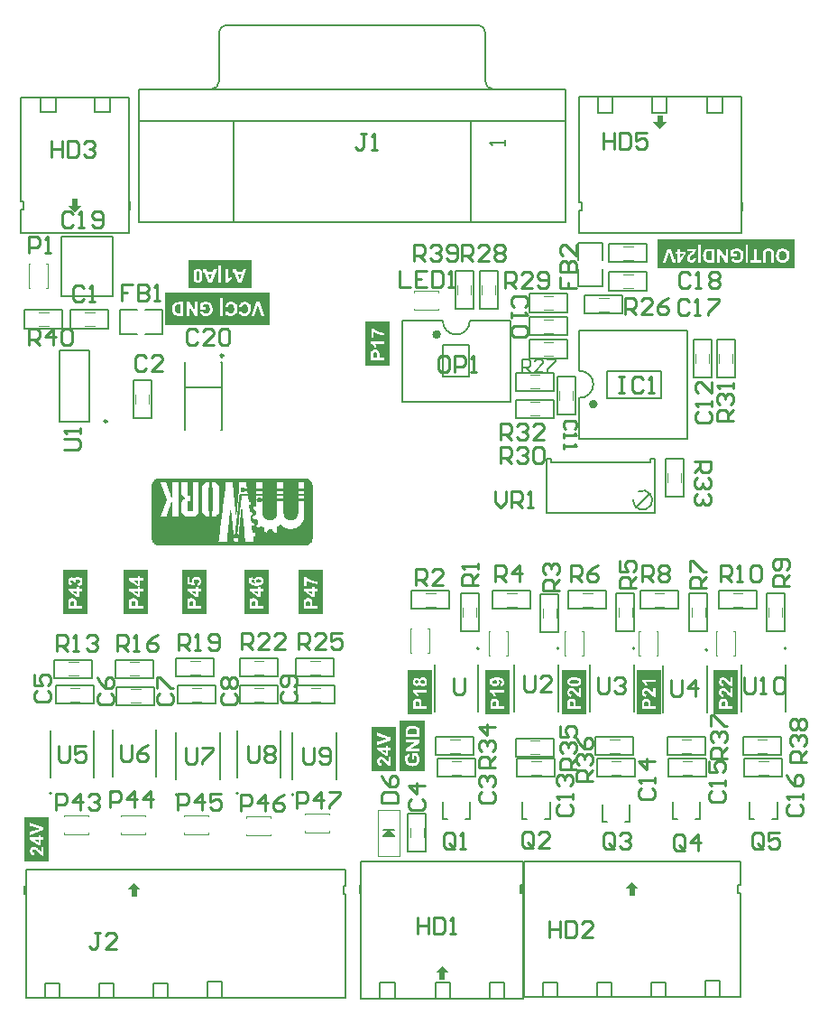
<source format=gto>
G04*
G04 #@! TF.GenerationSoftware,Altium Limited,Altium Designer,20.1.12 (249)*
G04*
G04 Layer_Color=65535*
%FSTAX24Y24*%
%MOIN*%
G70*
G04*
G04 #@! TF.SameCoordinates,16AA3A95-E13F-4B7F-BF52-5902ACF92DE2*
G04*
G04*
G04 #@! TF.FilePolarity,Positive*
G04*
G01*
G75*
%ADD10C,0.0079*%
%ADD11C,0.0098*%
%ADD12C,0.0070*%
%ADD13C,0.0150*%
%ADD14C,0.0050*%
%ADD15C,0.0040*%
%ADD16C,0.0010*%
%ADD17C,0.0100*%
%ADD18C,0.0059*%
G36*
X041926Y049376D02*
X042076D01*
X041826Y049126D01*
X041576Y049376D01*
X041726D01*
X041726Y049626D01*
X041926D01*
Y049376D01*
D02*
G37*
G36*
X0203Y0463D02*
X02045D01*
X0202Y04605D01*
X01995Y0463D01*
X0201D01*
X0201Y04655D01*
X0203D01*
Y0463D01*
D02*
G37*
G36*
X04105Y021077D02*
X0409D01*
X0409Y020827D01*
X0407D01*
X0407Y021077D01*
X04055D01*
X0408Y021327D01*
X04105Y021077D01*
D02*
G37*
G36*
X022649Y02105D02*
X022499D01*
X022499Y0208D01*
X022299D01*
X022299Y02105D01*
X022149D01*
X022399Y0213D01*
X022649Y02105D01*
D02*
G37*
G36*
X034024Y017974D02*
X033874D01*
Y017724D01*
X033674D01*
Y017974D01*
X033524D01*
X033774Y018224D01*
X034024Y017974D01*
D02*
G37*
G36*
X029367Y032858D02*
Y031227D01*
X028456D01*
Y032858D01*
X029367D01*
D02*
G37*
G36*
X044716Y027519D02*
X043805D01*
Y02915D01*
X044716D01*
Y027519D01*
D02*
G37*
G36*
X01925Y0221D02*
X018349D01*
Y023731D01*
X01925D01*
Y0221D01*
D02*
G37*
G36*
X03185Y042031D02*
Y0404D01*
X030939D01*
Y042031D01*
X03185D01*
D02*
G37*
G36*
X022917Y031227D02*
X022006D01*
Y032858D01*
X022917D01*
Y031227D01*
D02*
G37*
G36*
X0468Y04505D02*
Y043994D01*
X041733D01*
Y04505D01*
X0468D01*
D02*
G37*
G36*
X03208Y025408D02*
X031179D01*
Y027039D01*
X03208D01*
Y025408D01*
D02*
G37*
G36*
X027407Y0419D02*
X02355D01*
Y043085D01*
X027407D01*
Y0419D01*
D02*
G37*
G36*
X020667Y031227D02*
X019756D01*
Y032858D01*
X020667D01*
Y031227D01*
D02*
G37*
G36*
X02675Y043244D02*
X024392D01*
Y0443D01*
X02675D01*
Y043244D01*
D02*
G37*
G36*
X036266Y027519D02*
X035355D01*
Y02915D01*
X036266D01*
Y027519D01*
D02*
G37*
G36*
X027367Y032858D02*
Y031227D01*
X026456D01*
Y032858D01*
X027367D01*
D02*
G37*
G36*
X041866Y027519D02*
X040955D01*
Y02915D01*
X041866D01*
Y027519D01*
D02*
G37*
G36*
X039116D02*
X038205D01*
Y02915D01*
X039116D01*
Y027519D01*
D02*
G37*
G36*
X03313Y025408D02*
X032213D01*
Y027299D01*
X03313D01*
Y025408D01*
D02*
G37*
G36*
X033416Y027519D02*
X032505D01*
Y02915D01*
X033416D01*
Y027519D01*
D02*
G37*
G36*
X025067Y031227D02*
X024156D01*
Y032858D01*
X025067D01*
Y031227D01*
D02*
G37*
%LPC*%
G36*
X028742Y032595D02*
X028672D01*
Y032264D01*
X02917D01*
X028762D01*
Y032484D01*
X028794Y032459D01*
X028829Y032438D01*
X028845Y032428D01*
X028862Y032419D01*
X028877Y032411D01*
X028891Y032404D01*
X028905Y032398D01*
X028918Y032392D01*
X028929Y032387D01*
X028939Y032382D01*
X028946Y032379D01*
X028952Y032377D01*
X028956Y032376D01*
X028957Y032375D01*
X028977Y032368D01*
X028997Y032361D01*
X029017Y032356D01*
X029036Y032351D01*
X029055Y032347D01*
X029072Y032344D01*
X029089Y032341D01*
X029104Y032338D01*
X029118Y032336D01*
X029131Y032335D01*
X029142Y032333D01*
X029152Y032333D01*
X02916D01*
X029166Y032332D01*
X029168D01*
X02917D01*
Y032425D01*
X029144Y032426D01*
X029118Y032428D01*
X029093Y032432D01*
X029081Y032433D01*
X029069Y032435D01*
X029059Y032438D01*
X029049Y03244D01*
X029041Y032441D01*
X029034Y032443D01*
X029027Y032444D01*
X029023Y032446D01*
X02902Y032446D01*
X029019D01*
X028988Y032456D01*
X028958Y032466D01*
X028944Y032471D01*
X028931Y032477D01*
X028918Y032482D01*
X028907Y032487D01*
X028897Y032492D01*
X028887Y032497D01*
X028878Y032501D01*
X028872Y032504D01*
X028866Y032507D01*
X028862Y032509D01*
X028859Y03251D01*
X028859Y032511D01*
X028845Y032519D01*
X028832Y032527D01*
X02882Y032535D01*
X028808Y032542D01*
X028798Y032549D01*
X028789Y032556D01*
X02878Y032563D01*
X028772Y032569D01*
X028765Y032575D01*
X028759Y03258D01*
X028754Y032584D01*
X028749Y032588D01*
X028746Y032591D01*
X028744Y032593D01*
X028743Y032594D01*
X028742Y032595D01*
D02*
G37*
G36*
X029069Y032218D02*
X028663D01*
Y031855D01*
D01*
Y032074D01*
X028985Y031855D01*
X02917D01*
X029069D01*
Y032062D01*
X02917D01*
Y032155D01*
X029069D01*
Y032218D01*
D02*
G37*
G36*
X028829Y03181D02*
X028821D01*
X0288Y031808D01*
X02878Y031806D01*
X028764Y0318D01*
X028749Y031795D01*
X028743Y031792D01*
X028738Y03179D01*
X028734Y031787D01*
X02873Y031784D01*
X028727Y031783D01*
X028725Y031782D01*
X028724Y03178D01*
X028723D01*
X02871Y031768D01*
X028699Y031757D01*
X02869Y031744D01*
X028684Y031733D01*
X028679Y031723D01*
X028676Y031715D01*
X028675Y031712D01*
X028674Y03171D01*
X028673Y031709D01*
Y031708D01*
X028672Y031702D01*
X028671Y031695D01*
X02867Y031686D01*
X028669Y031677D01*
X028668Y031657D01*
X028666Y031636D01*
Y031617D01*
X028665Y031609D01*
Y03181D01*
D01*
Y031424D01*
X02917D01*
Y031601D01*
Y031526D01*
X02898D01*
Y031616D01*
X028979Y031627D01*
Y031637D01*
X028978Y031647D01*
X028977Y031655D01*
X028977Y031663D01*
X028976Y03167D01*
Y031677D01*
X028975Y031682D01*
X028975Y031687D01*
X028974Y03169D01*
Y031693D01*
X028973Y031695D01*
Y031697D01*
X02897Y031707D01*
X028967Y031717D01*
X028963Y031725D01*
X028959Y031733D01*
X028955Y03174D01*
X028952Y031745D01*
X02895Y031748D01*
X028949Y031749D01*
X028942Y031759D01*
X028934Y031767D01*
X028925Y031775D01*
X028918Y031781D01*
X02891Y031786D01*
X028905Y03179D01*
X028901Y031792D01*
X028899Y031792D01*
X028887Y031798D01*
X028874Y031803D01*
X02886Y031806D01*
X028848Y031808D01*
X028837Y031809D01*
X028832D01*
X028829Y03181D01*
D02*
G37*
%LPD*%
G36*
X028984Y032155D02*
X028663D01*
Y032218D01*
X028984D01*
Y032155D01*
D02*
G37*
G36*
Y031945D02*
X028811Y032062D01*
X028984D01*
Y031945D01*
D02*
G37*
G36*
X028831Y031704D02*
X028838Y031704D01*
X028845Y031701D01*
X028851Y031699D01*
X028856Y031697D01*
X028859Y031695D01*
X028862Y031694D01*
X028862Y031693D01*
X028868Y031689D01*
X028873Y031683D01*
X028878Y031678D01*
X028881Y031673D01*
X028883Y031669D01*
X028886Y031665D01*
X028886Y031662D01*
X028887Y031661D01*
X028889Y031657D01*
X028889Y031652D01*
X028891Y03164D01*
X028893Y031627D01*
X028894Y031614D01*
Y031601D01*
X028894Y031596D01*
Y031526D01*
X028751D01*
Y031601D01*
X028751Y031609D01*
Y031615D01*
X028752Y031622D01*
Y031631D01*
X028753Y031639D01*
X028754Y031644D01*
X028754Y031647D01*
Y031647D01*
X028757Y031656D01*
X02876Y031664D01*
X028763Y031671D01*
X028768Y031677D01*
X028771Y031682D01*
X028774Y031685D01*
X028776Y031687D01*
X028777Y031688D01*
X028784Y031694D01*
X028792Y031698D01*
X0288Y031701D01*
X028807Y031703D01*
X028813Y031704D01*
X028819Y031705D01*
X028821D01*
X028823D01*
X028831Y031704D01*
D02*
G37*
%LPC*%
G36*
X044519Y028883D02*
X044429D01*
Y02869D01*
X04442Y028696D01*
X044412Y028703D01*
X044408Y028706D01*
X044405Y028708D01*
X044404Y028709D01*
X044403Y02871D01*
X0444Y028713D01*
X044397Y028716D01*
X044389Y028725D01*
X044379Y028734D01*
X04437Y028744D01*
X044361Y028753D01*
X044354Y028761D01*
X044351Y028764D01*
X044348Y028766D01*
X044348Y028768D01*
X044347Y028768D01*
X044332Y028784D01*
X044319Y028798D01*
X044308Y028809D01*
X044299Y028817D01*
X044292Y028824D01*
X044286Y028828D01*
X044283Y028831D01*
X044282Y028832D01*
X04427Y028841D01*
X044258Y028849D01*
X044247Y028856D01*
X044238Y028861D01*
X04423Y028865D01*
X044223Y028868D01*
X044219Y02887D01*
X044218Y028871D01*
X044206Y028875D01*
X044195Y028878D01*
X044184Y02888D01*
X044173Y028881D01*
X044165Y028882D01*
X044159Y028883D01*
X044153D01*
X044142Y028882D01*
X044131Y028881D01*
X044121Y028879D01*
X044112Y028876D01*
X044095Y028869D01*
X04408Y028862D01*
X044074Y028857D01*
X044068Y028854D01*
X044063Y02885D01*
X04406Y028846D01*
X044057Y028844D01*
X044054Y028842D01*
X044053Y028841D01*
X044052Y02884D01*
X044045Y028832D01*
X044039Y028822D01*
X044033Y028814D01*
X044029Y028803D01*
X044022Y028784D01*
X044017Y028766D01*
X044015Y028757D01*
X044014Y028749D01*
X044013Y028741D01*
X044012Y028735D01*
X044012Y02873D01*
Y028723D01*
X044012Y02871D01*
X044013Y028698D01*
X044017Y028676D01*
X044023Y028657D01*
X044025Y028648D01*
X044029Y02864D01*
X044032Y028633D01*
X044036Y028627D01*
X044039Y028621D01*
X044041Y028617D01*
X044044Y028613D01*
X044045Y028611D01*
X044046Y02861D01*
X044047Y028609D01*
X044054Y028601D01*
X044061Y028593D01*
X04407Y028587D01*
X044079Y028581D01*
X044098Y028572D01*
X044117Y028565D01*
X044126Y028563D01*
X044134Y028561D01*
X044141Y028559D01*
X044148Y028558D01*
X044154Y028556D01*
X044157D01*
X04416Y028556D01*
X044161D01*
X044171Y028652D01*
X044156Y028653D01*
X044144Y028656D01*
X044133Y028659D01*
X044125Y028663D01*
X044118Y028666D01*
X044114Y028669D01*
X044111Y028671D01*
X04411Y028672D01*
X044104Y028679D01*
X0441Y028687D01*
X044096Y028695D01*
X044094Y028703D01*
X044093Y028709D01*
X044092Y028715D01*
Y02872D01*
X044093Y028731D01*
X044095Y028741D01*
X044098Y028749D01*
X044101Y028756D01*
X044103Y028761D01*
X044106Y028766D01*
X044109Y028768D01*
X044109Y028768D01*
X044117Y028774D01*
X044125Y028779D01*
X044133Y028782D01*
X044141Y028784D01*
X044148Y028785D01*
X044155Y028786D01*
X044158D01*
X044159D01*
X04416D01*
X044171Y028785D01*
X044181Y028783D01*
X044191Y028779D01*
X0442Y028776D01*
X044208Y028772D01*
X044214Y028768D01*
X044217Y028766D01*
X044219Y028766D01*
X044223Y028763D01*
X044228Y028758D01*
X044235Y028752D01*
X044241Y028747D01*
X044254Y028733D01*
X044268Y02872D01*
X044281Y028707D01*
X044287Y028701D01*
X044292Y028696D01*
X044296Y028691D01*
X044299Y028688D01*
X044301Y028686D01*
X044302Y028685D01*
X044316Y028671D01*
X044329Y028658D01*
X044341Y028645D01*
X044352Y028634D01*
X044363Y028624D01*
X044373Y028615D01*
X044382Y028607D01*
X044391Y028601D01*
X044398Y028595D01*
X044405Y02859D01*
X04441Y028585D01*
X044415Y028583D01*
X044418Y02858D01*
X044421Y028578D01*
X044422Y028577D01*
X044423D01*
X04444Y028567D01*
X044457Y02856D01*
X044473Y028554D01*
X044488Y02855D01*
X044501Y028547D01*
X044506Y028546D01*
X04451Y028545D01*
X044514Y028545D01*
X044517Y028544D01*
X044519D01*
Y028883D01*
D02*
G37*
G36*
X044253Y028491D02*
X044159D01*
D01*
X044253D01*
D02*
G37*
G36*
X044519D02*
X044429D01*
Y028298D01*
X04442Y028304D01*
X044412Y028311D01*
X044408Y028314D01*
X044405Y028316D01*
X044404Y028317D01*
X044403Y028318D01*
X0444Y028321D01*
X044397Y028324D01*
X044389Y028333D01*
X044379Y028342D01*
X04437Y028351D01*
X044361Y028361D01*
X044354Y028369D01*
X044351Y028372D01*
X044348Y028374D01*
X044348Y028376D01*
X044347Y028376D01*
X044332Y028392D01*
X044319Y028405D01*
X044308Y028416D01*
X044299Y028425D01*
X044292Y028432D01*
X044286Y028436D01*
X044283Y028439D01*
X044282Y02844D01*
X04427Y028449D01*
X044258Y028457D01*
X044247Y028464D01*
X044238Y028469D01*
X04423Y028473D01*
X044223Y028476D01*
X044219Y028478D01*
X044218Y028478D01*
X044206Y028483D01*
X044195Y028486D01*
X044184Y028488D01*
X044173Y028489D01*
X044165Y02849D01*
X044159Y028491D01*
X044153D01*
X044142Y02849D01*
X044131Y028489D01*
X044121Y028487D01*
X044112Y028484D01*
X044095Y028477D01*
X04408Y02847D01*
X044074Y028465D01*
X044068Y028462D01*
X044063Y028458D01*
X04406Y028454D01*
X044057Y028451D01*
X044054Y02845D01*
X044053Y028448D01*
X044052Y028448D01*
X044045Y02844D01*
X044039Y02843D01*
X044033Y028421D01*
X044029Y028411D01*
X044022Y028392D01*
X044017Y028373D01*
X044015Y028365D01*
X044014Y028357D01*
X044013Y028349D01*
X044012Y028343D01*
X044012Y028338D01*
Y028342D01*
Y028338D01*
Y02833D01*
X044012Y028318D01*
X044013Y028306D01*
X044017Y028284D01*
X044023Y028265D01*
X044025Y028256D01*
X044029Y028248D01*
X044032Y028241D01*
X044036Y028235D01*
X044039Y028229D01*
X044041Y028225D01*
X044044Y028221D01*
X044045Y028219D01*
X044046Y028217D01*
X044047Y028217D01*
X044054Y028209D01*
X044061Y028201D01*
X04407Y028195D01*
X044079Y028189D01*
X044098Y02818D01*
X044117Y028173D01*
X044126Y028171D01*
X044134Y028168D01*
X044141Y028166D01*
X044148Y028166D01*
X044154Y028164D01*
X044157D01*
X04416Y028163D01*
X044161D01*
X044171Y02826D01*
X044156Y028261D01*
X044144Y028264D01*
X044133Y028267D01*
X044125Y028271D01*
X044118Y028273D01*
X044114Y028276D01*
X044111Y028279D01*
X04411Y028279D01*
X044104Y028287D01*
X0441Y028295D01*
X044096Y028303D01*
X044094Y028311D01*
X044093Y028317D01*
X044092Y028323D01*
Y028328D01*
X044093Y028339D01*
X044095Y028349D01*
X044098Y028357D01*
X044101Y028364D01*
X044103Y028369D01*
X044106Y028373D01*
X044109Y028376D01*
X044109Y028376D01*
X044117Y028382D01*
X044125Y028386D01*
X044133Y028389D01*
X044141Y028392D01*
X044148Y028393D01*
X044155Y028394D01*
X044158D01*
X044159D01*
X04416D01*
X044171Y028393D01*
X044181Y028391D01*
X044191Y028387D01*
X0442Y028384D01*
X044208Y02838D01*
X044214Y028376D01*
X044217Y028374D01*
X044219Y028373D01*
X044223Y02837D01*
X044228Y028366D01*
X044235Y02836D01*
X044241Y028354D01*
X044254Y028341D01*
X044268Y028328D01*
X044281Y028315D01*
X044287Y028309D01*
X044292Y028303D01*
X044296Y028299D01*
X044299Y028296D01*
X044301Y028294D01*
X044302Y028293D01*
X044316Y028279D01*
X044329Y028265D01*
X044341Y028253D01*
X044352Y028242D01*
X044363Y028232D01*
X044373Y028223D01*
X044382Y028215D01*
X044391Y028209D01*
X044398Y028203D01*
X044405Y028198D01*
X04441Y028193D01*
X044415Y02819D01*
X044418Y028187D01*
X044421Y028186D01*
X044422Y028185D01*
X044423D01*
X04444Y028175D01*
X044457Y028168D01*
X044473Y028162D01*
X044488Y028158D01*
X044501Y028155D01*
X044506Y028154D01*
X04451Y028153D01*
X044514Y028152D01*
X044517Y028152D01*
X044519D01*
Y028491D01*
D02*
G37*
G36*
Y028102D02*
D01*
Y027818D01*
X044329D01*
Y027908D01*
X044328Y027919D01*
Y027929D01*
X044327Y027939D01*
X044327Y027948D01*
X044326Y027956D01*
X044325Y027962D01*
Y027969D01*
X044324Y027974D01*
X044324Y027979D01*
X044323Y027983D01*
Y027986D01*
X044322Y027988D01*
Y027989D01*
X044319Y027999D01*
X044316Y028009D01*
X044312Y028018D01*
X044308Y028026D01*
X044304Y028032D01*
X044301Y028037D01*
X044299Y02804D01*
X044298Y028042D01*
X044291Y028051D01*
X044283Y028059D01*
X044274Y028067D01*
X044267Y028073D01*
X044259Y028078D01*
X044254Y028082D01*
X04425Y028084D01*
X044249Y028085D01*
X044236Y02809D01*
X044223Y028095D01*
X044209Y028098D01*
X044197Y0281D01*
X044187Y028101D01*
X044181D01*
X044178Y028102D01*
X04417D01*
X044149Y028101D01*
X044129Y028098D01*
X044113Y028093D01*
X044098Y028088D01*
X044093Y028085D01*
X044087Y028082D01*
X044083Y02808D01*
X044079Y028077D01*
X044076Y028075D01*
X044074Y028074D01*
X044073Y028072D01*
X044072D01*
X044059Y028061D01*
X044048Y028049D01*
X044039Y028037D01*
X044033Y028026D01*
X044028Y028015D01*
X044025Y028007D01*
X044024Y028004D01*
X044023Y028002D01*
X044023Y028001D01*
Y028D01*
X044021Y027994D01*
X04402Y027987D01*
X044019Y027978D01*
X044018Y027969D01*
X044017Y027949D01*
X044015Y027929D01*
Y02791D01*
X044015Y027902D01*
Y027716D01*
X044519D01*
Y028102D01*
D02*
G37*
%LPD*%
G36*
X04418Y027996D02*
X044187Y027996D01*
X044194Y027994D01*
X0442Y027991D01*
X044205Y027989D01*
X044208Y027988D01*
X044211Y027986D01*
X044211Y027986D01*
X044217Y027981D01*
X044222Y027975D01*
X044227Y02797D01*
X04423Y027965D01*
X044233Y027961D01*
X044235Y027957D01*
X044235Y027954D01*
X044236Y027953D01*
X044238Y027949D01*
X044238Y027944D01*
X044241Y027932D01*
X044242Y027919D01*
X044243Y027906D01*
Y027893D01*
X044243Y027888D01*
Y027818D01*
X0441D01*
Y027894D01*
X044101Y027901D01*
Y027908D01*
X044101Y027914D01*
Y027924D01*
X044102Y027931D01*
X044103Y027936D01*
X044103Y027939D01*
Y02794D01*
X044106Y027948D01*
X044109Y027956D01*
X044112Y027964D01*
X044117Y027969D01*
X04412Y027974D01*
X044123Y027977D01*
X044125Y02798D01*
X044126Y02798D01*
X044133Y027986D01*
X044141Y02799D01*
X044149Y027993D01*
X044156Y027995D01*
X044163Y027996D01*
X044168Y027997D01*
X044171D01*
X044172D01*
X04418Y027996D01*
D02*
G37*
%LPC*%
G36*
X019053Y023534D02*
X018549D01*
Y023174D01*
Y023425D01*
X018922Y023302D01*
X018549Y023174D01*
Y023064D01*
X019053Y023245D01*
Y023534D01*
D02*
G37*
G36*
Y023048D02*
X018546D01*
D01*
X018867D01*
Y022985D01*
X018546D01*
Y022903D01*
X018868Y022685D01*
X018952D01*
Y022892D01*
X019053D01*
Y022685D01*
Y023048D01*
D02*
G37*
G36*
Y022636D02*
X018546D01*
D01*
X018687D01*
X018676Y022635D01*
X018665Y022634D01*
X018655Y022632D01*
X018646Y022629D01*
X018629Y022622D01*
X018614Y022615D01*
X018608Y02261D01*
X018603Y022607D01*
X018598Y022603D01*
X018594Y022599D01*
X018591Y022596D01*
X018588Y022595D01*
X018587Y022594D01*
X018587Y022593D01*
X018579Y022585D01*
X018573Y022575D01*
X018568Y022567D01*
X018563Y022556D01*
X018556Y022537D01*
X018551Y022518D01*
X018549Y02251D01*
X018548Y022502D01*
X018547Y022494D01*
X018546Y022488D01*
X018546Y022483D01*
Y022505D01*
Y022475D01*
X018546Y022463D01*
X018547Y022451D01*
X018551Y022429D01*
X018557Y02241D01*
X01856Y022401D01*
X018563Y022393D01*
X018566Y022386D01*
X01857Y02238D01*
X018573Y022374D01*
X018575Y02237D01*
X018578Y022366D01*
X018579Y022364D01*
X01858Y022362D01*
X018581Y022362D01*
X018588Y022354D01*
X018595Y022346D01*
X018604Y02234D01*
X018614Y022334D01*
X018633Y022325D01*
X018651Y022318D01*
X01866Y022316D01*
X018668Y022314D01*
X018676Y022311D01*
X018682Y022311D01*
X018688Y022309D01*
X018692D01*
X018694Y022309D01*
X018695D01*
X018705Y022405D01*
X01869Y022406D01*
X018678Y022409D01*
X018667Y022412D01*
X018659Y022416D01*
X018652Y022419D01*
X018648Y022422D01*
X018645Y022424D01*
X018644Y022424D01*
X018638Y022432D01*
X018634Y02244D01*
X01863Y022448D01*
X018628Y022456D01*
X018627Y022462D01*
X018626Y022468D01*
Y022473D01*
X018627Y022484D01*
X018629Y022494D01*
X018632Y022502D01*
X018635Y022509D01*
X018638Y022514D01*
X018641Y022518D01*
X018643Y022521D01*
X018643Y022521D01*
X018651Y022527D01*
X018659Y022532D01*
X018667Y022534D01*
X018675Y022537D01*
X018682Y022538D01*
X018689Y022539D01*
X018692D01*
X018693D01*
X018694D01*
X018705Y022538D01*
X018715Y022536D01*
X018725Y022532D01*
X018734Y022529D01*
X018742Y022525D01*
X018748Y022521D01*
X018751Y022519D01*
X018753Y022518D01*
X018757Y022516D01*
X018762Y022511D01*
X018769Y022505D01*
X018775Y0225D01*
X018789Y022486D01*
X018802Y022473D01*
X018815Y02246D01*
X018821Y022454D01*
X018826Y022448D01*
X01883Y022444D01*
X018833Y022441D01*
X018835Y022439D01*
X018836Y022438D01*
X01885Y022424D01*
X018863Y022411D01*
X018875Y022398D01*
X018886Y022387D01*
X018897Y022377D01*
X018907Y022368D01*
X018916Y02236D01*
X018925Y022354D01*
X018932Y022348D01*
X018939Y022343D01*
X018944Y022338D01*
X018949Y022335D01*
X018952Y022333D01*
X018955Y022331D01*
X018956Y02233D01*
X018957D01*
X018974Y02232D01*
X018991Y022313D01*
X019007Y022307D01*
X019022Y022303D01*
X019035Y0223D01*
X01904Y022299D01*
X019044Y022298D01*
X019048Y022298D01*
X019051Y022297D01*
X019053D01*
Y022636D01*
D02*
G37*
%LPD*%
G36*
Y023355D02*
X018549Y023534D01*
X019053D01*
Y023355D01*
D02*
G37*
G36*
Y022985D02*
X018952D01*
Y023048D01*
X019053D01*
Y022985D01*
D02*
G37*
G36*
X018867Y022774D02*
X018694Y022892D01*
X018867D01*
Y022774D01*
D02*
G37*
G36*
X018963Y022443D02*
X018954Y022449D01*
X018946Y022456D01*
X018942Y022459D01*
X018939Y022461D01*
X018938Y022462D01*
X018937Y022463D01*
X018934Y022466D01*
X018931Y022469D01*
X018923Y022478D01*
X018913Y022487D01*
X018904Y022497D01*
X018895Y022506D01*
X018888Y022514D01*
X018885Y022517D01*
X018883Y022519D01*
X018882Y022521D01*
X018881Y022521D01*
X018866Y022537D01*
X018853Y022551D01*
X018842Y022561D01*
X018833Y02257D01*
X018826Y022577D01*
X018821Y022581D01*
X018817Y022584D01*
X018816Y022585D01*
X018804Y022594D01*
X018792Y022602D01*
X018781Y022609D01*
X018772Y022614D01*
X018764Y022618D01*
X018757Y022621D01*
X018754Y022623D01*
X018752Y022623D01*
X01874Y022628D01*
X018729Y022631D01*
X018718Y022633D01*
X018708Y022634D01*
X0187Y022635D01*
X018693Y022636D01*
X018963D01*
Y022443D01*
D02*
G37*
%LPC*%
G36*
X031653Y041768D02*
X031155D01*
Y041437D01*
X031245D01*
Y041657D01*
X031278Y041633D01*
X031312Y041612D01*
X031328Y041601D01*
X031345Y041593D01*
X03136Y041585D01*
X031375Y041577D01*
X031389Y041571D01*
X031401Y041565D01*
X031413Y04156D01*
X031422Y041555D01*
X031429Y041553D01*
X031435Y04155D01*
X031439Y041549D01*
X03144Y041548D01*
X031461Y041541D01*
X03148Y041534D01*
X0315Y041529D01*
X031519Y041524D01*
X031538Y04152D01*
X031555Y041517D01*
X031572Y041514D01*
X031588Y041512D01*
X031601Y04151D01*
X031615Y041508D01*
X031625Y041507D01*
X031635Y041506D01*
X031643D01*
X031649Y041505D01*
X031652D01*
X031653D01*
Y041599D01*
X031628Y041599D01*
X031601Y041601D01*
X031576Y041605D01*
X031564Y041607D01*
X031553Y041609D01*
X031542Y041611D01*
X031532Y041613D01*
X031524Y041615D01*
X031517Y041616D01*
X03151Y041617D01*
X031506Y041619D01*
X031503Y04162D01*
X031502D01*
X031471Y041629D01*
X031441Y041639D01*
X031427Y041644D01*
X031414Y04165D01*
X031402Y041655D01*
X03139Y04166D01*
X03138Y041666D01*
X03137Y04167D01*
X031362Y041674D01*
X031355Y041677D01*
X031349Y04168D01*
X031346Y041682D01*
X031343Y041684D01*
X031342Y041685D01*
X031328Y041693D01*
X031315Y041701D01*
X031303Y041708D01*
X031292Y041715D01*
X031281Y041722D01*
X031272Y04173D01*
X031263Y041736D01*
X031255Y041742D01*
X031248Y041748D01*
X031242Y041753D01*
X031237Y041757D01*
X031233Y041761D01*
X03123Y041764D01*
X031227Y041766D01*
X031226Y041768D01*
X031225Y041768D01*
X031653D01*
D02*
G37*
G36*
Y041292D02*
X031146D01*
Y041071D01*
D01*
Y041214D01*
X031163Y041206D01*
X031178Y041197D01*
X031192Y041187D01*
X031204Y041176D01*
X031214Y041168D01*
X031221Y04116D01*
X031224Y041157D01*
X031226Y041155D01*
X031227Y041153D01*
X031227Y041152D01*
X031239Y041136D01*
X031249Y041121D01*
X031257Y041107D01*
X031263Y041095D01*
X031268Y041085D01*
X031271Y041077D01*
X031272Y041074D01*
X031273Y041072D01*
X031273Y041071D01*
Y041071D01*
X031653D01*
X031361D01*
X031351Y041097D01*
X03134Y04112D01*
X031334Y041131D01*
X031327Y041141D01*
X031321Y041151D01*
X031316Y04116D01*
X03131Y041168D01*
X031305Y041175D01*
X0313Y041181D01*
X031296Y041186D01*
X031292Y04119D01*
X03129Y041193D01*
X031289Y041195D01*
X031288Y041195D01*
X031653D01*
Y041292D01*
D02*
G37*
G36*
Y040983D02*
X031304D01*
X031283Y040982D01*
X031263Y040979D01*
X031247Y040974D01*
X031233Y040969D01*
X031227Y040966D01*
X031222Y040963D01*
X031217Y040961D01*
X031213Y040958D01*
X03121Y040956D01*
X031208Y040955D01*
X031207Y040953D01*
X031206D01*
X031193Y040942D01*
X031182Y04093D01*
X031173Y040918D01*
X031167Y040907D01*
X031163Y040896D01*
X031159Y040888D01*
X031158Y040886D01*
X031157Y040883D01*
X031157Y040882D01*
Y040881D01*
X031155Y040875D01*
X031154Y040868D01*
X031153Y040859D01*
X031152Y040851D01*
X031151Y04083D01*
X031149Y04081D01*
Y040791D01*
X031149Y040783D01*
Y040983D01*
D01*
Y040597D01*
X031653D01*
Y040775D01*
Y040699D01*
X031463D01*
Y040789D01*
X031462Y0408D01*
Y04081D01*
X031461Y04082D01*
X031461Y040829D01*
X03146Y040837D01*
X031459Y040843D01*
Y04085D01*
X031459Y040855D01*
X031458Y04086D01*
X031457Y040864D01*
Y040867D01*
X031456Y040869D01*
Y04087D01*
X031453Y04088D01*
X03145Y04089D01*
X031446Y040899D01*
X031442Y040907D01*
X031438Y040913D01*
X031435Y040918D01*
X031433Y040921D01*
X031432Y040923D01*
X031425Y040932D01*
X031417Y04094D01*
X031408Y040948D01*
X031401Y040954D01*
X031394Y040959D01*
X031388Y040963D01*
X031384Y040965D01*
X031383Y040966D01*
X03137Y040972D01*
X031357Y040976D01*
X031343Y040979D01*
X031331Y040981D01*
X031321Y040982D01*
X031316D01*
X031312Y040983D01*
X031653D01*
D02*
G37*
%LPD*%
G36*
X031314Y040878D02*
X031321Y040877D01*
X031328Y040875D01*
X031334Y040872D01*
X031339Y04087D01*
X031343Y040869D01*
X031345Y040867D01*
X031346Y040867D01*
X031351Y040862D01*
X031356Y040856D01*
X031361Y040851D01*
X031364Y040846D01*
X031367Y040842D01*
X031369Y040838D01*
X03137Y040835D01*
X03137Y040834D01*
X031372Y04083D01*
X031372Y040825D01*
X031375Y040813D01*
X031376Y0408D01*
X031377Y040787D01*
Y040774D01*
X031378Y040769D01*
Y040699D01*
X031234D01*
Y040775D01*
X031235Y040782D01*
Y040789D01*
X031235Y040795D01*
Y040805D01*
X031236Y040812D01*
X031237Y040817D01*
X031238Y04082D01*
Y040821D01*
X03124Y040829D01*
X031243Y040837D01*
X031246Y040845D01*
X031251Y040851D01*
X031254Y040855D01*
X031257Y040859D01*
X031259Y040861D01*
X03126Y040861D01*
X031268Y040867D01*
X031275Y040871D01*
X031283Y040874D01*
X03129Y040876D01*
X031297Y040878D01*
X031302Y040878D01*
X031305D01*
X031306D01*
X031314Y040878D01*
D02*
G37*
%LPC*%
G36*
X02272Y03261D02*
Y032548D01*
X022619D01*
Y03261D01*
X022213D01*
X022534D01*
Y032548D01*
X022213D01*
Y032466D01*
X022535Y032247D01*
X02272D01*
Y03261D01*
D02*
G37*
G36*
X022619Y032218D02*
X022213D01*
Y031855D01*
D01*
Y032074D01*
X022535Y031855D01*
X02272D01*
X022619D01*
Y032062D01*
X02272D01*
Y032155D01*
X022619D01*
Y032218D01*
D02*
G37*
G36*
X022379Y03181D02*
X022371D01*
X02235Y031808D01*
X02233Y031806D01*
X022314Y0318D01*
X022299Y031795D01*
X022293Y031792D01*
X022288Y03179D01*
X022284Y031787D01*
X02228Y031784D01*
X022277Y031783D01*
X022275Y031782D01*
X022274Y03178D01*
X022273D01*
X02226Y031768D01*
X022249Y031757D01*
X02224Y031744D01*
X022234Y031733D01*
X022229Y031723D01*
X022226Y031715D01*
X022225Y031712D01*
X022224Y03171D01*
X022223Y031709D01*
Y031708D01*
X022222Y031702D01*
X022221Y031695D01*
X02222Y031686D01*
X022219Y031677D01*
X022218Y031657D01*
X022216Y031636D01*
Y031617D01*
X022215Y031609D01*
Y03181D01*
D01*
Y031424D01*
X02272D01*
Y031601D01*
Y031526D01*
X02253D01*
Y031616D01*
X022529Y031627D01*
Y031637D01*
X022528Y031647D01*
X022527Y031655D01*
X022527Y031663D01*
X022526Y03167D01*
Y031677D01*
X022525Y031682D01*
X022525Y031687D01*
X022524Y03169D01*
Y031693D01*
X022523Y031695D01*
Y031697D01*
X02252Y031707D01*
X022517Y031717D01*
X022513Y031725D01*
X022509Y031733D01*
X022505Y03174D01*
X022502Y031745D01*
X0225Y031748D01*
X022499Y031749D01*
X022492Y031759D01*
X022484Y031767D01*
X022475Y031775D01*
X022468Y031781D01*
X02246Y031786D01*
X022455Y03179D01*
X022451Y031792D01*
X022449Y031792D01*
X022437Y031798D01*
X022424Y031803D01*
X02241Y031806D01*
X022398Y031808D01*
X022387Y031809D01*
X022382D01*
X022379Y03181D01*
D02*
G37*
%LPD*%
G36*
X022534Y032337D02*
X022361Y032454D01*
X022534D01*
Y032337D01*
D02*
G37*
G36*
X02272Y032247D02*
X022619D01*
Y032454D01*
X02272D01*
Y032247D01*
D02*
G37*
G36*
X022534Y032155D02*
X022213D01*
Y032218D01*
X022534D01*
Y032155D01*
D02*
G37*
G36*
Y031945D02*
X022361Y032062D01*
X022534D01*
Y031945D01*
D02*
G37*
G36*
X022381Y031704D02*
X022388Y031704D01*
X022395Y031701D01*
X022401Y031699D01*
X022406Y031697D01*
X022409Y031695D01*
X022412Y031694D01*
X022412Y031693D01*
X022418Y031689D01*
X022423Y031683D01*
X022428Y031678D01*
X022431Y031673D01*
X022433Y031669D01*
X022436Y031665D01*
X022436Y031662D01*
X022437Y031661D01*
X022439Y031657D01*
X022439Y031652D01*
X022441Y03164D01*
X022443Y031627D01*
X022444Y031614D01*
Y031601D01*
X022444Y031596D01*
Y031526D01*
X022301D01*
Y031601D01*
X022301Y031609D01*
Y031615D01*
X022302Y031622D01*
Y031631D01*
X022303Y031639D01*
X022304Y031644D01*
X022304Y031647D01*
Y031647D01*
X022307Y031656D01*
X02231Y031664D01*
X022313Y031671D01*
X022318Y031677D01*
X022321Y031682D01*
X022324Y031685D01*
X022326Y031687D01*
X022327Y031688D01*
X022334Y031694D01*
X022342Y031698D01*
X02235Y031701D01*
X022357Y031703D01*
X022363Y031704D01*
X022369Y031705D01*
X022371D01*
X022373D01*
X022381Y031704D01*
D02*
G37*
%LPC*%
G36*
X04278Y044704D02*
Y044603D01*
X042573D01*
Y044704D01*
X04278D01*
X042417D01*
X042479D01*
Y044603D01*
X042417D01*
Y044606D01*
Y044198D01*
Y044519D01*
X042479D01*
Y044198D01*
X042561D01*
X04278Y044519D01*
Y044704D01*
D02*
G37*
G36*
X046603Y044714D02*
Y044456D01*
X046602Y044478D01*
X0466Y044499D01*
X046597Y044519D01*
X046593Y044537D01*
X046588Y044554D01*
X046582Y044569D01*
X046576Y044583D01*
X04657Y044596D01*
X046564Y044607D01*
X046558Y044617D01*
X046552Y044626D01*
X046547Y044633D01*
X046543Y044638D01*
X04654Y044642D01*
X046538Y044645D01*
X046537Y044645D01*
X046524Y044658D01*
X04651Y044668D01*
X046496Y044677D01*
X046481Y044685D01*
X046466Y044691D01*
X046451Y044697D01*
X046437Y044702D01*
X046422Y044705D01*
X046409Y044708D01*
X046397Y04471D01*
X046386Y044712D01*
X046376Y044712D01*
X046369Y044713D01*
X046363Y044714D01*
X046358D01*
X046338Y044713D01*
X046319Y044711D01*
X046301Y044707D01*
X046284Y044703D01*
X046268Y044698D01*
X046253Y044692D01*
X04624Y044686D01*
X046228Y04468D01*
X046218Y044673D01*
X046208Y044667D01*
X0462Y044661D01*
X046193Y044656D01*
X046188Y044652D01*
X046184Y044648D01*
X046182Y044646D01*
X046181Y044645D01*
X046169Y044632D01*
X046159Y044617D01*
X04615Y044602D01*
X046142Y044586D01*
X046136Y04457D01*
X04613Y044554D01*
X046126Y044538D01*
X046122Y044523D01*
X04612Y044509D01*
X046118Y044495D01*
X046116Y044484D01*
X046115Y044473D01*
Y044465D01*
X046114Y044458D01*
Y044467D01*
Y044453D01*
X046115Y04443D01*
X046117Y044409D01*
X04612Y04439D01*
X046124Y044371D01*
X046129Y044354D01*
X046135Y044338D01*
X046141Y044323D01*
X046148Y044311D01*
X046154Y044299D01*
X04616Y044289D01*
X046166Y04428D01*
X046171Y044273D01*
X046175Y044268D01*
X046178Y044263D01*
X04618Y044261D01*
X046181Y04426D01*
X046194Y044248D01*
X046208Y044237D01*
X046223Y044228D01*
X046237Y04422D01*
X046252Y044213D01*
X046267Y044207D01*
X046282Y044203D01*
X046296Y044199D01*
X046309Y044196D01*
X046321Y044194D01*
X046332Y044193D01*
X046341Y044191D01*
X046349D01*
X046355Y04419D01*
X046114D01*
X046603D01*
Y044714D01*
D02*
G37*
G36*
X044915D02*
Y044451D01*
X044913Y044478D01*
X04491Y044503D01*
X044905Y044525D01*
X044903Y044536D01*
X0449Y044546D01*
X044897Y044554D01*
X044895Y044562D01*
X044892Y044569D01*
X04489Y044575D01*
X044889Y044579D01*
X044887Y044583D01*
X044886Y044585D01*
Y044586D01*
X044873Y044607D01*
X044859Y044626D01*
X044845Y044643D01*
X04483Y044656D01*
X044824Y044662D01*
X044817Y044667D01*
X044812Y044672D01*
X044807Y044675D01*
X044803Y044677D01*
X0448Y04468D01*
X044798Y04468D01*
X044797Y044681D01*
X044786Y044687D01*
X044775Y044692D01*
X044751Y0447D01*
X044727Y044706D01*
X044706Y04471D01*
X044696Y044711D01*
X044687Y044712D01*
X044679Y044713D01*
X044672D01*
X044667Y044714D01*
X044659D01*
X044636Y044713D01*
X044614Y04471D01*
X044593Y044707D01*
X044574Y044702D01*
X044566Y0447D01*
X044559Y044698D01*
X044552Y044696D01*
X044547Y044694D01*
X044542Y044693D01*
X044539Y044691D01*
X044537Y044691D01*
X044536D01*
X044515Y044682D01*
X044496Y044672D01*
X04448Y044663D01*
X044466Y044655D01*
X044456Y044648D01*
X044453Y044645D01*
X044449Y044642D01*
X044447Y04464D01*
X044445Y044638D01*
X044443Y044637D01*
Y044434D01*
X044663D01*
Y044519D01*
X044546D01*
Y044584D01*
X044555Y044591D01*
X044564Y044597D01*
X044574Y044602D01*
X044582Y044606D01*
X04459Y04461D01*
X044596Y044613D01*
X0446Y044614D01*
X044601Y044615D01*
X044601D01*
X044613Y044619D01*
X044625Y044622D01*
X044636Y044624D01*
X044645Y044626D01*
X044654Y044626D01*
X04466Y044627D01*
X044665D01*
X044677Y044626D01*
X044689Y044625D01*
X044699Y044623D01*
X044709Y04462D01*
X044727Y044613D01*
X044735Y044609D01*
X044742Y044605D01*
X044749Y0446D01*
X044754Y044597D01*
X044759Y044592D01*
X044763Y044589D01*
X044766Y044586D01*
X044768Y044584D01*
X04477Y044583D01*
X04477Y044582D01*
X044777Y044573D01*
X044784Y044563D01*
X044789Y044553D01*
X044793Y044542D01*
X0448Y044519D01*
X044805Y044497D01*
X044806Y044487D01*
X044808Y044477D01*
X044808Y044469D01*
X044809Y044461D01*
X04481Y044455D01*
Y04445D01*
Y044447D01*
Y044446D01*
X044809Y044431D01*
X044808Y044417D01*
X044806Y044403D01*
X044804Y044391D01*
X044801Y04438D01*
X044797Y04437D01*
X044794Y04436D01*
X04479Y044352D01*
X044787Y044344D01*
X044784Y044338D01*
X04478Y044333D01*
X044777Y044328D01*
X044775Y044325D01*
X044773Y044322D01*
X044772Y044321D01*
X044771Y04432D01*
X044763Y044313D01*
X044755Y044306D01*
X044746Y044301D01*
X044738Y044295D01*
X044729Y044291D01*
X04472Y044287D01*
X044703Y044282D01*
X044695Y044281D01*
X044688Y044279D01*
X044682Y044279D01*
X044676Y044278D01*
X044671Y044277D01*
X044665D01*
X044649Y044278D01*
X044635Y044281D01*
X044622Y044284D01*
X044612Y044288D01*
X044604Y044292D01*
X044597Y044295D01*
X044593Y044298D01*
X044592Y044299D01*
X044582Y044308D01*
X044573Y044317D01*
X044566Y044327D01*
X04456Y044336D01*
X044556Y044345D01*
X044553Y044352D01*
X044552Y044356D01*
X044551Y044357D01*
Y044357D01*
X04445Y044338D01*
X044453Y044326D01*
X044457Y044314D01*
X044461Y044303D01*
X044467Y044293D01*
X044472Y044282D01*
X044478Y044274D01*
X044484Y044266D01*
X04449Y044258D01*
X044496Y044252D01*
X044501Y044246D01*
X044505Y044241D01*
X044509Y044237D01*
X044513Y044234D01*
X044516Y044231D01*
X044517Y044231D01*
X044518Y04423D01*
X044528Y044223D01*
X044539Y044217D01*
X044551Y044212D01*
X044563Y044207D01*
X044587Y0442D01*
X044611Y044196D01*
X044622Y044193D01*
X044632Y044193D01*
X044641Y044192D01*
X044649Y044191D01*
X044656Y04419D01*
X044443D01*
D01*
X044915D01*
Y044714D01*
D02*
G37*
G36*
X044348Y044704D02*
X044254D01*
Y044372D01*
X044049Y044704D01*
X043947D01*
Y0442D01*
X044181D01*
X044041D01*
Y04454D01*
X04425Y0442D01*
X044348D01*
Y044704D01*
D02*
G37*
G36*
X045561D02*
Y044285D01*
X045411D01*
Y044704D01*
X045561D01*
X04516D01*
X045309D01*
Y044285D01*
X04516D01*
Y0442D01*
X045561D01*
Y044704D01*
D02*
G37*
G36*
X046035Y044714D02*
X045633D01*
X045828D01*
X045807Y044713D01*
X045788Y044712D01*
X045771Y044709D01*
X045758Y044706D01*
X045752Y044705D01*
X045746Y044704D01*
X045741Y044702D01*
X045738Y044701D01*
X045735Y0447D01*
X045733Y044699D01*
X045732Y044699D01*
X045731D01*
X045718Y044693D01*
X045706Y044685D01*
X045696Y044679D01*
X045688Y044672D01*
X045681Y044667D01*
X045676Y044662D01*
X045673Y044659D01*
X045672Y044658D01*
X045664Y044648D01*
X045658Y044637D01*
X045653Y044626D01*
X045648Y044616D01*
X045645Y044607D01*
X045643Y0446D01*
X045642Y044598D01*
Y044596D01*
X045642Y044595D01*
Y044594D01*
X04564Y044586D01*
X045639Y044578D01*
X045637Y044568D01*
X045637Y044559D01*
X045635Y044537D01*
X045634Y044516D01*
Y044506D01*
Y044497D01*
X045633Y044488D01*
Y0442D01*
X045834D01*
X045735D01*
Y04448D01*
Y044491D01*
Y044501D01*
X045736Y044511D01*
Y044519D01*
X045736Y044527D01*
Y044534D01*
X045737Y04454D01*
Y044546D01*
X045739Y044555D01*
X045739Y044562D01*
X04574Y044565D01*
Y044567D01*
X045742Y044576D01*
X045746Y044584D01*
X04575Y044591D01*
X045755Y044598D01*
X045759Y044603D01*
X045763Y044607D01*
X045766Y044609D01*
X045766Y04461D01*
X045775Y044616D01*
X045786Y04462D01*
X045796Y044623D01*
X045807Y044625D01*
X045817Y044626D01*
X045824Y044627D01*
X045831D01*
X045846Y044626D01*
X04586Y044624D01*
X045871Y044621D01*
X045881Y044618D01*
X045889Y044615D01*
X045895Y044612D01*
X045897Y04461D01*
X045899Y044609D01*
X045907Y044602D01*
X045914Y044593D01*
X045919Y044585D01*
X045923Y044577D01*
X045926Y04457D01*
X045928Y044564D01*
X04593Y04456D01*
Y044559D01*
X04593Y044554D01*
X045931Y04455D01*
Y044544D01*
X045932Y044537D01*
X045932Y044524D01*
Y044509D01*
X045933Y044496D01*
Y04449D01*
Y044484D01*
Y04448D01*
Y044477D01*
Y044475D01*
Y044474D01*
Y0442D01*
X046035D01*
Y044485D01*
X046035Y0445D01*
Y044513D01*
X046034Y044526D01*
X046033Y044537D01*
X046032Y044548D01*
X046032Y044557D01*
X04603Y044566D01*
X046029Y044573D01*
X046029Y04458D01*
X046028Y044586D01*
X046027Y04459D01*
X046027Y044594D01*
Y044596D01*
X046026Y044597D01*
Y044598D01*
X046022Y044609D01*
X046018Y044619D01*
X046013Y044629D01*
X046009Y044637D01*
X046005Y044644D01*
X046001Y04465D01*
X045998Y044653D01*
X045997Y044654D01*
X045989Y044664D01*
X045979Y044672D01*
X045969Y04468D01*
X045959Y044686D01*
X045951Y044691D01*
X045944Y044695D01*
X04594Y044697D01*
X045939Y044698D01*
X045938D01*
X045931Y044701D01*
X045923Y044703D01*
X045905Y044707D01*
X045887Y04471D01*
X045869Y044712D01*
X045861Y044712D01*
X045853Y044713D01*
X045846D01*
X04584Y044714D01*
X046035D01*
D02*
G37*
G36*
X04384Y044704D02*
X043417D01*
X043649D01*
X043629Y044704D01*
X043611Y044703D01*
X043595Y044702D01*
X043583Y044699D01*
X043573Y044697D01*
X043565Y044696D01*
X043562Y044695D01*
X04356D01*
X04356Y044694D01*
X043559D01*
X043543Y044688D01*
X043528Y044682D01*
X043517Y044675D01*
X043506Y044669D01*
X043498Y044663D01*
X043493Y044659D01*
X043489Y044656D01*
X043487Y044654D01*
X043475Y04464D01*
X043464Y044626D01*
X043455Y04461D01*
X043447Y044597D01*
X043441Y044583D01*
X043439Y044578D01*
X043437Y044574D01*
X043436Y04457D01*
X043434Y044567D01*
X043433Y044565D01*
Y044564D01*
X043428Y044547D01*
X043424Y044529D01*
X043421Y044511D01*
X04342Y044494D01*
X043419Y044486D01*
X043418Y044479D01*
Y044473D01*
X043417Y044468D01*
Y044457D01*
X043418Y044432D01*
X04342Y044409D01*
X043421Y044398D01*
X043423Y044389D01*
X043424Y044379D01*
X043425Y044371D01*
X043428Y044364D01*
X043429Y044357D01*
X043431Y044352D01*
X043431Y044347D01*
X043433Y044344D01*
X043433Y044341D01*
X043434Y044339D01*
Y044338D01*
X043441Y044321D01*
X043449Y044305D01*
X043457Y044291D01*
X043465Y044279D01*
X043471Y04427D01*
X043477Y044263D01*
X043481Y044258D01*
X043482Y044257D01*
X043482D01*
X043495Y044245D01*
X043507Y044236D01*
X04352Y044228D01*
X043532Y044221D01*
X043542Y044216D01*
X043551Y044212D01*
X043554Y044212D01*
X043556Y044211D01*
X043557Y04421D01*
X043558D01*
X043572Y044207D01*
X043587Y044204D01*
X043603Y044202D01*
X043619Y044201D01*
X043632Y044201D01*
X043638Y0442D01*
X04384D01*
Y044704D01*
D02*
G37*
G36*
X0424D02*
Y0442D01*
X04222Y044704D01*
X0424D01*
X04211D01*
X04193Y0442D01*
D01*
X0424D01*
Y044704D01*
D02*
G37*
G36*
X043167D02*
X042828D01*
Y044615D01*
X043021D01*
X043015Y044605D01*
X043008Y044597D01*
X043006Y044594D01*
X043003Y044591D01*
X043002Y044589D01*
X043001Y044589D01*
X042998Y044586D01*
X042995Y044582D01*
X042987Y044574D01*
X042977Y044564D01*
X042968Y044555D01*
X042958Y044546D01*
X04295Y044539D01*
X042947Y044536D01*
X042945Y044534D01*
X042944Y044533D01*
X042943Y044532D01*
X042927Y044517D01*
X042914Y044505D01*
X042903Y044493D01*
X042894Y044484D01*
X042887Y044477D01*
X042883Y044472D01*
X04288Y044468D01*
X042879Y044468D01*
X04287Y044455D01*
X042862Y044443D01*
X042855Y044433D01*
X04285Y044423D01*
X042846Y044415D01*
X042843Y044408D01*
X042842Y044405D01*
X042841Y044403D01*
X042836Y044392D01*
X042833Y04438D01*
X042831Y044369D01*
X04283Y044359D01*
X042829Y044351D01*
X042828Y044344D01*
Y044338D01*
X042829Y044328D01*
X042831Y044317D01*
X042832Y044306D01*
X042835Y044297D01*
X042842Y04428D01*
X04285Y044266D01*
X042854Y044259D01*
X042858Y044254D01*
X042861Y044249D01*
X042865Y044245D01*
X042868Y044242D01*
X042869Y044239D01*
X042871Y044239D01*
X042871Y044238D01*
X042879Y044231D01*
X042889Y044224D01*
X042898Y044219D01*
X042908Y044215D01*
X042927Y044207D01*
X042946Y044202D01*
X042955Y044201D01*
X042963Y044199D01*
X04297Y044199D01*
X042976Y044198D01*
X042981Y044197D01*
X042828D01*
D01*
X043167D01*
X042989D01*
X043001Y044198D01*
X043013Y044199D01*
X043035Y044202D01*
X043054Y044208D01*
X043063Y044211D01*
X043071Y044215D01*
X043078Y044217D01*
X043084Y044221D01*
X04309Y044224D01*
X043094Y044226D01*
X043098Y044229D01*
X0431Y044231D01*
X043102Y044231D01*
X043102Y044232D01*
X043111Y044239D01*
X043118Y044247D01*
X043124Y044255D01*
X04313Y044265D01*
X043139Y044284D01*
X043146Y044302D01*
X043148Y044311D01*
X043151Y04432D01*
X043153Y044327D01*
X043154Y044333D01*
X043155Y044339D01*
Y044343D01*
X043156Y044346D01*
Y044346D01*
X043059Y044356D01*
X043058Y044341D01*
X043055Y044329D01*
X043052Y044318D01*
X043049Y04431D01*
X043046Y044303D01*
X043043Y044299D01*
X043041Y044296D01*
X04304Y044295D01*
X043033Y04429D01*
X043024Y044285D01*
X043016Y044282D01*
X043008Y044279D01*
X043002Y044278D01*
X042996Y044277D01*
X042991D01*
X04298Y044278D01*
X042971Y04428D01*
X042963Y044283D01*
X042955Y044286D01*
X04295Y044289D01*
X042946Y044292D01*
X042944Y044294D01*
X042943Y044295D01*
X042937Y044302D01*
X042933Y04431D01*
X04293Y044318D01*
X042928Y044326D01*
X042926Y044333D01*
X042925Y04434D01*
Y044344D01*
Y044344D01*
Y044345D01*
X042926Y044356D01*
X042928Y044366D01*
X042932Y044376D01*
X042936Y044385D01*
X042939Y044393D01*
X042943Y044399D01*
X042945Y044403D01*
X042946Y044404D01*
X042949Y044408D01*
X042953Y044414D01*
X042959Y04442D01*
X042965Y044426D01*
X042978Y04444D01*
X042991Y044454D01*
X043004Y044467D01*
X04301Y044473D01*
X043016Y044477D01*
X04302Y044481D01*
X043023Y044484D01*
X043025Y044486D01*
X043026Y044487D01*
X043041Y044501D01*
X043054Y044514D01*
X043066Y044527D01*
X043077Y044537D01*
X043087Y044548D01*
X043096Y044559D01*
X043104Y044567D01*
X043111Y044576D01*
X043116Y044583D01*
X043121Y04459D01*
X043126Y044595D01*
X043129Y0446D01*
X043132Y044603D01*
X043133Y044606D01*
X043135Y044607D01*
Y044608D01*
X043144Y044625D01*
X043151Y044642D01*
X043157Y044659D01*
X043162Y044673D01*
X043164Y044686D01*
X043165Y044691D01*
X043166Y044696D01*
X043167Y044699D01*
X043167Y044702D01*
Y044704D01*
D02*
G37*
G36*
X045085Y044853D02*
X045008D01*
Y044191D01*
X045085D01*
Y044853D01*
D02*
G37*
G36*
X043321D02*
X043245D01*
Y044191D01*
X043321D01*
Y044853D01*
D02*
G37*
%LPD*%
G36*
X042573Y044345D02*
Y044519D01*
X04269D01*
X042573Y044345D01*
D02*
G37*
G36*
X046369Y044626D02*
X04638Y044625D01*
X04639Y044623D01*
X0464Y04462D01*
X046417Y044613D01*
X046431Y044605D01*
X046438Y044601D01*
X046443Y044597D01*
X046448Y044593D01*
X046452Y044589D01*
X046454Y044587D01*
X046457Y044585D01*
X046458Y044583D01*
X046459Y044583D01*
X046465Y044574D01*
X046472Y044564D01*
X046477Y044554D01*
X046481Y044543D01*
X046489Y044522D01*
X046493Y044501D01*
X046495Y044491D01*
X046496Y044482D01*
X046497Y044473D01*
X046497Y044466D01*
X046498Y04446D01*
Y044456D01*
Y044453D01*
Y044452D01*
X046497Y044436D01*
X046497Y044422D01*
X046495Y044408D01*
X046492Y044395D01*
X046489Y044383D01*
X046487Y044372D01*
X046483Y044363D01*
X046479Y044354D01*
X046476Y044346D01*
X046472Y044339D01*
X046469Y044334D01*
X046466Y044329D01*
X046464Y044325D01*
X046462Y044323D01*
X046461Y044322D01*
X04646Y044321D01*
X046453Y044313D01*
X046445Y044306D01*
X046436Y044301D01*
X046428Y044295D01*
X046419Y044291D01*
X046411Y044288D01*
X046395Y044282D01*
X04638Y044279D01*
X046374Y044279D01*
X046368Y044278D01*
X046364Y044277D01*
X046358D01*
X046347Y044278D01*
X046336Y044279D01*
X046325Y044281D01*
X046316Y044284D01*
X046299Y044291D01*
X046291Y044295D01*
X046285Y044298D01*
X046278Y044303D01*
X046273Y044306D01*
X046269Y04431D01*
X046264Y044314D01*
X046261Y044317D01*
X046259Y044318D01*
X046258Y04432D01*
X046258Y04432D01*
X046251Y044329D01*
X046244Y044338D01*
X046239Y044348D01*
X046235Y044359D01*
X046228Y044381D01*
X046224Y044402D01*
X046222Y044411D01*
X046221Y044421D01*
X04622Y044429D01*
X04622Y044436D01*
X046219Y044443D01*
Y044447D01*
Y04445D01*
Y044451D01*
X04622Y044467D01*
X04622Y044482D01*
X046223Y044496D01*
X046225Y044508D01*
X046228Y044521D01*
X046231Y044532D01*
X046235Y044541D01*
X046239Y04455D01*
X046242Y044558D01*
X046246Y044564D01*
X046249Y04457D01*
X046252Y044575D01*
X046255Y044579D01*
X046257Y044581D01*
X046258Y044583D01*
X046258Y044583D01*
X046266Y044591D01*
X046274Y044598D01*
X046282Y044604D01*
X04629Y044609D01*
X046299Y044613D01*
X046307Y044616D01*
X046323Y044621D01*
X046337Y044625D01*
X046343Y044626D01*
X046348Y044626D01*
X046352Y044627D01*
X046358D01*
X046369Y044626D01*
D02*
G37*
G36*
X046603Y04419D02*
X04636D01*
X046382Y044191D01*
X046403Y044193D01*
X046421Y044197D01*
X046437Y044201D01*
X046444Y044203D01*
X04645Y044204D01*
X046455Y044206D01*
X04646Y044208D01*
X046463Y044209D01*
X046466Y04421D01*
X046468Y044211D01*
X046468D01*
X046481Y044217D01*
X046494Y044224D01*
X046505Y044232D01*
X046514Y044239D01*
X046522Y044246D01*
X046529Y044252D01*
X046532Y044255D01*
X046533Y044256D01*
X046534Y044257D01*
X046544Y044268D01*
X046554Y044281D01*
X046562Y044292D01*
X046568Y044303D01*
X046573Y044312D01*
X046578Y04432D01*
X046578Y044322D01*
X04658Y044325D01*
X046581Y044325D01*
Y044326D01*
X046588Y044346D01*
X046594Y044368D01*
X046597Y04439D01*
X0466Y044411D01*
X046601Y04442D01*
X046602Y044429D01*
X046602Y044436D01*
Y044443D01*
X046603Y044449D01*
Y04419D01*
D02*
G37*
G36*
X044915D02*
X044665D01*
X044691Y044191D01*
X044714Y044194D01*
X044725Y044196D01*
X044735Y044199D01*
X044744Y044201D01*
X044752Y044203D01*
X04476Y044206D01*
X044767Y044208D01*
X044772Y04421D01*
X044777Y044212D01*
X044781Y044214D01*
X044784Y044215D01*
X044785Y044216D01*
X044786D01*
X044808Y044229D01*
X044818Y044237D01*
X044827Y044244D01*
X044836Y044252D01*
X044844Y04426D01*
X044851Y044268D01*
X044858Y044276D01*
X044863Y044283D01*
X044868Y04429D01*
X044872Y044295D01*
X044876Y044301D01*
X044878Y044305D01*
X044881Y044308D01*
X044881Y04431D01*
X044882Y044311D01*
X044888Y044322D01*
X044893Y044334D01*
X044901Y044358D01*
X044907Y044382D01*
X04491Y044403D01*
X044912Y044414D01*
X044913Y044422D01*
X044914Y04443D01*
Y044438D01*
X044915Y044443D01*
Y04419D01*
D02*
G37*
G36*
X043737Y044285D02*
X043671D01*
X043662Y044286D01*
X043653D01*
X043646Y044287D01*
X043639D01*
X043632Y044287D01*
X043627D01*
X043619Y044289D01*
X043614Y04429D01*
X04361Y04429D01*
X043609D01*
X043599Y044293D01*
X04359Y044297D01*
X043582Y044301D01*
X043575Y044305D01*
X04357Y044309D01*
X043565Y044311D01*
X043563Y044314D01*
X043562Y044314D01*
X043556Y044322D01*
X04355Y04433D01*
X043545Y044338D01*
X043541Y044345D01*
X043538Y044352D01*
X043536Y044358D01*
X043534Y044362D01*
X043533Y044363D01*
Y044363D01*
X04353Y044376D01*
X043527Y04439D01*
X043525Y044406D01*
X043524Y04442D01*
X043523Y044433D01*
X043522Y044438D01*
Y044443D01*
Y044447D01*
Y04445D01*
Y044452D01*
Y044453D01*
X043523Y044473D01*
X043524Y044492D01*
X043526Y044508D01*
X043527Y044521D01*
X04353Y044532D01*
X04353Y044536D01*
X043532Y044539D01*
X043533Y044542D01*
Y044544D01*
X043533Y044545D01*
Y044546D01*
X043538Y044557D01*
X043541Y044567D01*
X043546Y044575D01*
X04355Y044582D01*
X043554Y044587D01*
X043557Y044591D01*
X043559Y044593D01*
X04356Y044594D01*
X043566Y044599D01*
X043573Y044603D01*
X043579Y044607D01*
X043586Y04461D01*
X043592Y044612D01*
X043596Y044613D01*
X043599Y044615D01*
X0436D01*
X043608Y044616D01*
X043618Y044617D01*
X043628Y044618D01*
X043638D01*
X043648Y044619D01*
X043737D01*
Y044285D01*
D02*
G37*
G36*
X04229Y0442D02*
X042039D01*
X042162Y044573D01*
X04229Y0442D01*
D02*
G37*
%LPC*%
G36*
X031883Y026842D02*
Y026663D01*
X031379Y026842D01*
D01*
Y026482D01*
Y026733D01*
X031752Y02661D01*
X031379Y026482D01*
Y026372D01*
X031883D01*
Y026842D01*
D02*
G37*
G36*
Y026356D02*
Y026293D01*
X031782D01*
Y026356D01*
X031377D01*
X031698D01*
Y026293D01*
X031377D01*
Y026211D01*
X031698Y025993D01*
X031883D01*
Y026356D01*
D02*
G37*
G36*
X031617Y025944D02*
X031523D01*
D01*
X031617D01*
D02*
G37*
G36*
X031883D02*
X031794D01*
Y025751D01*
X031784Y025757D01*
X031776Y025764D01*
X031773Y025767D01*
X03177Y025769D01*
X031768Y02577D01*
X031768Y025771D01*
X031765Y025774D01*
X031761Y025777D01*
X031753Y025786D01*
X031744Y025795D01*
X031734Y025805D01*
X031725Y025814D01*
X031718Y025822D01*
X031715Y025825D01*
X031713Y025827D01*
X031712Y025829D01*
X031711Y025829D01*
X031696Y025845D01*
X031684Y025859D01*
X031672Y025869D01*
X031663Y025878D01*
X031656Y025885D01*
X031651Y025889D01*
X031647Y025892D01*
X031647Y025893D01*
X031634Y025902D01*
X031622Y02591D01*
X031612Y025917D01*
X031602Y025922D01*
X031594Y025926D01*
X031587Y025929D01*
X031584Y025931D01*
X031582Y025931D01*
X031571Y025936D01*
X031559Y025939D01*
X031548Y025941D01*
X031538Y025942D01*
X03153Y025943D01*
X031523Y025944D01*
X031518D01*
X031507Y025943D01*
X031496Y025942D01*
X031485Y02594D01*
X031476Y025937D01*
X031459Y02593D01*
X031445Y025923D01*
X031438Y025918D01*
X031433Y025915D01*
X031428Y025911D01*
X031424Y025907D01*
X031421Y025904D01*
X031418Y025903D01*
X031418Y025902D01*
X031417Y025901D01*
X03141Y025893D01*
X031403Y025883D01*
X031398Y025875D01*
X031394Y025864D01*
X031386Y025845D01*
X031381Y025826D01*
X03138Y025818D01*
X031378Y02581D01*
X031378Y025802D01*
X031377Y025796D01*
X031376Y025791D01*
Y025813D01*
Y025783D01*
X031377Y025771D01*
X031378Y025759D01*
X031381Y025737D01*
X031387Y025718D01*
X03139Y025709D01*
X031394Y025701D01*
X031396Y025694D01*
X0314Y025688D01*
X031403Y025682D01*
X031405Y025678D01*
X031408Y025674D01*
X03141Y025672D01*
X03141Y02567D01*
X031411Y02567D01*
X031418Y025662D01*
X031426Y025654D01*
X031434Y025648D01*
X031444Y025642D01*
X031463Y025633D01*
X031481Y025626D01*
X031491Y025624D01*
X031499Y025622D01*
X031506Y025619D01*
X031512Y025619D01*
X031518Y025617D01*
X031522D01*
X031525Y025617D01*
X031526D01*
X031535Y025713D01*
X03152Y025714D01*
X031508Y025717D01*
X031497Y02572D01*
X031489Y025724D01*
X031483Y025727D01*
X031478Y02573D01*
X031475Y025732D01*
X031474Y025732D01*
X031469Y02574D01*
X031464Y025748D01*
X031461Y025756D01*
X031458Y025764D01*
X031457Y02577D01*
X031456Y025776D01*
Y025781D01*
X031457Y025792D01*
X031459Y025802D01*
X031462Y02581D01*
X031465Y025817D01*
X031468Y025822D01*
X031471Y025826D01*
X031473Y025829D01*
X031474Y025829D01*
X031481Y025835D01*
X031489Y02584D01*
X031497Y025843D01*
X031505Y025845D01*
X031512Y025846D01*
X031519Y025847D01*
X031523D01*
X031523D01*
X031524D01*
X031535Y025846D01*
X031545Y025844D01*
X031555Y02584D01*
X031564Y025837D01*
X031572Y025833D01*
X031578Y025829D01*
X031582Y025827D01*
X031583Y025826D01*
X031587Y025824D01*
X031593Y025819D01*
X031599Y025813D01*
X031605Y025808D01*
X031619Y025794D01*
X031633Y025781D01*
X031646Y025768D01*
X031652Y025762D01*
X031656Y025756D01*
X03166Y025752D01*
X031663Y025749D01*
X031665Y025747D01*
X031666Y025746D01*
X03168Y025732D01*
X031693Y025719D01*
X031706Y025706D01*
X031717Y025695D01*
X031727Y025685D01*
X031738Y025676D01*
X031746Y025668D01*
X031755Y025662D01*
X031762Y025656D01*
X031769Y025651D01*
X031774Y025646D01*
X031779Y025643D01*
X031782Y025641D01*
X031785Y025639D01*
X031787Y025638D01*
X031787D01*
X031804Y025628D01*
X031821Y025621D01*
X031838Y025615D01*
X031852Y025611D01*
X031865Y025608D01*
X03187Y025607D01*
X031875Y025606D01*
X031878Y025606D01*
X031881Y025605D01*
X031883D01*
Y025944D01*
D02*
G37*
%LPD*%
G36*
Y026372D02*
X031379D01*
X031883Y026553D01*
Y026372D01*
D02*
G37*
G36*
X031698Y026082D02*
X031524Y0262D01*
X031698D01*
Y026082D01*
D02*
G37*
G36*
X031883Y025993D02*
X031782D01*
Y0262D01*
X031883D01*
Y025993D01*
D02*
G37*
%LPC*%
G36*
X024219Y042739D02*
X023797D01*
X024028D01*
X024009Y042738D01*
X02399Y042738D01*
X023975Y042736D01*
X023963Y042734D01*
X023953Y042732D01*
X023945Y04273D01*
X023942Y04273D01*
X02394D01*
X023939Y042729D01*
X023939D01*
X023923Y042723D01*
X023908Y042717D01*
X023896Y04271D01*
X023886Y042703D01*
X023878Y042698D01*
X023872Y042693D01*
X023869Y04269D01*
X023867Y042689D01*
X023855Y042675D01*
X023844Y04266D01*
X023834Y042645D01*
X023827Y042631D01*
X023821Y042618D01*
X023818Y042613D01*
X023817Y042609D01*
X023816Y042604D01*
X023814Y042601D01*
X023813Y0426D01*
Y042599D01*
X023808Y042582D01*
X023804Y042563D01*
X023801Y042546D01*
X023799Y042529D01*
X023799Y042521D01*
X023798Y042514D01*
Y042508D01*
X023797Y042502D01*
Y042504D01*
Y042492D01*
X023798Y042467D01*
X0238Y042444D01*
X023801Y042433D01*
X023802Y042424D01*
X023804Y042414D01*
X023805Y042406D01*
X023807Y042399D01*
X023809Y042392D01*
X02381Y042386D01*
X023811Y042382D01*
X023813Y042378D01*
X023813Y042375D01*
X023814Y042374D01*
Y042373D01*
X023821Y042356D01*
X023829Y04234D01*
X023837Y042326D01*
X023845Y042314D01*
X023851Y042305D01*
X023857Y042297D01*
X023861Y042293D01*
X023861Y042292D01*
X023862D01*
X023875Y04228D01*
X023887Y04227D01*
X0239Y042262D01*
X023912Y042256D01*
X023922Y042251D01*
X023931Y042247D01*
X023934Y042246D01*
X023936Y042246D01*
X023937Y042245D01*
X023938D01*
X023952Y042241D01*
X023967Y042239D01*
X023983Y042237D01*
X023998Y042236D01*
X024012Y042235D01*
X024018Y042235D01*
X024219D01*
Y042739D01*
D02*
G37*
G36*
X026706Y042748D02*
D01*
Y042491D01*
X026705Y042513D01*
X026703Y042534D01*
X0267Y042553D01*
X026696Y042571D01*
X026691Y042588D01*
X026686Y042604D01*
X02668Y042617D01*
X026674Y04263D01*
X026668Y042641D01*
X026662Y042652D01*
X026656Y04266D01*
X026652Y042667D01*
X026648Y042672D01*
X026645Y042676D01*
X026643Y042679D01*
X026642Y042679D01*
X026629Y042692D01*
X026616Y042702D01*
X026602Y042711D01*
X026589Y042719D01*
X026575Y042725D01*
X026561Y042731D01*
X026548Y042736D01*
X026535Y042739D01*
X026523Y042742D01*
X026512Y042744D01*
X026502Y042746D01*
X026494Y042746D01*
X026487Y042747D01*
X026481Y042748D01*
X026477D01*
X026462Y042747D01*
X026448Y042746D01*
X026434Y042744D01*
X026422Y042741D01*
X02641Y042738D01*
X026399Y042736D01*
X026389Y042732D01*
X026379Y042728D01*
X026371Y042724D01*
X026364Y04272D01*
X026358Y042717D01*
X026352Y042714D01*
X026348Y042711D01*
X026345Y042709D01*
X026344Y042709D01*
X026343Y042708D01*
X026333Y0427D01*
X026325Y042691D01*
X026309Y042671D01*
X026296Y042651D01*
X026285Y042631D01*
X026281Y042622D01*
X026277Y042613D01*
X026274Y042605D01*
X026272Y042598D01*
X026269Y042593D01*
X026268Y042588D01*
X026267Y042585D01*
Y042225D01*
Y042585D01*
X026366Y042554D01*
X026372Y042574D01*
X026379Y04259D01*
X026385Y042604D01*
X026393Y042616D01*
X026398Y042625D01*
X026403Y042631D01*
X026407Y042634D01*
X026409Y042636D01*
X02642Y042644D01*
X026432Y04265D01*
X026444Y042655D01*
X026454Y042658D01*
X026463Y04266D01*
X026471Y04266D01*
X026474Y042661D01*
X026478D01*
X026488Y04266D01*
X026498Y04266D01*
X026515Y042655D01*
X02653Y042649D01*
X026543Y042641D01*
X026553Y042633D01*
X02656Y042628D01*
X026563Y042625D01*
X026565Y042623D01*
X026566Y042622D01*
X026567Y042621D01*
X026573Y042613D01*
X026578Y042604D01*
X026583Y042593D01*
X026586Y042582D01*
X026592Y04256D01*
X026597Y042537D01*
X026598Y042526D01*
X026599Y042517D01*
X0266Y042507D01*
Y042499D01*
X026601Y042494D01*
Y042488D01*
Y042485D01*
Y042484D01*
X0266Y042467D01*
X0266Y042452D01*
X026598Y042438D01*
X026596Y042425D01*
X026593Y042413D01*
X02659Y042402D01*
X026587Y042393D01*
X026584Y042384D01*
X026581Y042377D01*
X026578Y04237D01*
X026575Y042365D01*
X026572Y042361D01*
X02657Y042357D01*
X026568Y042355D01*
X026567Y042354D01*
Y042353D01*
X02656Y042346D01*
X026553Y042339D01*
X026546Y042334D01*
X026538Y042329D01*
X026522Y042322D01*
X026508Y042317D01*
X026495Y042314D01*
X026489Y042313D01*
X026485Y042313D01*
X026481Y042312D01*
X026476D01*
X026461Y042313D01*
X026448Y042316D01*
X026436Y042319D01*
X026426Y042324D01*
X026418Y042328D01*
X026412Y042332D01*
X026409Y042335D01*
X026407Y042335D01*
X026398Y042344D01*
X026389Y042354D01*
X026382Y042364D01*
X026377Y042375D01*
X026374Y042383D01*
X026371Y04239D01*
X02637Y042393D01*
Y042395D01*
X026369Y042396D01*
Y042397D01*
X026269Y042372D01*
X026276Y042351D01*
X026284Y042333D01*
X026293Y042317D01*
X026301Y042304D01*
X026309Y042294D01*
X026312Y042289D01*
X026315Y042286D01*
X026317Y042284D01*
X026319Y042281D01*
X02632Y04228D01*
X02632D01*
X026331Y04227D01*
X026344Y042262D01*
X026355Y042254D01*
X026368Y042249D01*
X026381Y042243D01*
X026393Y042238D01*
X026406Y042235D01*
X026417Y042232D01*
X026428Y04223D01*
X026438Y042228D01*
X026447Y042227D01*
X026455Y042226D01*
X026462Y042225D01*
X026267D01*
X026706D01*
Y042748D01*
D02*
G37*
G36*
X026197D02*
D01*
Y042491D01*
X026196Y042513D01*
X026194Y042534D01*
X026191Y042553D01*
X026187Y042571D01*
X026183Y042588D01*
X026177Y042604D01*
X026171Y042617D01*
X026165Y04263D01*
X026159Y042641D01*
X026153Y042652D01*
X026148Y04266D01*
X026143Y042667D01*
X026139Y042672D01*
X026136Y042676D01*
X026134Y042679D01*
X026133Y042679D01*
X026121Y042692D01*
X026107Y042702D01*
X026094Y042711D01*
X02608Y042719D01*
X026066Y042725D01*
X026052Y042731D01*
X026039Y042736D01*
X026027Y042739D01*
X026014Y042742D01*
X026003Y042744D01*
X025993Y042746D01*
X025985Y042746D01*
X025978Y042747D01*
X025973Y042748D01*
X026197D01*
X025758D01*
D01*
X025968D01*
X025953Y042747D01*
X025939Y042746D01*
X025925Y042744D01*
X025913Y042741D01*
X025901Y042738D01*
X02589Y042736D01*
X02588Y042732D01*
X025871Y042728D01*
X025863Y042724D01*
X025855Y04272D01*
X025849Y042717D01*
X025844Y042714D01*
X025839Y042711D01*
X025836Y042709D01*
X025835Y042709D01*
X025834Y042708D01*
X025825Y0427D01*
X025816Y042691D01*
X0258Y042671D01*
X025787Y042651D01*
X025777Y042631D01*
X025772Y042622D01*
X025769Y042613D01*
X025766Y042605D01*
X025763Y042598D01*
X02576Y042593D01*
X025759Y042588D01*
X025758Y042585D01*
Y042225D01*
Y042585D01*
X025857Y042554D01*
X025863Y042574D01*
X02587Y04259D01*
X025876Y042604D01*
X025884Y042616D01*
X02589Y042625D01*
X025895Y042631D01*
X025898Y042634D01*
X0259Y042636D01*
X025911Y042644D01*
X025923Y04265D01*
X025935Y042655D01*
X025945Y042658D01*
X025954Y04266D01*
X025962Y04266D01*
X025965Y042661D01*
X025969D01*
X025979Y04266D01*
X025989Y04266D01*
X026006Y042655D01*
X026021Y042649D01*
X026034Y042641D01*
X026044Y042633D01*
X026051Y042628D01*
X026054Y042625D01*
X026056Y042623D01*
X026057Y042622D01*
X026058Y042621D01*
X026064Y042613D01*
X026069Y042604D01*
X026074Y042593D01*
X026078Y042582D01*
X026083Y04256D01*
X026088Y042537D01*
X026089Y042526D01*
X02609Y042517D01*
X026091Y042507D01*
Y042499D01*
X026092Y042494D01*
Y042488D01*
Y042485D01*
Y042484D01*
X026091Y042467D01*
X026091Y042452D01*
X026089Y042438D01*
X026087Y042425D01*
X026084Y042413D01*
X026081Y042402D01*
X026078Y042393D01*
X026075Y042384D01*
X026072Y042377D01*
X026069Y04237D01*
X026066Y042365D01*
X026063Y042361D01*
X026061Y042357D01*
X026059Y042355D01*
X026058Y042354D01*
Y042353D01*
X026051Y042346D01*
X026044Y042339D01*
X026037Y042334D01*
X026029Y042329D01*
X026013Y042322D01*
X025999Y042317D01*
X025986Y042314D01*
X025981Y042313D01*
X025976Y042313D01*
X025972Y042312D01*
X025967D01*
X025952Y042313D01*
X025939Y042316D01*
X025927Y042319D01*
X025917Y042324D01*
X025909Y042328D01*
X025903Y042332D01*
X0259Y042335D01*
X025898Y042335D01*
X025889Y042344D01*
X02588Y042354D01*
X025873Y042364D01*
X025868Y042375D01*
X025865Y042383D01*
X025863Y04239D01*
X025861Y042393D01*
Y042395D01*
X02586Y042396D01*
Y042397D01*
X02576Y042372D01*
X025767Y042351D01*
X025775Y042333D01*
X025784Y042317D01*
X025792Y042304D01*
X0258Y042294D01*
X025803Y042289D01*
X025806Y042286D01*
X025808Y042284D01*
X02581Y042281D01*
X025811Y04228D01*
X025812D01*
X025822Y04227D01*
X025835Y042262D01*
X025847Y042254D01*
X025859Y042249D01*
X025872Y042243D01*
X025884Y042238D01*
X025897Y042235D01*
X025908Y042232D01*
X025919Y04223D01*
X02593Y042228D01*
X025938Y042227D01*
X025946Y042226D01*
X025953Y042225D01*
X025962D01*
X025981Y042226D01*
X026Y042228D01*
X026016Y042232D01*
X026033Y042236D01*
X026048Y042241D01*
X026062Y042247D01*
X026075Y042254D01*
X026086Y04226D01*
X026097Y042267D01*
X026106Y042273D01*
X026114Y042279D01*
X026121Y042284D01*
X026126Y042289D01*
X026129Y042292D01*
X026132Y042294D01*
X026132Y042295D01*
X026144Y042309D01*
X026153Y042324D01*
X026162Y042339D01*
X026169Y042355D01*
X026176Y042372D01*
X026181Y042388D01*
X026186Y042404D01*
X026189Y042419D01*
X026192Y042434D01*
X026194Y042448D01*
X026195Y04246D01*
X026196Y04247D01*
Y042479D01*
X026197Y042485D01*
Y042262D01*
Y042748D01*
D02*
G37*
G36*
X024728Y042739D02*
X024634D01*
Y042407D01*
X024429Y042739D01*
X024327D01*
Y042235D01*
X024421D01*
Y042574D01*
X02463Y042235D01*
X024728D01*
Y042739D01*
D02*
G37*
G36*
X025047Y042749D02*
X025039D01*
X025015Y042748D01*
X024994Y042745D01*
X024972Y042741D01*
X024954Y042737D01*
X024946Y042735D01*
X024939Y042733D01*
X024932Y04273D01*
X024927Y042729D01*
X024922Y042728D01*
X024919Y042726D01*
X024917Y042725D01*
X024916D01*
X024894Y042717D01*
X024876Y042707D01*
X02486Y042698D01*
X024846Y04269D01*
X024836Y042682D01*
X024832Y042679D01*
X024829Y042676D01*
X024827Y042674D01*
X024824Y042673D01*
X024823Y042671D01*
Y042469D01*
X025042D01*
Y042554D01*
X024926D01*
Y042619D01*
X024935Y042625D01*
X024944Y042631D01*
X024953Y042636D01*
X024962Y042641D01*
X02497Y042644D01*
X024976Y042647D01*
X02498Y042649D01*
X02498Y042649D01*
X024981D01*
X024993Y042654D01*
X025005Y042657D01*
X025015Y042659D01*
X025025Y04266D01*
X025034Y042661D01*
X02504Y042662D01*
X025045D01*
X025057Y042661D01*
X025069Y04266D01*
X025079Y042658D01*
X025089Y042655D01*
X025107Y042647D01*
X025115Y042644D01*
X025122Y042639D01*
X025128Y042635D01*
X025134Y042631D01*
X025139Y042627D01*
X025143Y042624D01*
X025146Y042621D01*
X025148Y042619D01*
X02515Y042617D01*
X02515Y042617D01*
X025157Y042608D01*
X025163Y042598D01*
X025169Y042588D01*
X025173Y042577D01*
X02518Y042554D01*
X025185Y042532D01*
X025186Y042522D01*
X025187Y042512D01*
X025188Y042504D01*
X025189Y042496D01*
X02519Y04249D01*
Y042485D01*
Y042482D01*
Y042481D01*
X025189Y042466D01*
X025188Y042452D01*
X025186Y042438D01*
X025184Y042426D01*
X025181Y042415D01*
X025177Y042405D01*
X025174Y042395D01*
X02517Y042386D01*
X025167Y042379D01*
X025163Y042372D01*
X02516Y042367D01*
X025157Y042363D01*
X025155Y042359D01*
X025152Y042357D01*
X025152Y042356D01*
X025151Y042355D01*
X025143Y042348D01*
X025135Y04234D01*
X025126Y042335D01*
X025118Y04233D01*
X025109Y042326D01*
X0251Y042322D01*
X025083Y042317D01*
X025075Y042316D01*
X025068Y042314D01*
X025061Y042313D01*
X025056Y042313D01*
X025051Y042312D01*
X025045D01*
X025029Y042313D01*
X025015Y042316D01*
X025002Y042319D01*
X024991Y042323D01*
X024983Y042327D01*
X024977Y04233D01*
X024973Y042333D01*
X024972Y042334D01*
X024962Y042343D01*
X024953Y042352D01*
X024945Y042362D01*
X02494Y042371D01*
X024936Y04238D01*
X024933Y042386D01*
X024932Y042391D01*
X024931Y042391D01*
Y042392D01*
X02483Y042373D01*
X024832Y042361D01*
X024837Y042348D01*
X024841Y042337D01*
X024847Y042327D01*
X024852Y042317D01*
X024858Y042308D01*
X024864Y0423D01*
X02487Y042293D01*
X024875Y042286D01*
X024881Y042281D01*
X024885Y042276D01*
X024889Y042272D01*
X024893Y042269D01*
X024896Y042266D01*
X024897Y042265D01*
X024898Y042265D01*
X024908Y042257D01*
X024919Y042251D01*
X024931Y042246D01*
X024943Y042242D01*
X024967Y042235D01*
X024991Y04223D01*
X025002Y042228D01*
X025012Y042227D01*
X025021Y042227D01*
X025029Y042226D01*
X025036Y042225D01*
X025045D01*
X025071Y042226D01*
X025094Y042229D01*
X025104Y042231D01*
X025115Y042233D01*
X025124Y042235D01*
X025132Y042238D01*
X025139Y042241D01*
X025147Y042243D01*
X025152Y042245D01*
X025157Y042246D01*
X025161Y042249D01*
X025163Y042249D01*
X025165Y042251D01*
X025166D01*
X025188Y042264D01*
X025198Y042272D01*
X025207Y042279D01*
X025216Y042287D01*
X025224Y042295D01*
X025231Y042303D01*
X025238Y042311D01*
X025243Y042318D01*
X025248Y042324D01*
X025252Y04233D01*
X025256Y042335D01*
X025258Y04234D01*
X02526Y042343D01*
X025261Y042345D01*
X025262Y042346D01*
X025268Y042357D01*
X025273Y042369D01*
X025281Y042393D01*
X025287Y042417D01*
X02529Y042438D01*
X025292Y042448D01*
X025293Y042457D01*
X025294Y042465D01*
Y042472D01*
X025295Y042477D01*
Y042485D01*
X025293Y042512D01*
X02529Y042537D01*
X025285Y04256D01*
X025283Y042571D01*
X02528Y04258D01*
X025277Y042589D01*
X025275Y042597D01*
X025272Y042604D01*
X02527Y042609D01*
X025268Y042614D01*
X025267Y042617D01*
X025266Y04262D01*
Y04262D01*
X025253Y042642D01*
X025239Y042661D01*
X025225Y042678D01*
X02521Y042691D01*
X025204Y042697D01*
X025197Y042702D01*
X025192Y042706D01*
X025187Y042709D01*
X025183Y042712D01*
X025179Y042714D01*
X025178Y042715D01*
X025177Y042716D01*
X025166Y042722D01*
X025155Y042727D01*
X025131Y042735D01*
X025107Y042741D01*
X025086Y042744D01*
X025076Y042746D01*
X025067Y042747D01*
X025059Y042748D01*
X025052D01*
X025047Y042749D01*
D02*
G37*
G36*
X02721Y042739D02*
X026919D01*
X02674Y042235D01*
X02721D01*
X027029Y042739D01*
X02721D01*
D02*
G37*
G36*
X025661Y042888D02*
X025584D01*
Y042226D01*
X025661D01*
Y042888D01*
D02*
G37*
G36*
X025295Y042225D02*
X025103D01*
X025295D01*
D01*
D02*
G37*
%LPD*%
G36*
X024117Y04232D02*
X024051D01*
X024042Y042321D01*
X024033D01*
X024025Y042321D01*
X024019D01*
X024012Y042322D01*
X024007D01*
X023999Y042324D01*
X023993Y042324D01*
X02399Y042325D01*
X023989D01*
X023979Y042328D01*
X02397Y042332D01*
X023962Y042335D01*
X023955Y04234D01*
X02395Y042343D01*
X023945Y042346D01*
X023943Y042348D01*
X023942Y042349D01*
X023936Y042356D01*
X02393Y042364D01*
X023925Y042372D01*
X02392Y04238D01*
X023918Y042387D01*
X023915Y042393D01*
X023914Y042397D01*
X023913Y042397D01*
Y042398D01*
X02391Y042411D01*
X023907Y042425D01*
X023905Y04244D01*
X023904Y042455D01*
X023903Y042467D01*
X023902Y042473D01*
Y042478D01*
Y042482D01*
Y042485D01*
Y042487D01*
Y042488D01*
X023903Y042508D01*
X023904Y042527D01*
X023906Y042542D01*
X023907Y042555D01*
X02391Y042566D01*
X02391Y042571D01*
X023912Y042574D01*
X023912Y042577D01*
Y042579D01*
X023913Y04258D01*
Y04258D01*
X023918Y042592D01*
X023921Y042602D01*
X023926Y04261D01*
X02393Y042617D01*
X023934Y042622D01*
X023937Y042625D01*
X023939Y042628D01*
X023939Y042628D01*
X023946Y042633D01*
X023953Y042638D01*
X023959Y042641D01*
X023966Y042644D01*
X023972Y042647D01*
X023976Y042648D01*
X023979Y042649D01*
X02398D01*
X023988Y042651D01*
X023998Y042652D01*
X024008Y042653D01*
X024018D01*
X024028Y042654D01*
X024117D01*
Y04232D01*
D02*
G37*
G36*
X026706Y042225D02*
X026471D01*
X026489Y042226D01*
X026508Y042228D01*
X026525Y042232D01*
X026542Y042236D01*
X026557Y042241D01*
X026571Y042247D01*
X026584Y042254D01*
X026595Y04226D01*
X026606Y042267D01*
X026615Y042273D01*
X026623Y042279D01*
X026629Y042284D01*
X026635Y042289D01*
X026638Y042292D01*
X02664Y042294D01*
X026641Y042295D01*
X026653Y042309D01*
X026662Y042324D01*
X026671Y042339D01*
X026678Y042355D01*
X026685Y042372D01*
X02669Y042388D01*
X026694Y042404D01*
X026698Y042419D01*
X026701Y042434D01*
X026702Y042448D01*
X026704Y04246D01*
X026705Y04247D01*
Y042479D01*
X026706Y042485D01*
Y042225D01*
D02*
G37*
G36*
X0271Y042235D02*
X026848D01*
X026971Y042608D01*
X0271Y042235D01*
D02*
G37*
%LPC*%
G36*
X02047Y032596D02*
Y032426D01*
X020469Y032439D01*
X020468Y032452D01*
X020466Y032464D01*
X020463Y032476D01*
X020459Y032486D01*
X020455Y032496D01*
X020451Y032505D01*
X020447Y032513D01*
X020442Y032521D01*
X020438Y032528D01*
X020434Y032533D01*
X020431Y032538D01*
X020428Y032542D01*
X020425Y032545D01*
X020424Y032546D01*
X020423Y032547D01*
X020415Y032556D01*
X020405Y032563D01*
X020396Y03257D01*
X020386Y032575D01*
X020376Y03258D01*
X020366Y032584D01*
X020349Y03259D01*
X020341Y032591D01*
X020333Y032593D01*
X020326Y032594D01*
X02032Y032595D01*
X020316Y032596D01*
X02047D01*
X020316D01*
D01*
X02031D01*
X020293Y032594D01*
X020278Y032591D01*
X020264Y032588D01*
X020253Y032583D01*
X020244Y032578D01*
X020237Y032574D01*
X020233Y032571D01*
X020232Y03257D01*
X020221Y032559D01*
X020211Y032548D01*
X020204Y032536D01*
X020198Y032525D01*
X020194Y032516D01*
X020191Y032508D01*
X02019Y032505D01*
Y032502D01*
X020189Y032501D01*
Y0325D01*
X020181Y032513D01*
X020173Y032524D01*
X020164Y032534D01*
X020156Y032543D01*
X020147Y03255D01*
X020138Y032556D01*
X020129Y03256D01*
X020121Y032564D01*
X020113Y032567D01*
X020106Y03257D01*
X0201Y032571D01*
X020094Y032572D01*
X020089Y032572D01*
X020086Y032573D01*
X020084D01*
X020083D01*
X020074Y032572D01*
X020066Y032572D01*
X02005Y032567D01*
X020035Y032562D01*
X020023Y032556D01*
X020013Y032549D01*
X020006Y032543D01*
X020003Y032541D01*
X02Y032539D01*
X02Y032538D01*
X019999Y032537D01*
X019991Y032529D01*
X019984Y03252D01*
X019978Y032511D01*
X019973Y032502D01*
X019968Y032492D01*
X019964Y032482D01*
X019959Y032464D01*
X019957Y032456D01*
X019955Y032448D01*
X019955Y032441D01*
X019954Y032435D01*
X019953Y03243D01*
Y032435D01*
Y032423D01*
X019954Y032408D01*
X019955Y032394D01*
X019958Y032381D01*
X019961Y03237D01*
X019964Y032361D01*
X019967Y032354D01*
X019968Y032349D01*
X019969Y032349D01*
Y032348D01*
X019976Y032336D01*
X019983Y032325D01*
X01999Y032317D01*
X019997Y032309D01*
X020003Y032303D01*
X020008Y032299D01*
X020011Y032296D01*
X020013Y032295D01*
X020024Y032289D01*
X020035Y032283D01*
X020048Y032279D01*
X020059Y032274D01*
X02007Y032271D01*
X020078Y032269D01*
X020082Y032268D01*
X020084D01*
X020086Y032268D01*
X020086D01*
X020101Y032357D01*
X020089Y032359D01*
X020079Y032362D01*
X02007Y032365D01*
X020064Y032368D01*
X020058Y032372D01*
X020054Y032375D01*
X020051Y032377D01*
X020051Y032378D01*
X020045Y032384D01*
X020041Y032392D01*
X020038Y032399D01*
X020035Y032406D01*
X020034Y032411D01*
X020033Y032416D01*
Y03242D01*
X020034Y032429D01*
X020035Y032438D01*
X020038Y032444D01*
X020041Y03245D01*
X020043Y032455D01*
X020046Y032458D01*
X020048Y03246D01*
X020049Y032461D01*
X020054Y032466D01*
X020062Y03247D01*
X020068Y032473D01*
X020075Y032474D01*
X020081Y032476D01*
X020085Y032476D01*
X020088D01*
X020089D01*
X0201Y032476D01*
X02011Y032473D01*
X020118Y03247D01*
X020124Y032466D01*
X02013Y032462D01*
X020134Y032459D01*
X020137Y032456D01*
X020138Y032455D01*
X020143Y032446D01*
X020148Y032437D01*
X020151Y032427D01*
X020153Y032417D01*
X020154Y032408D01*
X020154Y032401D01*
Y032395D01*
X020232Y032384D01*
X02023Y032394D01*
X020228Y032402D01*
X020226Y03241D01*
X020226Y032416D01*
X020225Y032422D01*
Y032429D01*
X020226Y032439D01*
X020229Y032448D01*
X020232Y032456D01*
X020236Y032463D01*
X02024Y032468D01*
X020243Y032473D01*
X020246Y032476D01*
X020247Y032476D01*
X020256Y032483D01*
X020265Y032488D01*
X020275Y032492D01*
X020284Y032494D01*
X020293Y032496D01*
X020299Y032497D01*
X020304D01*
X020304D01*
X020305D01*
X020319Y032496D01*
X020331Y032494D01*
X020342Y03249D01*
X020351Y032486D01*
X020358Y032482D01*
X020363Y032479D01*
X020366Y032476D01*
X020367Y032476D01*
X020374Y032467D01*
X02038Y032459D01*
X020384Y032451D01*
X020387Y032443D01*
X020388Y032435D01*
X020389Y03243D01*
X02039Y032427D01*
Y032425D01*
X020389Y032415D01*
X020387Y032406D01*
X020384Y032398D01*
X02038Y032391D01*
X020377Y032386D01*
X020374Y032381D01*
X020372Y032379D01*
X020372Y032378D01*
X020363Y032371D01*
X020355Y032365D01*
X020345Y032362D01*
X020337Y032358D01*
X020329Y032356D01*
X020322Y032355D01*
X020318Y032354D01*
X020317D01*
X020316D01*
X020328Y03226D01*
X020339Y032262D01*
X02035Y032265D01*
X020371Y032271D01*
X020388Y032279D01*
X020396Y032285D01*
X020403Y032289D01*
X020409Y032293D01*
X020415Y032298D01*
X02042Y032301D01*
X020423Y032305D01*
X020426Y032308D01*
X020428Y03231D01*
X02043Y032311D01*
X020431Y032312D01*
X020437Y032321D01*
X020444Y03233D01*
X020449Y032339D01*
X020453Y032349D01*
X02046Y032368D01*
X020465Y032386D01*
X020466Y032395D01*
X020468Y032402D01*
X020468Y032408D01*
X020469Y032414D01*
X02047Y032419D01*
Y03226D01*
X019953D01*
X02047D01*
Y032596D01*
D02*
G37*
G36*
X02046Y032218D02*
Y032155D01*
X020359D01*
Y032218D01*
X019954D01*
X020275D01*
Y032155D01*
X019954D01*
Y032074D01*
X020275Y031855D01*
X02046D01*
Y032218D01*
D02*
G37*
G36*
Y03181D02*
Y031526D01*
X02027D01*
Y031616D01*
X020269Y031627D01*
Y031637D01*
X020269Y031647D01*
X020268Y031655D01*
X020267Y031663D01*
X020267Y03167D01*
Y031677D01*
X020266Y031682D01*
X020265Y031687D01*
X020264Y03169D01*
Y031693D01*
X020264Y031695D01*
Y031697D01*
X020261Y031707D01*
X020257Y031717D01*
X020253Y031725D01*
X020249Y031733D01*
X020245Y03174D01*
X020242Y031745D01*
X02024Y031748D01*
X02024Y031749D01*
X020232Y031759D01*
X020224Y031767D01*
X020216Y031775D01*
X020208Y031781D01*
X020201Y031786D01*
X020195Y03179D01*
X020191Y031792D01*
X02019Y031792D01*
X020178Y031798D01*
X020164Y031803D01*
X020151Y031806D01*
X020138Y031808D01*
X020128Y031809D01*
X020123D01*
X020119Y03181D01*
X020111D01*
X02009Y031808D01*
X02007Y031806D01*
X020054Y0318D01*
X02004Y031795D01*
X020034Y031792D01*
X020029Y03179D01*
X020025Y031787D01*
X02002Y031784D01*
X020017Y031783D01*
X020015Y031782D01*
X020014Y03178D01*
X020014D01*
X02Y031768D01*
X01999Y031757D01*
X019981Y031744D01*
X019974Y031733D01*
X01997Y031723D01*
X019966Y031715D01*
X019965Y031712D01*
X019965Y03171D01*
X019964Y031709D01*
Y031708D01*
X019963Y031702D01*
X019961Y031695D01*
X01996Y031686D01*
X01996Y031677D01*
X019958Y031657D01*
X019957Y031636D01*
Y031617D01*
X019956Y031609D01*
Y031424D01*
X02046D01*
Y03181D01*
D02*
G37*
%LPD*%
G36*
X020275Y031945D02*
X020101Y032062D01*
X020275D01*
Y031945D01*
D02*
G37*
G36*
X02046Y031855D02*
X020359D01*
Y032062D01*
X02046D01*
Y031855D01*
D02*
G37*
G36*
X020121Y031704D02*
X020129Y031704D01*
X020135Y031701D01*
X020141Y031699D01*
X020146Y031697D01*
X02015Y031695D01*
X020152Y031694D01*
X020153Y031693D01*
X020159Y031689D01*
X020164Y031683D01*
X020168Y031678D01*
X020172Y031673D01*
X020174Y031669D01*
X020176Y031665D01*
X020177Y031662D01*
X020178Y031661D01*
X020179Y031657D01*
X02018Y031652D01*
X020182Y03164D01*
X020183Y031627D01*
X020184Y031614D01*
Y031601D01*
X020185Y031596D01*
Y031526D01*
X020041D01*
Y031601D01*
X020042Y031609D01*
Y031615D01*
X020043Y031622D01*
Y031631D01*
X020043Y031639D01*
X020044Y031644D01*
X020045Y031647D01*
Y031647D01*
X020047Y031656D01*
X02005Y031664D01*
X020054Y031671D01*
X020058Y031677D01*
X020062Y031682D01*
X020065Y031685D01*
X020067Y031687D01*
X020068Y031688D01*
X020075Y031694D01*
X020082Y031698D01*
X02009Y031701D01*
X020097Y031703D01*
X020104Y031704D01*
X020109Y031705D01*
X020112D01*
X020113D01*
X020121Y031704D01*
D02*
G37*
%LPC*%
G36*
X024916Y043964D02*
X024753D01*
X024739Y043963D01*
X024727Y043962D01*
X024715Y043959D01*
X024704Y043956D01*
X024693Y043952D01*
X024684Y043948D01*
X024676Y043943D01*
X024668Y043938D01*
X024661Y043933D01*
X024655Y043928D01*
X02465Y043924D01*
X024645Y04392D01*
X024642Y043917D01*
X02464Y043914D01*
X024639Y043913D01*
X024638Y043912D01*
X024629Y0439D01*
X024622Y043885D01*
X024615Y04387D01*
X02461Y043853D01*
X024605Y043836D01*
X024601Y04382D01*
X024597Y043802D01*
X024594Y043785D01*
X024593Y043769D01*
X024591Y043755D01*
X02459Y043741D01*
X024589Y043729D01*
X024588Y04372D01*
Y043964D01*
D01*
D01*
Y043447D01*
D01*
Y043706D01*
X024589Y04368D01*
X024591Y043656D01*
X024593Y043634D01*
X024597Y043613D01*
X0246Y043594D01*
X024604Y043578D01*
X024609Y043562D01*
X024613Y043549D01*
X024618Y043537D01*
X024622Y043527D01*
X024626Y043518D01*
X02463Y043511D01*
X024634Y043506D01*
X024636Y043502D01*
X024637Y0435D01*
X024638Y0435D01*
X024646Y04349D01*
X024655Y043482D01*
X024664Y043475D01*
X024674Y043469D01*
X024683Y043464D01*
X024693Y04346D01*
X024701Y043457D01*
X024711Y043454D01*
X02472Y043451D01*
X024727Y04345D01*
X024734Y043449D01*
X02474Y043448D01*
X024745Y043447D01*
X024916D01*
X024753D01*
X024766Y043448D01*
X024778Y043449D01*
X02479Y043452D01*
X024801Y043455D01*
X024812Y043459D01*
X024821Y043464D01*
X024829Y043468D01*
X024837Y043473D01*
X024844Y043478D01*
X02485Y043483D01*
X024855Y043487D01*
X024859Y043492D01*
X024863Y043494D01*
X024865Y043497D01*
X024866Y043499D01*
X024867Y0435D01*
X024876Y043512D01*
X024883Y043527D01*
X02489Y043542D01*
X024895Y043558D01*
X0249Y043575D01*
X024904Y043592D01*
X024907Y043609D01*
X02491Y043626D01*
X024911Y043642D01*
X024913Y043656D01*
X024914Y04367D01*
X024915Y043682D01*
X024916Y043691D01*
Y043705D01*
X024915Y043731D01*
X024914Y043755D01*
X024911Y043778D01*
X024909Y043798D01*
X024906Y043817D01*
X024902Y043833D01*
X024898Y043848D01*
X024893Y043861D01*
X02489Y043872D01*
X024885Y043882D01*
X024882Y04389D01*
X024878Y043897D01*
X024876Y043901D01*
X024874Y043905D01*
X024872Y043907D01*
X024871Y043908D01*
X024863Y043918D01*
X024853Y043926D01*
X024844Y043934D01*
X024833Y04394D01*
X024824Y043946D01*
X024814Y04395D01*
X024804Y043954D01*
X024795Y043957D01*
X024786Y04396D01*
X024778Y043961D01*
X024771Y043962D01*
X024765Y043963D01*
X02476D01*
X024755Y043964D01*
X024916D01*
D02*
G37*
G36*
X026553Y043954D02*
X026047D01*
Y04345D01*
D01*
Y043954D01*
X02625Y04345D01*
X026358D01*
X026553Y043954D01*
D01*
D02*
G37*
G36*
X025455D02*
X024949D01*
Y04345D01*
D01*
Y043954D01*
X025151Y04345D01*
X025259D01*
X025455Y043954D01*
D01*
D02*
G37*
G36*
X025989D02*
X025767D01*
Y043447D01*
X025846D01*
X025853Y043464D01*
X025863Y043479D01*
X025873Y043494D01*
X025883Y043505D01*
X025892Y043515D01*
X0259Y043522D01*
X025903Y043525D01*
X025905Y043527D01*
X025907Y043528D01*
X025907Y043529D01*
X025923Y04354D01*
X025939Y043551D01*
X025952Y043559D01*
X025965Y043564D01*
X025975Y043569D01*
X025982Y043572D01*
X025985Y043573D01*
X025987Y043574D01*
X025988Y043575D01*
X025989D01*
Y043662D01*
X025963Y043652D01*
X025939Y043641D01*
X025928Y043635D01*
X025918Y043629D01*
X025909Y043623D01*
X0259Y043617D01*
X025892Y043611D01*
X025885Y043606D01*
X025879Y043602D01*
X025874Y043597D01*
X025869Y043594D01*
X025866Y043591D01*
X025865Y04359D01*
X025864Y043589D01*
Y043954D01*
X025989D01*
D02*
G37*
G36*
X025591Y044103D02*
X025514D01*
Y043441D01*
X025591D01*
Y044103D01*
D02*
G37*
%LPD*%
G36*
X024759Y043883D02*
X024765Y043882D01*
X02477Y04388D01*
X024774Y043878D01*
X024778Y043876D01*
X024781Y043874D01*
X024782Y043874D01*
X024783Y043873D01*
X024788Y043868D01*
X024792Y043861D01*
X024796Y043854D01*
X024799Y043847D01*
X024801Y04384D01*
X024804Y043834D01*
X024804Y04383D01*
X024805Y043829D01*
X024806Y043822D01*
X024808Y043814D01*
X024809Y043805D01*
X02481Y043796D01*
X024812Y043775D01*
X024812Y043755D01*
X024813Y043745D01*
Y043736D01*
X024814Y043728D01*
Y04372D01*
Y043715D01*
Y043709D01*
Y043707D01*
Y043706D01*
Y04369D01*
X024813Y043675D01*
Y043661D01*
X024812Y043648D01*
X024812Y043637D01*
X024811Y043626D01*
X02481Y043618D01*
X024809Y043609D01*
X024808Y043602D01*
X024807Y043596D01*
X024806Y043591D01*
X024806Y043586D01*
X024805Y043583D01*
Y04358D01*
X024804Y04358D01*
Y043579D01*
X024801Y043569D01*
X024798Y04356D01*
X024795Y043553D01*
X024791Y043548D01*
X024788Y043544D01*
X024786Y043541D01*
X024785Y04354D01*
X024784Y043539D01*
X024779Y043535D01*
X024773Y043532D01*
X024768Y04353D01*
X024763Y043529D01*
X024759Y043528D01*
X024755Y043527D01*
X024753D01*
X024746Y043528D01*
X02474Y043529D01*
X024735Y043531D01*
X024731Y043533D01*
X024727Y043535D01*
X024724Y043537D01*
X024723Y043538D01*
X024722Y043539D01*
X024718Y043544D01*
X024713Y043551D01*
X02471Y043558D01*
X024706Y043565D01*
X024704Y043572D01*
X024701Y043578D01*
X024701Y043582D01*
X0247Y043583D01*
Y043583D01*
X024699Y04359D01*
X024697Y043598D01*
X024696Y043607D01*
X024694Y043617D01*
X024693Y043637D01*
X024692Y043657D01*
X024691Y043666D01*
Y043676D01*
X024691Y043684D01*
Y043691D01*
Y043697D01*
Y043702D01*
Y043705D01*
Y043706D01*
Y043722D01*
X024691Y043737D01*
Y043751D01*
X024692Y043763D01*
X024693Y043775D01*
X024693Y043785D01*
X024695Y043795D01*
X024696Y043803D01*
X024696Y04381D01*
X024698Y043816D01*
X024699Y043821D01*
X024699Y043825D01*
X0247Y043828D01*
Y043831D01*
X024701Y043832D01*
Y043833D01*
X024704Y043843D01*
X024707Y043851D01*
X024711Y043858D01*
X024714Y043863D01*
X024717Y043868D01*
X02472Y043871D01*
X024721Y043872D01*
X024722Y043873D01*
X024727Y043876D01*
X024732Y043879D01*
X024737Y043881D01*
X024742Y043882D01*
X024746Y043883D01*
X02475Y043884D01*
X024753D01*
X024759Y043883D01*
D02*
G37*
G36*
X026404Y04384D02*
X026201D01*
X026157Y043954D01*
X026445D01*
X026404Y04384D01*
D02*
G37*
G36*
X026305Y043567D02*
X026234Y043755D01*
X026373D01*
X026305Y043567D01*
D02*
G37*
G36*
X025305Y04384D02*
X025102D01*
X025059Y043954D01*
X025347D01*
X025305Y04384D01*
D02*
G37*
G36*
X025206Y043567D02*
X025135Y043755D01*
X025274D01*
X025206Y043567D01*
D02*
G37*
%LPC*%
G36*
X035821Y028886D02*
X035808D01*
X035783Y028885D01*
X035761Y028884D01*
X03574Y028881D01*
X03572Y028878D01*
X035702Y028874D01*
X035686Y028871D01*
X035672Y028865D01*
X035659Y028861D01*
X035648Y028857D01*
X035638Y028852D01*
X03563Y028848D01*
X035624Y028844D01*
X035619Y028841D01*
X035615Y028838D01*
X035613Y028837D01*
X035612Y028836D01*
X035602Y028827D01*
X035592Y028817D01*
X035584Y028806D01*
X035578Y028796D01*
X035572Y028785D01*
X035567Y028775D01*
X035563Y028765D01*
X035559Y028755D01*
X035557Y028746D01*
X035555Y028737D01*
X035554Y02873D01*
X035553Y028723D01*
Y028717D01*
X035552Y028714D01*
Y028886D01*
X035552D01*
X035552D01*
Y028549D01*
D01*
Y02871D01*
X035553Y028697D01*
X035554Y028685D01*
X035557Y028674D01*
X035559Y028663D01*
X035563Y028653D01*
X035567Y028643D01*
X035571Y028634D01*
X035575Y028626D01*
X035581Y028619D01*
X035584Y028612D01*
X035589Y028607D01*
X035592Y028602D01*
X035595Y028599D01*
X035597Y028596D01*
X035599Y028595D01*
X0356Y028594D01*
X035609Y028586D01*
X035619Y02858D01*
X035629Y028573D01*
X035639Y028568D01*
X035649Y028564D01*
X03566Y02856D01*
X03568Y028555D01*
X035688Y028553D01*
X035697Y028551D01*
X035705Y02855D01*
X035711Y02855D01*
X035717Y028549D01*
X035552D01*
X036069D01*
X035724D01*
X035737Y02855D01*
X03575Y028551D01*
X035763Y028553D01*
X035774Y028556D01*
X035785Y028559D01*
X035794Y028563D01*
X035804Y028567D01*
X035812Y028571D01*
X035819Y028575D01*
X035826Y028578D01*
X035831Y028582D01*
X035836Y028585D01*
X035839Y028588D01*
X035842Y02859D01*
X035843Y028591D01*
X035844Y028592D01*
X035852Y0286D01*
X035859Y028609D01*
X035865Y028618D01*
X03587Y028626D01*
X035874Y028635D01*
X035879Y028643D01*
X035884Y028659D01*
X035887Y028673D01*
X035888Y028679D01*
X035889Y028684D01*
X03589Y028688D01*
Y028694D01*
X035889Y028704D01*
X035887Y028714D01*
X035886Y028723D01*
X035883Y028731D01*
X035877Y028747D01*
X035869Y02876D01*
X035861Y028771D01*
X035857Y028775D01*
X035854Y028779D01*
X035851Y028782D01*
X035849Y028784D01*
X035848Y028784D01*
X035847Y028785D01*
X035863Y028784D01*
X035877Y028782D01*
X03589Y028781D01*
X035902Y028779D01*
X035912Y028776D01*
X035922Y028774D01*
X03593Y028772D01*
X035937Y02877D01*
X035944Y028767D01*
X035949Y028766D01*
X035953Y028763D01*
X035956Y028762D01*
X035959Y02876D01*
X03596Y028759D01*
X035962Y028758D01*
X035971Y02875D01*
X035977Y028741D01*
X035982Y028733D01*
X035985Y028725D01*
X035987Y028718D01*
X035988Y028713D01*
X035989Y028709D01*
Y028708D01*
X035988Y0287D01*
X035987Y028692D01*
X035984Y028686D01*
X035982Y02868D01*
X03598Y028676D01*
X035978Y028673D01*
X035976Y028671D01*
X035976Y02867D01*
X03597Y028665D01*
X035963Y028661D01*
X035956Y028658D01*
X035949Y028656D01*
X035943Y028654D01*
X035938Y028653D01*
X035934Y028653D01*
X035933D01*
X035944Y028559D01*
X035955Y028561D01*
X035965Y028564D01*
X035976Y028567D01*
X035984Y028571D01*
X035993Y028575D01*
X036001Y028578D01*
X036008Y028583D01*
X036014Y028586D01*
X036019Y028591D01*
X036025Y028593D01*
X036028Y028597D01*
X036032Y0286D01*
X036034Y028602D01*
X036036Y028604D01*
X036037Y028605D01*
X036038Y028606D01*
X036044Y028613D01*
X036048Y02862D01*
X036056Y028637D01*
X036061Y028652D01*
X036065Y028667D01*
X036068Y028681D01*
X036068Y028687D01*
Y028692D01*
X036069Y028696D01*
Y028701D01*
X036068Y028717D01*
X036066Y028731D01*
X036063Y028744D01*
X03606Y028757D01*
X036054Y028768D01*
X036049Y028779D01*
X036044Y02879D01*
X036038Y028798D01*
X036033Y028806D01*
X036027Y028814D01*
X036022Y028819D01*
X036017Y028825D01*
X036014Y028829D01*
X036011Y028832D01*
X036009Y028833D01*
X036008Y028834D01*
X035995Y028844D01*
X035982Y028851D01*
X035966Y028858D01*
X035951Y028864D01*
X035934Y028869D01*
X035917Y028873D01*
X035901Y028876D01*
X035885Y028879D01*
X035869Y028881D01*
X035855Y028883D01*
X035842Y028884D01*
X035831Y028885D01*
X035821Y028886D01*
D02*
G37*
G36*
X03606Y028411D02*
X035552D01*
Y028333D01*
X035569Y028325D01*
X035584Y028316D01*
X035599Y028306D01*
X03561Y028295D01*
X03562Y028287D01*
X035627Y028279D01*
X03563Y028276D01*
X035632Y028273D01*
X035633Y028272D01*
X035634Y028271D01*
X035645Y028255D01*
X035656Y02824D01*
X035664Y028226D01*
X03567Y028214D01*
X035674Y028203D01*
X035678Y028196D01*
X035678Y028193D01*
X035679Y028191D01*
X03568Y02819D01*
Y02819D01*
X035767D01*
X035757Y028216D01*
X035746Y028239D01*
X03574Y02825D01*
X035734Y02826D01*
X035728Y02827D01*
X035722Y028279D01*
X035716Y028287D01*
X035711Y028294D01*
X035707Y0283D01*
X035702Y028305D01*
X035699Y028309D01*
X035696Y028312D01*
X035695Y028314D01*
X035694Y028314D01*
X03606D01*
Y028411D01*
D02*
G37*
G36*
Y028102D02*
Y027818D01*
X035869D01*
Y027908D01*
X035869Y027919D01*
Y027929D01*
X035868Y027939D01*
X035867Y027948D01*
X035866Y027956D01*
X035866Y027962D01*
Y027969D01*
X035865Y027974D01*
X035864Y027979D01*
X035863Y027983D01*
Y027986D01*
X035863Y027988D01*
Y027989D01*
X03586Y027999D01*
X035856Y028009D01*
X035853Y028018D01*
X035848Y028026D01*
X035844Y028032D01*
X035842Y028037D01*
X035839Y02804D01*
X035839Y028042D01*
X035831Y028051D01*
X035823Y028059D01*
X035815Y028067D01*
X035807Y028073D01*
X0358Y028078D01*
X035794Y028082D01*
X035791Y028084D01*
X035789Y028085D01*
X035777Y02809D01*
X035764Y028095D01*
X03575Y028098D01*
X035737Y0281D01*
X035727Y028101D01*
X035722D01*
X035718Y028102D01*
X03571D01*
X035689Y028101D01*
X03567Y028098D01*
X035653Y028093D01*
X035639Y028088D01*
X035633Y028085D01*
X035628Y028082D01*
X035624Y02808D01*
X035619Y028077D01*
X035616Y028075D01*
X035614Y028074D01*
X035613Y028072D01*
X035613D01*
X0356Y028061D01*
X035589Y028049D01*
X03558Y028037D01*
X035573Y028026D01*
X035569Y028015D01*
X035565Y028007D01*
X035565Y028004D01*
X035564Y028002D01*
X035563Y028001D01*
Y028D01*
X035562Y027994D01*
X03556Y027987D01*
X035559Y027978D01*
X035559Y027969D01*
X035557Y027949D01*
X035556Y027929D01*
Y02791D01*
X035555Y027902D01*
Y027716D01*
X03606D01*
Y028102D01*
D02*
G37*
%LPD*%
G36*
X035748Y028776D02*
X035761Y028774D01*
X035772Y028771D01*
X035781Y028768D01*
X035788Y028764D01*
X035793Y02876D01*
X035796Y028758D01*
X035797Y028758D01*
X035804Y02875D01*
X035809Y028742D01*
X035814Y028734D01*
X035816Y028727D01*
X035818Y02872D01*
X035818Y028715D01*
X035819Y028712D01*
Y028711D01*
X035818Y028701D01*
X035815Y028691D01*
X035812Y028683D01*
X035807Y028676D01*
X035804Y02867D01*
X0358Y028666D01*
X035797Y028663D01*
X035796Y028663D01*
X035787Y028656D01*
X035775Y028652D01*
X035764Y028648D01*
X035751Y028646D01*
X035741Y028645D01*
X035732Y028644D01*
X035729D01*
X035726D01*
X035725D01*
X035724D01*
X035707Y028645D01*
X035693Y028647D01*
X03568Y02865D01*
X035671Y028653D01*
X035664Y028655D01*
X035659Y028658D01*
X035655Y028661D01*
X035654Y028661D01*
X035647Y028669D01*
X035642Y028676D01*
X035637Y028683D01*
X035635Y02869D01*
X035634Y028696D01*
X035632Y028701D01*
Y028706D01*
X035634Y028716D01*
X035637Y028725D01*
X03564Y028734D01*
X035645Y028741D01*
X035651Y028747D01*
X035654Y028752D01*
X035657Y028755D01*
X035659Y028755D01*
X03567Y028763D01*
X035681Y028768D01*
X035694Y028772D01*
X035705Y028774D01*
X035716Y028776D01*
X035724Y028777D01*
X035728D01*
X03573D01*
X035731D01*
X035732D01*
X035748Y028776D01*
D02*
G37*
G36*
X035721Y027996D02*
X035728Y027996D01*
X035734Y027994D01*
X03574Y027991D01*
X035745Y027989D01*
X035749Y027988D01*
X035751Y027986D01*
X035752Y027986D01*
X035758Y027981D01*
X035763Y027975D01*
X035767Y02797D01*
X035771Y027965D01*
X035773Y027961D01*
X035775Y027957D01*
X035776Y027954D01*
X035777Y027953D01*
X035778Y027949D01*
X035779Y027944D01*
X035781Y027932D01*
X035783Y027919D01*
X035783Y027906D01*
Y027893D01*
X035784Y027888D01*
Y027818D01*
X03564D01*
Y027894D01*
X035641Y027901D01*
Y027908D01*
X035642Y027914D01*
Y027924D01*
X035643Y027931D01*
X035643Y027936D01*
X035644Y027939D01*
Y02794D01*
X035646Y027948D01*
X035649Y027956D01*
X035653Y027964D01*
X035657Y027969D01*
X035661Y027974D01*
X035664Y027977D01*
X035666Y02798D01*
X035667Y02798D01*
X035674Y027986D01*
X035681Y02799D01*
X035689Y027993D01*
X035696Y027995D01*
X035703Y027996D01*
X035708Y027997D01*
X035711D01*
X035713D01*
X035721Y027996D01*
D02*
G37*
%LPC*%
G36*
X02717Y032602D02*
X027006D01*
D01*
X026999D01*
X026985Y032601D01*
X026972Y032599D01*
X02696Y032597D01*
X026949Y032595D01*
X026938Y032591D01*
X026929Y032588D01*
X026919Y032584D01*
X026911Y03258D01*
X026904Y032575D01*
X026897Y032572D01*
X026892Y032568D01*
X026887Y032564D01*
X026883Y032562D01*
X026881Y03256D01*
X02688Y032559D01*
X026879Y032558D01*
X026871Y03255D01*
X026864Y032541D01*
X026857Y032532D01*
X026852Y032524D01*
X026848Y032515D01*
X026844Y032506D01*
X026838Y03249D01*
X026836Y032483D01*
X026835Y032476D01*
X026834Y03247D01*
X026833Y032465D01*
X026832Y03246D01*
Y032454D01*
X026833Y032444D01*
X026835Y032435D01*
X026836Y032426D01*
X026839Y032417D01*
X026846Y032402D01*
X026854Y032389D01*
X026862Y032379D01*
X026865Y032374D01*
X026869Y032371D01*
X026872Y032368D01*
X026873Y032365D01*
X026875Y032365D01*
X026875Y032364D01*
X02686Y032365D01*
X026846Y032367D01*
X026832Y032368D01*
X026821Y032371D01*
X026811Y032373D01*
X026801Y032375D01*
X026793Y032377D01*
X026786Y03238D01*
X026779Y032382D01*
X026774Y032384D01*
X02677Y032386D01*
X026767Y032387D01*
X026764Y032389D01*
X026762Y03239D01*
X026761Y032391D01*
X026751Y032399D01*
X026745Y032408D01*
X02674Y032416D01*
X026737Y032424D01*
X026735Y032432D01*
X026734Y032438D01*
X026733Y032441D01*
Y032443D01*
X026734Y032451D01*
X026735Y032459D01*
X026738Y032465D01*
X02674Y03247D01*
X026743Y032475D01*
X026745Y032478D01*
X026746Y03248D01*
X026747Y032481D01*
X026753Y032486D01*
X02676Y032489D01*
X026767Y032493D01*
X026773Y032495D01*
X02678Y032497D01*
X026785Y032498D01*
X026788Y032499D01*
X026789D01*
X026779Y032592D01*
X026757Y032587D01*
X026739Y03258D01*
X026723Y032572D01*
X026709Y032564D01*
X026699Y032556D01*
X026695Y032553D01*
X026692Y032549D01*
X02669Y032547D01*
X026687Y032545D01*
X026686Y032544D01*
Y032543D01*
X02668Y032536D01*
X026675Y032529D01*
X026667Y032513D01*
X026661Y032497D01*
X026657Y032482D01*
X026655Y032469D01*
X026654Y032463D01*
Y032458D01*
X026653Y032454D01*
Y032602D01*
D01*
Y032264D01*
D01*
Y032449D01*
X026654Y032433D01*
X026656Y032419D01*
X026659Y032406D01*
X026663Y032393D01*
X026668Y032381D01*
X026673Y03237D01*
X026679Y03236D01*
X026684Y032351D01*
X02669Y032343D01*
X026695Y032336D01*
X0267Y03233D01*
X026706Y032325D01*
X026709Y03232D01*
X026712Y032317D01*
X026714Y032316D01*
X026715Y032315D01*
X026727Y032306D01*
X026741Y032298D01*
X026757Y032292D01*
X026772Y032286D01*
X026789Y032281D01*
X026805Y032276D01*
X026822Y032273D01*
X026838Y032271D01*
X026854Y032268D01*
X026868Y032267D01*
X026881Y032266D01*
X026893Y032265D01*
X026902Y032264D01*
X02717D01*
X026916D01*
X02694Y032265D01*
X026963Y032266D01*
X026984Y032268D01*
X027003Y032272D01*
X027021Y032276D01*
X027037Y032279D01*
X027051Y032284D01*
X027064Y032289D01*
X027075Y032293D01*
X027085Y032298D01*
X027093Y032301D01*
X027099Y032306D01*
X027104Y032309D01*
X027108Y032311D01*
X02711Y032312D01*
X027111Y032313D01*
X027121Y032322D01*
X027131Y032333D01*
X027139Y032343D01*
X027145Y032354D01*
X027151Y032364D01*
X027155Y032375D01*
X02716Y032385D01*
X027163Y032395D01*
X027165Y032404D01*
X027167Y032412D01*
X027168Y03242D01*
X027169Y032427D01*
Y032432D01*
X02717Y032435D01*
Y032439D01*
X027169Y032452D01*
X027168Y032465D01*
X027166Y032476D01*
X027163Y032487D01*
X027159Y032498D01*
X027155Y032508D01*
X027151Y032516D01*
X027147Y032524D01*
X027142Y032532D01*
X027138Y032537D01*
X027134Y032543D01*
X027131Y032548D01*
X027128Y032551D01*
X027125Y032554D01*
X027124Y032555D01*
X027123Y032556D01*
X027115Y032564D01*
X027104Y032571D01*
X027094Y032577D01*
X027084Y032582D01*
X027074Y032587D01*
X027063Y032591D01*
X027043Y032596D01*
X027034Y032598D01*
X027026Y032599D01*
X027018Y0326D01*
X027012Y032601D01*
X027006Y032602D01*
X02717D01*
D02*
G37*
G36*
X027059Y032218D02*
X026654D01*
Y031855D01*
D01*
Y032074D01*
X026975Y031855D01*
X02716D01*
X027059D01*
Y032062D01*
X02716D01*
Y032155D01*
X027059D01*
Y032218D01*
D02*
G37*
G36*
X026819Y03181D02*
X026811D01*
X02679Y031808D01*
X02677Y031806D01*
X026754Y0318D01*
X02674Y031795D01*
X026734Y031792D01*
X026729Y03179D01*
X026725Y031787D01*
X02672Y031784D01*
X026717Y031783D01*
X026715Y031782D01*
X026714Y03178D01*
X026714D01*
X0267Y031768D01*
X02669Y031757D01*
X026681Y031744D01*
X026674Y031733D01*
X02667Y031723D01*
X026666Y031715D01*
X026665Y031712D01*
X026665Y03171D01*
X026664Y031709D01*
Y031708D01*
X026663Y031702D01*
X026661Y031695D01*
X02666Y031686D01*
X02666Y031677D01*
X026658Y031657D01*
X026657Y031636D01*
Y031617D01*
X026656Y031609D01*
Y03181D01*
D01*
Y031424D01*
X02716D01*
Y031601D01*
Y031526D01*
X02697D01*
Y031616D01*
X026969Y031627D01*
Y031637D01*
X026969Y031647D01*
X026968Y031655D01*
X026967Y031663D01*
X026967Y03167D01*
Y031677D01*
X026966Y031682D01*
X026965Y031687D01*
X026964Y03169D01*
Y031693D01*
X026964Y031695D01*
Y031697D01*
X026961Y031707D01*
X026957Y031717D01*
X026953Y031725D01*
X026949Y031733D01*
X026945Y03174D01*
X026942Y031745D01*
X02694Y031748D01*
X02694Y031749D01*
X026932Y031759D01*
X026924Y031767D01*
X026916Y031775D01*
X026908Y031781D01*
X026901Y031786D01*
X026895Y03179D01*
X026891Y031792D01*
X02689Y031792D01*
X026878Y031798D01*
X026864Y031803D01*
X026851Y031806D01*
X026838Y031808D01*
X026828Y031809D01*
X026823D01*
X026819Y03181D01*
D02*
G37*
%LPD*%
G36*
X027017Y032506D02*
X027031Y032504D01*
X027043Y032501D01*
X027053Y032498D01*
X02706Y032494D01*
X027065Y032492D01*
X027069Y032489D01*
X027069Y032489D01*
X027076Y032481D01*
X027081Y032474D01*
X027085Y032466D01*
X027087Y032459D01*
X027088Y032453D01*
X02709Y032448D01*
Y032443D01*
X027088Y032433D01*
X027085Y032424D01*
X027082Y032416D01*
X027077Y032408D01*
X027072Y032403D01*
X027068Y032398D01*
X027065Y032395D01*
X027064Y032394D01*
X027054Y032387D01*
X027042Y032381D01*
X02703Y032378D01*
X027018Y032376D01*
X027007Y032374D01*
X026999Y032373D01*
X026996D01*
X026994D01*
X026992D01*
X026991D01*
X026976Y032373D01*
X026963Y032376D01*
X026952Y032379D01*
X026942Y032382D01*
X026936Y032386D01*
X026931Y032389D01*
X026927Y032391D01*
X026926Y032392D01*
X026919Y032399D01*
X026913Y032407D01*
X02691Y032415D01*
X026907Y032422D01*
X026905Y032429D01*
X026904Y032435D01*
Y032439D01*
X026905Y032449D01*
X026907Y032459D01*
X026911Y032467D01*
X026916Y032474D01*
X02692Y03248D01*
X026924Y032484D01*
X026926Y032486D01*
X026927Y032487D01*
X026937Y032494D01*
X026948Y032499D01*
X026961Y032502D01*
X026972Y032505D01*
X026983Y032506D01*
X026992Y032507D01*
X026995D01*
X026998D01*
X026999D01*
X027D01*
X027017Y032506D01*
D02*
G37*
G36*
X026975Y032155D02*
X026654D01*
Y032218D01*
X026975D01*
Y032155D01*
D02*
G37*
G36*
Y031945D02*
X026801Y032062D01*
X026975D01*
Y031945D01*
D02*
G37*
G36*
X026821Y031704D02*
X026829Y031704D01*
X026835Y031701D01*
X026841Y031699D01*
X026846Y031697D01*
X02685Y031695D01*
X026852Y031694D01*
X026853Y031693D01*
X026859Y031689D01*
X026864Y031683D01*
X026868Y031678D01*
X026872Y031673D01*
X026874Y031669D01*
X026876Y031665D01*
X026877Y031662D01*
X026878Y031661D01*
X026879Y031657D01*
X02688Y031652D01*
X026882Y03164D01*
X026883Y031627D01*
X026884Y031614D01*
Y031601D01*
X026885Y031596D01*
Y031526D01*
X026741D01*
Y031601D01*
X026742Y031609D01*
Y031615D01*
X026743Y031622D01*
Y031631D01*
X026743Y031639D01*
X026744Y031644D01*
X026745Y031647D01*
Y031647D01*
X026747Y031656D01*
X02675Y031664D01*
X026754Y031671D01*
X026758Y031677D01*
X026762Y031682D01*
X026765Y031685D01*
X026767Y031687D01*
X026768Y031688D01*
X026775Y031694D01*
X026782Y031698D01*
X02679Y031701D01*
X026797Y031703D01*
X026804Y031704D01*
X026809Y031705D01*
X026812D01*
X026813D01*
X026821Y031704D01*
D02*
G37*
%LPC*%
G36*
X041669Y028698D02*
Y028582D01*
X041669D01*
X041669D01*
Y028698D01*
D02*
G37*
G36*
Y028803D02*
X041162D01*
Y028725D01*
X041178Y028717D01*
X041194Y028708D01*
X041208Y028698D01*
X04122Y028688D01*
X041229Y028679D01*
X041237Y028671D01*
X04124Y028668D01*
X041242Y028666D01*
X041243Y028664D01*
X041243Y028663D01*
X041255Y028647D01*
X041265Y028632D01*
X041273Y028618D01*
X041279Y028606D01*
X041283Y028596D01*
X041287Y028588D01*
X041288Y028585D01*
X041288Y028583D01*
X041289Y028583D01*
Y028582D01*
X041377D01*
X041366Y028608D01*
X041356Y028631D01*
X04135Y028642D01*
X041343Y028653D01*
X041337Y028662D01*
X041331Y028671D01*
X041326Y028679D01*
X041321Y028686D01*
X041316Y028692D01*
X041312Y028697D01*
X041308Y028701D01*
X041306Y028704D01*
X041305Y028706D01*
X041304Y028706D01*
X041669D01*
Y028803D01*
D02*
G37*
G36*
X041403Y028491D02*
X041309D01*
D01*
X041403D01*
D02*
G37*
G36*
X041669D02*
X041579D01*
Y028298D01*
X04157Y028304D01*
X041562Y028311D01*
X041558Y028314D01*
X041555Y028316D01*
X041554Y028317D01*
X041553Y028318D01*
X04155Y028321D01*
X041547Y028324D01*
X041539Y028333D01*
X041529Y028342D01*
X04152Y028351D01*
X041511Y028361D01*
X041504Y028369D01*
X041501Y028372D01*
X041498Y028374D01*
X041498Y028376D01*
X041497Y028376D01*
X041482Y028392D01*
X041469Y028405D01*
X041458Y028416D01*
X041449Y028425D01*
X041442Y028432D01*
X041436Y028436D01*
X041433Y028439D01*
X041432Y02844D01*
X04142Y028449D01*
X041408Y028457D01*
X041397Y028464D01*
X041388Y028469D01*
X04138Y028473D01*
X041373Y028476D01*
X041369Y028478D01*
X041368Y028478D01*
X041356Y028483D01*
X041345Y028486D01*
X041334Y028488D01*
X041323Y028489D01*
X041315Y02849D01*
X041309Y028491D01*
X041303D01*
X041292Y02849D01*
X041281Y028489D01*
X041271Y028487D01*
X041262Y028484D01*
X041245Y028477D01*
X04123Y02847D01*
X041224Y028465D01*
X041219Y028462D01*
X041213Y028458D01*
X04121Y028454D01*
X041207Y028451D01*
X041204Y02845D01*
X041203Y028448D01*
X041202Y028448D01*
X041195Y02844D01*
X041189Y02843D01*
X041184Y028421D01*
X041179Y028411D01*
X041172Y028392D01*
X041167Y028373D01*
X041165Y028365D01*
X041164Y028357D01*
X041163Y028349D01*
X041162Y028343D01*
X041162Y028338D01*
Y028342D01*
Y028338D01*
Y02833D01*
X041162Y028318D01*
X041163Y028306D01*
X041167Y028284D01*
X041173Y028265D01*
X041175Y028256D01*
X041179Y028248D01*
X041182Y028241D01*
X041186Y028235D01*
X041189Y028229D01*
X041191Y028225D01*
X041194Y028221D01*
X041195Y028219D01*
X041196Y028217D01*
X041197Y028217D01*
X041204Y028209D01*
X041211Y028201D01*
X04122Y028195D01*
X041229Y028189D01*
X041248Y02818D01*
X041267Y028173D01*
X041276Y028171D01*
X041284Y028168D01*
X041291Y028166D01*
X041298Y028166D01*
X041304Y028164D01*
X041307D01*
X04131Y028163D01*
X041311D01*
X041321Y02826D01*
X041306Y028261D01*
X041294Y028264D01*
X041283Y028267D01*
X041275Y028271D01*
X041268Y028273D01*
X041264Y028276D01*
X041261Y028279D01*
X04126Y028279D01*
X041254Y028287D01*
X04125Y028295D01*
X041246Y028303D01*
X041244Y028311D01*
X041243Y028317D01*
X041242Y028323D01*
Y028328D01*
X041243Y028339D01*
X041245Y028349D01*
X041248Y028357D01*
X041251Y028364D01*
X041253Y028369D01*
X041256Y028373D01*
X041259Y028376D01*
X041259Y028376D01*
X041267Y028382D01*
X041275Y028386D01*
X041283Y028389D01*
X041291Y028392D01*
X041298Y028393D01*
X041305Y028394D01*
X041308D01*
X041309D01*
X04131D01*
X041321Y028393D01*
X041331Y028391D01*
X041341Y028387D01*
X04135Y028384D01*
X041358Y02838D01*
X041364Y028376D01*
X041367Y028374D01*
X041369Y028373D01*
X041373Y02837D01*
X041378Y028366D01*
X041385Y02836D01*
X041391Y028354D01*
X041404Y028341D01*
X041418Y028328D01*
X041431Y028315D01*
X041437Y028309D01*
X041442Y028303D01*
X041446Y028299D01*
X041449Y028296D01*
X041451Y028294D01*
X041452Y028293D01*
X041466Y028279D01*
X041479Y028265D01*
X041491Y028253D01*
X041502Y028242D01*
X041513Y028232D01*
X041523Y028223D01*
X041532Y028215D01*
X041541Y028209D01*
X041548Y028203D01*
X041555Y028198D01*
X04156Y028193D01*
X041565Y02819D01*
X041568Y028187D01*
X041571Y028186D01*
X041572Y028185D01*
X041573D01*
X04159Y028175D01*
X041607Y028168D01*
X041623Y028162D01*
X041638Y028158D01*
X041651Y028155D01*
X041656Y028154D01*
X04166Y028153D01*
X041664Y028152D01*
X041667Y028152D01*
X041669D01*
Y028491D01*
D02*
G37*
G36*
Y028102D02*
Y027818D01*
X041479D01*
Y027908D01*
X041478Y027919D01*
Y027929D01*
X041477Y027939D01*
X041477Y027948D01*
X041476Y027956D01*
X041475Y027962D01*
Y027969D01*
X041474Y027974D01*
X041474Y027979D01*
X041473Y027983D01*
Y027986D01*
X041472Y027988D01*
Y027989D01*
X041469Y027999D01*
X041466Y028009D01*
X041462Y028018D01*
X041458Y028026D01*
X041454Y028032D01*
X041451Y028037D01*
X041449Y02804D01*
X041448Y028042D01*
X041441Y028051D01*
X041433Y028059D01*
X041424Y028067D01*
X041417Y028073D01*
X041409Y028078D01*
X041404Y028082D01*
X0414Y028084D01*
X041399Y028085D01*
X041386Y02809D01*
X041373Y028095D01*
X041359Y028098D01*
X041347Y0281D01*
X041337Y028101D01*
X041331D01*
X041328Y028102D01*
X04132D01*
X041299Y028101D01*
X041279Y028098D01*
X041263Y028093D01*
X041248Y028088D01*
X041243Y028085D01*
X041237Y028082D01*
X041233Y02808D01*
X041229Y028077D01*
X041226Y028075D01*
X041224Y028074D01*
X041223Y028072D01*
X041222D01*
X041209Y028061D01*
X041198Y028049D01*
X041189Y028037D01*
X041183Y028026D01*
X041178Y028015D01*
X041175Y028007D01*
X041174Y028004D01*
X041173Y028002D01*
X041173Y028001D01*
Y028D01*
X041171Y027994D01*
X04117Y027987D01*
X041169Y027978D01*
X041168Y027969D01*
X041167Y027949D01*
X041165Y027929D01*
Y02791D01*
X041165Y027902D01*
Y027716D01*
X041669D01*
Y028102D01*
D02*
G37*
%LPD*%
G36*
X04133Y027996D02*
X041337Y027996D01*
X041344Y027994D01*
X04135Y027991D01*
X041355Y027989D01*
X041358Y027988D01*
X041361Y027986D01*
X041361Y027986D01*
X041367Y027981D01*
X041372Y027975D01*
X041377Y02797D01*
X04138Y027965D01*
X041383Y027961D01*
X041385Y027957D01*
X041385Y027954D01*
X041386Y027953D01*
X041388Y027949D01*
X041388Y027944D01*
X041391Y027932D01*
X041392Y027919D01*
X041393Y027906D01*
Y027893D01*
X041393Y027888D01*
Y027818D01*
X04125D01*
Y027894D01*
X041251Y027901D01*
Y027908D01*
X041251Y027914D01*
Y027924D01*
X041252Y027931D01*
X041253Y027936D01*
X041253Y027939D01*
Y02794D01*
X041256Y027948D01*
X041259Y027956D01*
X041262Y027964D01*
X041267Y027969D01*
X04127Y027974D01*
X041273Y027977D01*
X041275Y02798D01*
X041276Y02798D01*
X041283Y027986D01*
X041291Y02799D01*
X041299Y027993D01*
X041306Y027995D01*
X041313Y027996D01*
X041318Y027997D01*
X041321D01*
X041322D01*
X04133Y027996D01*
D02*
G37*
%LPC*%
G36*
X038675Y028884D02*
X038661D01*
X038635Y028883D01*
X038611Y028881D01*
X038589Y028879D01*
X038568Y028876D01*
X038549Y028872D01*
X038533Y028868D01*
X038517Y028863D01*
X038504Y028859D01*
X038492Y028854D01*
X038482Y02885D01*
X038474Y028846D01*
X038466Y028842D01*
X038461Y028838D01*
X038458Y028836D01*
X038455Y028835D01*
X038455Y028834D01*
X038445Y028826D01*
X038437Y028817D01*
X038431Y028808D01*
X038424Y028798D01*
X038419Y028789D01*
X038415Y028779D01*
X038412Y028771D01*
X038409Y028761D01*
X038407Y028752D01*
X038405Y028745D01*
X038404Y028738D01*
X038403Y028732D01*
X038402Y028727D01*
Y02872D01*
X038403Y028706D01*
X038404Y028694D01*
X038407Y028682D01*
X03841Y028671D01*
X038415Y028661D01*
X038419Y028651D01*
X038423Y028643D01*
X038428Y028635D01*
X038433Y028628D01*
X038438Y028622D01*
X038442Y028617D01*
X038447Y028613D01*
X03845Y02861D01*
X038452Y028607D01*
X038454Y028606D01*
X038455Y028605D01*
X038467Y028596D01*
X038482Y028589D01*
X038497Y028583D01*
X038513Y028577D01*
X03853Y028572D01*
X038547Y028568D01*
X038564Y028565D01*
X038581Y028562D01*
X038597Y028561D01*
X038611Y028559D01*
X038625Y028558D01*
X038637Y028557D01*
X038646Y028556D01*
X038919D01*
X03866D01*
X038686Y028557D01*
X038711Y028559D01*
X038733Y028561D01*
X038754Y028564D01*
X038772Y028567D01*
X038789Y02857D01*
X038803Y028575D01*
X038816Y028579D01*
X038827Y028583D01*
X038837Y028587D01*
X038845Y028591D01*
X038852Y028594D01*
X038856Y028596D01*
X03886Y028599D01*
X038862Y0286D01*
X038863Y028601D01*
X038873Y02861D01*
X038881Y028619D01*
X038889Y028628D01*
X038895Y028639D01*
X038901Y028648D01*
X038905Y028658D01*
X038909Y028668D01*
X038912Y028677D01*
X038915Y028686D01*
X038916Y028694D01*
X038918Y028701D01*
X038918Y028707D01*
Y028712D01*
X038919Y028717D01*
Y02872D01*
X038918Y028733D01*
X038917Y028745D01*
X038914Y028758D01*
X038911Y028768D01*
X038907Y028779D01*
X038903Y028788D01*
X038898Y028796D01*
X038893Y028804D01*
X038888Y028811D01*
X038883Y028817D01*
X038879Y028822D01*
X038875Y028827D01*
X038872Y02883D01*
X038869Y028832D01*
X038868Y028833D01*
X038867Y028834D01*
X038855Y028843D01*
X03884Y02885D01*
X038825Y028857D01*
X038808Y028863D01*
X038791Y028868D01*
X038775Y028871D01*
X038757Y028875D01*
X03874Y028878D01*
X038724Y028879D01*
X03871Y028881D01*
X038696Y028882D01*
X038684Y028883D01*
X038675Y028884D01*
D02*
G37*
G36*
X038643Y028491D02*
X038549D01*
D01*
X038643D01*
D02*
G37*
G36*
X03891D02*
X03882D01*
Y028298D01*
X03881Y028304D01*
X038802Y028311D01*
X038799Y028314D01*
X038796Y028316D01*
X038794Y028317D01*
X038794Y028318D01*
X038791Y028321D01*
X038787Y028324D01*
X038779Y028333D01*
X03877Y028342D01*
X03876Y028351D01*
X038751Y028361D01*
X038744Y028369D01*
X038741Y028372D01*
X038739Y028374D01*
X038738Y028376D01*
X038737Y028376D01*
X038722Y028392D01*
X03871Y028405D01*
X038698Y028416D01*
X038689Y028425D01*
X038682Y028432D01*
X038677Y028436D01*
X038673Y028439D01*
X038673Y02844D01*
X03866Y028449D01*
X038649Y028457D01*
X038638Y028464D01*
X038628Y028469D01*
X03862Y028473D01*
X038614Y028476D01*
X03861Y028478D01*
X038608Y028478D01*
X038597Y028483D01*
X038585Y028486D01*
X038574Y028488D01*
X038564Y028489D01*
X038556Y02849D01*
X038549Y028491D01*
X038544D01*
X038533Y02849D01*
X038522Y028489D01*
X038512Y028487D01*
X038502Y028484D01*
X038485Y028477D01*
X038471Y02847D01*
X038464Y028465D01*
X038459Y028462D01*
X038454Y028458D01*
X03845Y028454D01*
X038447Y028451D01*
X038444Y02845D01*
X038444Y028448D01*
X038443Y028448D01*
X038436Y02844D01*
X038429Y02843D01*
X038424Y028421D01*
X03842Y028411D01*
X038412Y028392D01*
X038407Y028373D01*
X038406Y028365D01*
X038404Y028357D01*
X038404Y028349D01*
X038403Y028343D01*
X038402Y028338D01*
Y028342D01*
Y028338D01*
Y02833D01*
X038403Y028318D01*
X038404Y028306D01*
X038407Y028284D01*
X038413Y028265D01*
X038416Y028256D01*
X03842Y028248D01*
X038423Y028241D01*
X038426Y028235D01*
X038429Y028229D01*
X038431Y028225D01*
X038434Y028221D01*
X038436Y028219D01*
X038436Y028217D01*
X038437Y028217D01*
X038444Y028209D01*
X038452Y028201D01*
X03846Y028195D01*
X03847Y028189D01*
X038489Y02818D01*
X038507Y028173D01*
X038517Y028171D01*
X038525Y028168D01*
X038532Y028166D01*
X038538Y028166D01*
X038544Y028164D01*
X038548D01*
X038551Y028163D01*
X038552D01*
X038561Y02826D01*
X038547Y028261D01*
X038534Y028264D01*
X038523Y028267D01*
X038515Y028271D01*
X038509Y028273D01*
X038504Y028276D01*
X038501Y028279D01*
X038501Y028279D01*
X038495Y028287D01*
X03849Y028295D01*
X038487Y028303D01*
X038485Y028311D01*
X038483Y028317D01*
X038482Y028323D01*
Y028328D01*
X038483Y028339D01*
X038485Y028349D01*
X038488Y028357D01*
X038491Y028364D01*
X038494Y028369D01*
X038497Y028373D01*
X038499Y028376D01*
X0385Y028376D01*
X038507Y028382D01*
X038515Y028386D01*
X038523Y028389D01*
X038531Y028392D01*
X038538Y028393D01*
X038545Y028394D01*
X038549D01*
X038549D01*
X03855D01*
X038561Y028393D01*
X038571Y028391D01*
X038581Y028387D01*
X03859Y028384D01*
X038598Y02838D01*
X038604Y028376D01*
X038608Y028374D01*
X038609Y028373D01*
X038614Y02837D01*
X038619Y028366D01*
X038625Y02836D01*
X038631Y028354D01*
X038645Y028341D01*
X038659Y028328D01*
X038672Y028315D01*
X038678Y028309D01*
X038682Y028303D01*
X038686Y028299D01*
X038689Y028296D01*
X038692Y028294D01*
X038692Y028293D01*
X038706Y028279D01*
X038719Y028265D01*
X038732Y028253D01*
X038743Y028242D01*
X038754Y028232D01*
X038764Y028223D01*
X038772Y028215D01*
X038781Y028209D01*
X038789Y028203D01*
X038795Y028198D01*
X0388Y028193D01*
X038805Y02819D01*
X038808Y028187D01*
X038811Y028186D01*
X038813Y028185D01*
X038813D01*
X03883Y028175D01*
X038848Y028168D01*
X038864Y028162D01*
X038878Y028158D01*
X038891Y028155D01*
X038896Y028154D01*
X038901Y028153D01*
X038904Y028152D01*
X038907Y028152D01*
X03891D01*
Y028491D01*
D02*
G37*
G36*
Y028102D02*
Y027818D01*
X038719D01*
Y027908D01*
X038719Y027919D01*
Y027929D01*
X038718Y027939D01*
X038717Y027948D01*
X038716Y027956D01*
X038716Y027962D01*
Y027969D01*
X038715Y027974D01*
X038714Y027979D01*
X038713Y027983D01*
Y027986D01*
X038713Y027988D01*
Y027989D01*
X03871Y027999D01*
X038706Y028009D01*
X038703Y028018D01*
X038698Y028026D01*
X038694Y028032D01*
X038692Y028037D01*
X038689Y02804D01*
X038689Y028042D01*
X038681Y028051D01*
X038673Y028059D01*
X038665Y028067D01*
X038657Y028073D01*
X03865Y028078D01*
X038644Y028082D01*
X038641Y028084D01*
X038639Y028085D01*
X038627Y02809D01*
X038614Y028095D01*
X0386Y028098D01*
X038587Y0281D01*
X038577Y028101D01*
X038572D01*
X038568Y028102D01*
X03856D01*
X038539Y028101D01*
X03852Y028098D01*
X038503Y028093D01*
X038489Y028088D01*
X038483Y028085D01*
X038478Y028082D01*
X038474Y02808D01*
X038469Y028077D01*
X038466Y028075D01*
X038464Y028074D01*
X038463Y028072D01*
X038463D01*
X03845Y028061D01*
X038439Y028049D01*
X03843Y028037D01*
X038423Y028026D01*
X038419Y028015D01*
X038415Y028007D01*
X038415Y028004D01*
X038414Y028002D01*
X038413Y028001D01*
Y028D01*
X038412Y027994D01*
X03841Y027987D01*
X038409Y027978D01*
X038409Y027969D01*
X038407Y027949D01*
X038406Y027929D01*
Y02791D01*
X038405Y027902D01*
Y027716D01*
X03891D01*
Y028102D01*
D02*
G37*
%LPD*%
G36*
X038692Y028781D02*
X038706D01*
X038719Y02878D01*
X03873Y028779D01*
X03874Y028779D01*
X03875Y028777D01*
X038758Y028776D01*
X038765Y028776D01*
X038771Y028774D01*
X038776Y028774D01*
X038781Y028773D01*
X038783Y028772D01*
X038786D01*
X038787Y028771D01*
X038788D01*
X038798Y028768D01*
X038806Y028765D01*
X038813Y028761D01*
X038818Y028758D01*
X038823Y028755D01*
X038826Y028752D01*
X038827Y028751D01*
X038828Y02875D01*
X038832Y028745D01*
X038834Y02874D01*
X038836Y028735D01*
X038837Y02873D01*
X038838Y028726D01*
X038839Y028723D01*
Y02872D01*
X038838Y028713D01*
X038837Y028707D01*
X038835Y028702D01*
X038833Y028698D01*
X038832Y028694D01*
X038829Y028691D01*
X038829Y02869D01*
X038828Y028689D01*
X038823Y028685D01*
X038816Y02868D01*
X038809Y028677D01*
X038802Y028673D01*
X038795Y028671D01*
X038789Y028669D01*
X038786Y028668D01*
X038784Y028667D01*
X038777Y028666D01*
X038769Y028664D01*
X03876Y028663D01*
X038751Y028662D01*
X03873Y028661D01*
X03871Y02866D01*
X0387Y028659D01*
X038691D01*
X038683Y028658D01*
X038676D01*
X03867D01*
X038665D01*
X038662D01*
X038661D01*
X038645D01*
X03863Y028659D01*
X038616D01*
X038603Y02866D01*
X038592Y028661D01*
X038581Y028661D01*
X038573Y028662D01*
X038564Y028663D01*
X038557Y028664D01*
X038551Y028665D01*
X038546Y028666D01*
X038541Y028666D01*
X038538Y028667D01*
X038536D01*
X038535Y028668D01*
X038534D01*
X038524Y028671D01*
X038515Y028674D01*
X038509Y028677D01*
X038503Y028681D01*
X038499Y028684D01*
X038496Y028686D01*
X038495Y028688D01*
X038494Y028688D01*
X03849Y028693D01*
X038487Y028699D01*
X038485Y028704D01*
X038484Y028709D01*
X038483Y028713D01*
X038482Y028717D01*
Y02872D01*
X038483Y028726D01*
X038484Y028732D01*
X038486Y028737D01*
X038488Y028741D01*
X03849Y028745D01*
X038492Y028748D01*
X038493Y028749D01*
X038494Y02875D01*
X038499Y028755D01*
X038506Y028759D01*
X038513Y028763D01*
X03852Y028766D01*
X038528Y028768D01*
X038533Y028771D01*
X038537Y028771D01*
X038538Y028772D01*
X038538D01*
X038545Y028774D01*
X038553Y028775D01*
X038563Y028776D01*
X038572Y028778D01*
X038592Y028779D01*
X038612Y02878D01*
X038622Y028781D01*
X038631D01*
X038639Y028782D01*
X038646D01*
X038652D01*
X038657D01*
X03866D01*
X038661D01*
X038677D01*
X038692Y028781D01*
D02*
G37*
G36*
X038571Y027996D02*
X038578Y027996D01*
X038584Y027994D01*
X03859Y027991D01*
X038595Y027989D01*
X038599Y027988D01*
X038601Y027986D01*
X038602Y027986D01*
X038608Y027981D01*
X038613Y027975D01*
X038617Y02797D01*
X038621Y027965D01*
X038623Y027961D01*
X038625Y027957D01*
X038626Y027954D01*
X038627Y027953D01*
X038628Y027949D01*
X038629Y027944D01*
X038631Y027932D01*
X038633Y027919D01*
X038633Y027906D01*
Y027893D01*
X038634Y027888D01*
Y027818D01*
X03849D01*
Y027894D01*
X038491Y027901D01*
Y027908D01*
X038492Y027914D01*
Y027924D01*
X038493Y027931D01*
X038493Y027936D01*
X038494Y027939D01*
Y02794D01*
X038496Y027948D01*
X038499Y027956D01*
X038503Y027964D01*
X038507Y027969D01*
X038511Y027974D01*
X038514Y027977D01*
X038516Y02798D01*
X038517Y02798D01*
X038524Y027986D01*
X038531Y02799D01*
X038539Y027993D01*
X038547Y027995D01*
X038553Y027996D01*
X038558Y027997D01*
X038561D01*
X038563D01*
X038571Y027996D01*
D02*
G37*
%LPC*%
G36*
X032924Y027102D02*
Y026871D01*
X032923Y026891D01*
X032923Y026909D01*
X032921Y026924D01*
X032919Y026937D01*
X032917Y026947D01*
X032915Y026955D01*
X032915Y026957D01*
Y026959D01*
X032914Y02696D01*
Y026961D01*
X032908Y026977D01*
X032901Y026991D01*
X032895Y027003D01*
X032888Y027013D01*
X032882Y027021D01*
X032878Y027027D01*
X032875Y027031D01*
X032874Y027032D01*
X03286Y027045D01*
X032845Y027056D01*
X03283Y027065D01*
X032816Y027072D01*
X032803Y027078D01*
X032798Y027081D01*
X032794Y027083D01*
X032789Y027084D01*
X032786Y027085D01*
X032785Y027086D01*
X032784D01*
X032767Y027091D01*
X032748Y027096D01*
X032731Y027099D01*
X032714Y0271D01*
X032706Y027101D01*
X032699Y027102D01*
X032693D01*
X032687Y027102D01*
X032677D01*
X032651Y027102D01*
X032629Y027099D01*
X032618Y027099D01*
X032608Y027097D01*
X032599Y027096D01*
X032591Y027094D01*
X032584Y027092D01*
X032577Y027091D01*
X032571Y027089D01*
X032567Y027088D01*
X032563Y027087D01*
X03256Y027086D01*
X032559Y027085D01*
X032558D01*
X032541Y027079D01*
X032524Y027071D01*
X032511Y027063D01*
X032499Y027055D01*
X03249Y027048D01*
X032482Y027042D01*
X032478Y027039D01*
X032476Y027038D01*
Y027037D01*
X032465Y027025D01*
X032455Y027013D01*
X032447Y026999D01*
X032441Y026988D01*
X032436Y026978D01*
X032432Y026969D01*
X032431Y026966D01*
X03243Y026964D01*
X03243Y026962D01*
Y026962D01*
X032426Y026948D01*
X032424Y026932D01*
X032422Y026916D01*
X032421Y026901D01*
X03242Y026887D01*
X03242Y026881D01*
Y02668D01*
X032924D01*
Y027102D01*
D02*
G37*
G36*
Y026572D02*
X03242D01*
Y026171D01*
X032924D01*
Y026265D01*
X032592D01*
X032924Y02647D01*
Y026572D01*
D02*
G37*
G36*
X032933Y026077D02*
X032654D01*
Y025857D01*
X032739D01*
Y025974D01*
X032804D01*
X03281Y025965D01*
X032816Y025956D01*
X032821Y025946D01*
X032826Y025937D01*
X032829Y02593D01*
X032832Y025923D01*
X032834Y02592D01*
X032834Y025919D01*
Y025918D01*
X032839Y025907D01*
X032842Y025895D01*
X032844Y025884D01*
X032845Y025875D01*
X032846Y025866D01*
X032847Y02586D01*
Y025854D01*
X032846Y025843D01*
X032845Y025831D01*
X032842Y025821D01*
X032839Y02581D01*
X032832Y025792D01*
X032828Y025785D01*
X032824Y025778D01*
X03282Y025771D01*
X032816Y025765D01*
X032812Y025761D01*
X032809Y025756D01*
X032806Y025754D01*
X032804Y025751D01*
X032802Y02575D01*
X032802Y025749D01*
X032793Y025743D01*
X032783Y025736D01*
X032772Y025731D01*
X032761Y025727D01*
X032739Y025719D01*
X032717Y025715D01*
X032707Y025713D01*
X032697Y025712D01*
X032689Y025711D01*
X03268Y025711D01*
X032675Y02571D01*
X03267D01*
X032667D01*
X032666D01*
X032651Y025711D01*
X032637Y025711D01*
X032623Y025713D01*
X032611Y025716D01*
X0326Y025719D01*
X032589Y025722D01*
X03258Y025726D01*
X032571Y02573D01*
X032564Y025732D01*
X032557Y025736D01*
X032552Y02574D01*
X032548Y025743D01*
X032544Y025745D01*
X032542Y025747D01*
X032541Y025748D01*
X03254Y025748D01*
X032533Y025756D01*
X032525Y025765D01*
X03252Y025773D01*
X032515Y025782D01*
X032511Y025791D01*
X032507Y0258D01*
X032502Y025816D01*
X0325Y025824D01*
X032499Y025832D01*
X032498Y025838D01*
X032498Y025844D01*
X032497Y025848D01*
Y025855D01*
X032498Y025871D01*
X0325Y025885D01*
X032503Y025897D01*
X032508Y025908D01*
X032511Y025916D01*
X032515Y025923D01*
X032518Y025926D01*
X032519Y025928D01*
X032527Y025938D01*
X032537Y025947D01*
X032546Y025954D01*
X032556Y025959D01*
X032565Y025964D01*
X032571Y025966D01*
X032576Y025968D01*
X032576Y025969D01*
X032577D01*
X032558Y02607D01*
X032546Y026067D01*
X032533Y026063D01*
X032522Y026058D01*
X032512Y026052D01*
X032502Y026047D01*
X032493Y026042D01*
X032485Y026036D01*
X032478Y02603D01*
X032471Y026024D01*
X032465Y026019D01*
X03246Y026015D01*
X032457Y02601D01*
X032454Y026007D01*
X032451Y026004D01*
X03245Y026002D01*
X032449Y026001D01*
X032442Y025991D01*
X032436Y02598D01*
X032431Y025969D01*
X032427Y025956D01*
X03242Y025932D01*
X032415Y025909D01*
X032413Y025898D01*
X032412Y025888D01*
X032411Y025878D01*
X032411Y02587D01*
X03241Y025864D01*
Y026077D01*
D01*
Y025605D01*
X032933D01*
X03267D01*
X032697Y025606D01*
X032722Y025609D01*
X032745Y025614D01*
X032756Y025617D01*
X032765Y025619D01*
X032774Y025622D01*
X032782Y025625D01*
X032788Y025627D01*
X032794Y02563D01*
X032799Y025631D01*
X032802Y025633D01*
X032804Y025634D01*
X032805D01*
X032827Y025646D01*
X032846Y02566D01*
X032863Y025675D01*
X032876Y025689D01*
X032882Y025696D01*
X032887Y025703D01*
X032891Y025708D01*
X032894Y025713D01*
X032897Y025716D01*
X032899Y02572D01*
X0329Y025721D01*
X032901Y025722D01*
X032906Y025734D01*
X032912Y025745D01*
X03292Y025769D01*
X032925Y025792D01*
X032929Y025813D01*
X032931Y025824D01*
X032932Y025832D01*
X032933Y02584D01*
Y025848D01*
X032933Y025853D01*
Y025861D01*
X032933Y025884D01*
X03293Y025906D01*
X032926Y025927D01*
X032922Y025945D01*
X03292Y025953D01*
X032917Y025961D01*
X032915Y025967D01*
X032914Y025973D01*
X032912Y025977D01*
X032911Y02598D01*
X03291Y025982D01*
Y025983D01*
X032901Y026005D01*
X032892Y026023D01*
X032882Y026039D01*
X032874Y026053D01*
X032867Y026063D01*
X032864Y026067D01*
X032861Y026071D01*
X032859Y026073D01*
X032858Y026075D01*
X032856Y026077D01*
X032933D01*
D02*
G37*
%LPD*%
G36*
X032693Y026997D02*
X032712Y026996D01*
X032727Y026994D01*
X03274Y026992D01*
X032751Y02699D01*
X032756Y026989D01*
X032759Y026988D01*
X032761Y026987D01*
X032764D01*
X032764Y026986D01*
X032765D01*
X032777Y026982D01*
X032787Y026978D01*
X032795Y026973D01*
X032802Y02697D01*
X032807Y026966D01*
X03281Y026963D01*
X032812Y026961D01*
X032813Y02696D01*
X032818Y026954D01*
X032823Y026947D01*
X032826Y02694D01*
X032829Y026934D01*
X032831Y026928D01*
X032833Y026924D01*
X032834Y026921D01*
Y026919D01*
X032836Y026911D01*
X032837Y026902D01*
X032838Y026892D01*
Y026881D01*
X032839Y026872D01*
Y026782D01*
X032505D01*
Y026849D01*
X032506Y026858D01*
Y026867D01*
X032506Y026874D01*
Y026881D01*
X032507Y026887D01*
Y026892D01*
X032508Y0269D01*
X032509Y026906D01*
X03251Y02691D01*
Y026911D01*
X032513Y026921D01*
X032516Y026929D01*
X03252Y026937D01*
X032524Y026945D01*
X032528Y02695D01*
X032531Y026954D01*
X032533Y026956D01*
X032534Y026957D01*
X032541Y026964D01*
X032549Y02697D01*
X032557Y026975D01*
X032565Y026979D01*
X032572Y026982D01*
X032578Y026984D01*
X032581Y026986D01*
X032582Y026986D01*
X032583D01*
X032596Y02699D01*
X03261Y026993D01*
X032625Y026994D01*
X03264Y026996D01*
X032652Y026997D01*
X032658Y026997D01*
X032663D01*
X032667D01*
X03267D01*
X032672D01*
X032672D01*
X032693Y026997D01*
D02*
G37*
G36*
X03242Y02627D02*
Y026478D01*
X032759D01*
X03242Y02627D01*
D02*
G37*
G36*
X032411Y025829D02*
X032414Y025805D01*
X032416Y025795D01*
X032418Y025785D01*
X03242Y025775D01*
X032422Y025767D01*
X032425Y02576D01*
X032428Y025753D01*
X03243Y025748D01*
X032431Y025743D01*
X032433Y025739D01*
X032434Y025736D01*
X032436Y025735D01*
Y025734D01*
X032449Y025711D01*
X032457Y025702D01*
X032464Y025692D01*
X032472Y025684D01*
X03248Y025676D01*
X032488Y025668D01*
X032495Y025662D01*
X032503Y025657D01*
X032509Y025652D01*
X032515Y025647D01*
X03252Y025643D01*
X032524Y025641D01*
X032527Y025639D01*
X03253Y025638D01*
X03253Y025638D01*
X032542Y025632D01*
X032554Y025627D01*
X032578Y025619D01*
X032602Y025613D01*
X032623Y025609D01*
X032633Y025608D01*
X032642Y025606D01*
X03265Y025606D01*
X032657D01*
X032662Y025605D01*
X03241D01*
Y025855D01*
X032411Y025829D01*
D02*
G37*
%LPC*%
G36*
X033219Y028887D02*
X032702D01*
D01*
X033062D01*
X033046Y028887D01*
X033032Y028884D01*
X033019Y028881D01*
X033008Y028876D01*
X033Y028873D01*
X032993Y028869D01*
X032989Y028866D01*
X032987Y028865D01*
X032976Y028857D01*
X032965Y028846D01*
X032957Y028836D01*
X03295Y028825D01*
X032944Y028816D01*
X03294Y028809D01*
X032938Y028806D01*
X032938Y028803D01*
X032937Y028802D01*
Y028801D01*
X032931Y028813D01*
X032924Y028823D01*
X032918Y028832D01*
X032911Y028839D01*
X032905Y028845D01*
X0329Y028849D01*
X032897Y028852D01*
X032895Y028852D01*
X032884Y028859D01*
X032873Y028863D01*
X032863Y028867D01*
X032854Y028869D01*
X032845Y028871D01*
X032838Y028871D01*
X032834D01*
X032833D01*
X032833D01*
X032822Y028871D01*
X032812Y02887D01*
X032794Y028865D01*
X032779Y028859D01*
X032765Y028852D01*
X032754Y028844D01*
X03275Y028841D01*
X032746Y028838D01*
X032743Y028835D01*
X032741Y028833D01*
X03274Y028832D01*
X032739Y028831D01*
X032733Y028823D01*
X032727Y028815D01*
X032722Y028806D01*
X032717Y028797D01*
X032711Y028778D01*
X032707Y02876D01*
X032705Y028752D01*
X032704Y028744D01*
X032704Y028737D01*
X032703Y028731D01*
X032702Y028726D01*
Y028727D01*
Y028719D01*
X032703Y028706D01*
X032704Y028693D01*
X032706Y028682D01*
X032708Y028671D01*
X032711Y028661D01*
X032714Y028651D01*
X032717Y028643D01*
X03272Y028636D01*
X032724Y028628D01*
X032728Y028623D01*
X032731Y028618D01*
X032734Y028614D01*
X032736Y028611D01*
X032738Y028609D01*
X032739Y028607D01*
X032739Y028607D01*
X032747Y0286D01*
X032754Y028593D01*
X032762Y028588D01*
X032769Y028584D01*
X032785Y028577D01*
X0328Y028572D01*
X032813Y028569D01*
X032819Y028569D01*
X032823Y028568D01*
X032828Y028567D01*
X03283D01*
X032832D01*
X032833D01*
X032845Y028568D01*
X032856Y02857D01*
X032867Y028572D01*
X032876Y028576D01*
X032884Y028579D01*
X032889Y028581D01*
X032892Y028583D01*
X032894Y028584D01*
X032903Y028591D01*
X032912Y0286D01*
X032919Y028609D01*
X032926Y028618D01*
X03293Y028626D01*
X032934Y028633D01*
X032936Y028637D01*
X032937Y028638D01*
Y028639D01*
X032945Y028623D01*
X032953Y02861D01*
X032962Y028599D01*
X03297Y028591D01*
X032978Y028583D01*
X032984Y028578D01*
X032989Y028575D01*
X032989Y028575D01*
X03299D01*
X033003Y028568D01*
X033016Y028563D01*
X033029Y02856D01*
X033041Y028557D01*
X033051Y028556D01*
X033059Y028555D01*
X033066D01*
X03308Y028556D01*
X033092Y028557D01*
X033105Y02856D01*
X033115Y028564D01*
X033126Y028567D01*
X033136Y028572D01*
X033145Y028577D01*
X033153Y028582D01*
X033159Y028587D01*
X033166Y028592D01*
X033171Y028596D01*
X033175Y0286D01*
X033179Y028604D01*
X033181Y028607D01*
X033183Y028608D01*
X033183Y028609D01*
X03319Y028618D01*
X033195Y028627D01*
X0332Y028637D01*
X033204Y028646D01*
X03321Y028665D01*
X033215Y028683D01*
X033216Y028692D01*
X033217Y028699D01*
X033218Y028706D01*
X033218Y028712D01*
X033219Y028717D01*
Y0286D01*
Y028887D01*
D02*
G37*
G36*
X03321Y028411D02*
X032702D01*
Y028333D01*
X032719Y028325D01*
X032734Y028316D01*
X032749Y028306D01*
X03276Y028295D01*
X03277Y028287D01*
X032777Y028279D01*
X03278Y028276D01*
X032782Y028273D01*
X032783Y028272D01*
X032784Y028271D01*
X032795Y028255D01*
X032806Y02824D01*
X032814Y028226D01*
X03282Y028214D01*
X032824Y028203D01*
X032828Y028196D01*
X032828Y028193D01*
X032829Y028191D01*
X03283Y02819D01*
Y02819D01*
X032917D01*
X032907Y028216D01*
X032896Y028239D01*
X03289Y02825D01*
X032884Y02826D01*
X032878Y02827D01*
X032872Y028279D01*
X032866Y028287D01*
X032861Y028294D01*
X032857Y0283D01*
X032852Y028305D01*
X032849Y028309D01*
X032847Y028312D01*
X032845Y028314D01*
X032844Y028314D01*
X03321D01*
Y02819D01*
D01*
Y028411D01*
D02*
G37*
G36*
Y028102D02*
X032705D01*
X03286D01*
X032839Y028101D01*
X03282Y028098D01*
X032803Y028093D01*
X032789Y028088D01*
X032783Y028085D01*
X032778Y028082D01*
X032774Y02808D01*
X032769Y028077D01*
X032766Y028075D01*
X032764Y028074D01*
X032763Y028072D01*
X032763D01*
X03275Y028061D01*
X032739Y028049D01*
X03273Y028037D01*
X032723Y028026D01*
X032719Y028015D01*
X032715Y028007D01*
X032715Y028004D01*
X032714Y028002D01*
X032713Y028001D01*
Y028D01*
X032712Y027994D01*
X03271Y027987D01*
X032709Y027978D01*
X032709Y027969D01*
X032707Y027949D01*
X032706Y027929D01*
Y02791D01*
X032705Y027902D01*
Y027716D01*
X03321D01*
Y028102D01*
D02*
G37*
%LPD*%
G36*
X033219Y028723D02*
X033218Y028737D01*
X033217Y028749D01*
X033215Y028762D01*
X033212Y028774D01*
X033209Y028784D01*
X033205Y028793D01*
X033202Y028803D01*
X033197Y028811D01*
X033193Y028818D01*
X033189Y028824D01*
X033185Y02883D01*
X033182Y028834D01*
X03318Y028838D01*
X033177Y02884D01*
X033176Y028841D01*
X033175Y028842D01*
X033167Y02885D01*
X033158Y028857D01*
X033148Y028863D01*
X033139Y028868D01*
X033129Y028873D01*
X03312Y028876D01*
X033102Y028881D01*
X033094Y028884D01*
X033086Y028885D01*
X033079Y028886D01*
X033073Y028887D01*
X033068Y028887D01*
X033219D01*
Y028723D01*
D02*
G37*
G36*
X032849Y028779D02*
X032859Y028777D01*
X032866Y028775D01*
X032873Y028772D01*
X032879Y028768D01*
X032882Y028766D01*
X032884Y028764D01*
X032885Y028763D01*
X03289Y028757D01*
X032895Y028749D01*
X032898Y028742D01*
X032899Y028735D01*
X0329Y028728D01*
X032901Y028723D01*
Y028719D01*
X0329Y028709D01*
X032899Y028701D01*
X032896Y028693D01*
X032893Y028687D01*
X03289Y028682D01*
X032887Y028678D01*
X032886Y028676D01*
X032885Y028675D01*
X032879Y02867D01*
X032871Y028666D01*
X032864Y028663D01*
X032857Y028661D01*
X03285Y02866D01*
X032845Y028659D01*
X032841D01*
X03284D01*
X03283Y02866D01*
X032821Y028661D01*
X032814Y028664D01*
X032807Y028667D01*
X032802Y02867D01*
X032798Y028673D01*
X032796Y028674D01*
X032795Y028675D01*
X03279Y028682D01*
X032786Y028689D01*
X032783Y028696D01*
X032781Y028704D01*
X032779Y02871D01*
X032779Y028715D01*
Y02872D01*
X032779Y028729D01*
X032782Y028738D01*
X032784Y028745D01*
X032787Y028752D01*
X03279Y028757D01*
X032793Y02876D01*
X032795Y028763D01*
X032795Y028763D01*
X032802Y028769D01*
X032809Y028773D01*
X032817Y028776D01*
X032824Y028778D01*
X03283Y028779D01*
X032835Y02878D01*
X032838D01*
X032839D01*
X032849Y028779D01*
D02*
G37*
G36*
X033072Y028791D02*
X033084Y028789D01*
X033095Y028785D01*
X033104Y028782D01*
X033111Y028778D01*
X033115Y028774D01*
X033119Y028772D01*
X03312Y028771D01*
X033127Y028763D01*
X033132Y028755D01*
X033136Y028747D01*
X033138Y028739D01*
X03314Y028732D01*
X033141Y028727D01*
Y028722D01*
X03314Y028711D01*
X033137Y028701D01*
X033134Y028692D01*
X03313Y028685D01*
X033126Y028679D01*
X033123Y028674D01*
X03312Y028672D01*
X033119Y028671D01*
X03311Y028664D01*
X033099Y028659D01*
X033089Y028655D01*
X033079Y028653D01*
X03307Y028652D01*
X033062Y02865D01*
X033059D01*
X033057D01*
X033056D01*
X033056D01*
X033046Y028651D01*
X033035Y028653D01*
X033027Y028655D01*
X033019Y028659D01*
X033012Y028662D01*
X033007Y028664D01*
X033004Y028666D01*
X033003Y028667D01*
X032994Y028674D01*
X032988Y028683D01*
X032984Y028692D01*
X032981Y028701D01*
X032979Y028708D01*
X032978Y028715D01*
Y02872D01*
X032978Y028731D01*
X032981Y028741D01*
X032984Y02875D01*
X032989Y028758D01*
X032992Y028763D01*
X032996Y028768D01*
X032999Y028771D01*
X033Y028771D01*
X033008Y028778D01*
X033018Y028783D01*
X033027Y028787D01*
X033037Y02879D01*
X033045Y028791D01*
X033051Y028792D01*
X033056D01*
X033056D01*
X033057D01*
X033072Y028791D01*
D02*
G37*
G36*
X03321Y027818D02*
X033019D01*
Y027908D01*
X033019Y027919D01*
Y027929D01*
X033018Y027939D01*
X033017Y027948D01*
X033016Y027956D01*
X033016Y027962D01*
Y027969D01*
X033015Y027974D01*
X033014Y027979D01*
X033013Y027983D01*
Y027986D01*
X033013Y027988D01*
Y027989D01*
X03301Y027999D01*
X033006Y028009D01*
X033003Y028018D01*
X032998Y028026D01*
X032994Y028032D01*
X032992Y028037D01*
X032989Y02804D01*
X032989Y028042D01*
X032981Y028051D01*
X032973Y028059D01*
X032965Y028067D01*
X032957Y028073D01*
X03295Y028078D01*
X032944Y028082D01*
X032941Y028084D01*
X032939Y028085D01*
X032927Y02809D01*
X032914Y028095D01*
X0329Y028098D01*
X032887Y0281D01*
X032877Y028101D01*
X032872D01*
X032868Y028102D01*
X03321D01*
Y027818D01*
D02*
G37*
G36*
X032871Y027996D02*
X032878Y027996D01*
X032884Y027994D01*
X03289Y027991D01*
X032895Y027989D01*
X032899Y027988D01*
X032901Y027986D01*
X032902Y027986D01*
X032908Y027981D01*
X032913Y027975D01*
X032917Y02797D01*
X032921Y027965D01*
X032923Y027961D01*
X032925Y027957D01*
X032926Y027954D01*
X032927Y027953D01*
X032928Y027949D01*
X032929Y027944D01*
X032931Y027932D01*
X032933Y027919D01*
X032933Y027906D01*
Y027893D01*
X032934Y027888D01*
Y027818D01*
X03279D01*
Y027894D01*
X032791Y027901D01*
Y027908D01*
X032792Y027914D01*
Y027924D01*
X032793Y027931D01*
X032793Y027936D01*
X032794Y027939D01*
Y02794D01*
X032796Y027948D01*
X032799Y027956D01*
X032803Y027964D01*
X032807Y027969D01*
X032811Y027974D01*
X032814Y027977D01*
X032816Y02798D01*
X032817Y02798D01*
X032824Y027986D01*
X032831Y02799D01*
X032839Y027993D01*
X032847Y027995D01*
X032853Y027996D01*
X032858Y027997D01*
X032861D01*
X032863D01*
X032871Y027996D01*
D02*
G37*
%LPC*%
G36*
X024697Y032605D02*
X024691D01*
X024677Y032605D01*
X024664Y032603D01*
X024652Y032601D01*
X02464Y032598D01*
X02463Y032595D01*
X02462Y032591D01*
X02461Y032587D01*
X024602Y032583D01*
X024595Y032578D01*
X024589Y032575D01*
X024583Y03257D01*
X024578Y032567D01*
X024575Y032564D01*
X024572Y032562D01*
X02457Y032561D01*
X02457Y03256D01*
X024562Y032551D01*
X024554Y032543D01*
X024548Y032533D01*
X024542Y032524D01*
X024537Y032515D01*
X024534Y032505D01*
X024528Y032489D01*
X024526Y032481D01*
X024524Y032473D01*
X024524Y032467D01*
X024523Y032462D01*
X024522Y032457D01*
Y032451D01*
X024523Y032438D01*
X024525Y032426D01*
X024527Y032415D01*
X02453Y032405D01*
X024534Y032397D01*
X024536Y03239D01*
X024538Y032386D01*
X024539Y032385D01*
Y032384D01*
X024453Y0324D01*
Y032583D01*
X024363D01*
Y032605D01*
D01*
D01*
Y032266D01*
D01*
Y032327D01*
X024626Y032277D01*
X024637Y032355D01*
X02463Y032362D01*
X024624Y032368D01*
X024619Y032375D01*
X024615Y032381D01*
X024608Y032394D01*
X024604Y032406D01*
X024602Y032416D01*
X0246Y032423D01*
X024599Y032426D01*
Y03243D01*
X0246Y032442D01*
X024603Y032453D01*
X024607Y032462D01*
X024611Y03247D01*
X024616Y032476D01*
X02462Y032481D01*
X024623Y032484D01*
X024624Y032485D01*
X024633Y032492D01*
X024644Y032497D01*
X024656Y032501D01*
X024667Y032503D01*
X024677Y032505D01*
X024685Y032506D01*
X024689D01*
X024691D01*
X024693D01*
X024694D01*
X024711Y032505D01*
X024726Y032503D01*
X024739Y0325D01*
X024749Y032496D01*
X024758Y032492D01*
X024763Y032489D01*
X024766Y032486D01*
X024768Y032485D01*
X024776Y032477D01*
X024782Y032468D01*
X024787Y032459D01*
X02479Y032451D01*
X024791Y032444D01*
X024792Y032438D01*
X024793Y032435D01*
Y032433D01*
X024792Y032424D01*
X02479Y032414D01*
X024787Y032406D01*
X024783Y0324D01*
X02478Y032394D01*
X024777Y032389D01*
X024774Y032387D01*
X024774Y032386D01*
X024766Y032379D01*
X024758Y032373D01*
X024749Y032369D01*
X024741Y032366D01*
X024734Y032364D01*
X024727Y032363D01*
X024723Y032362D01*
X024722D01*
X024732Y032266D01*
X024744Y032268D01*
X024755Y03227D01*
X024774Y032277D01*
X024792Y032285D01*
X024799Y03229D01*
X024806Y032295D01*
X024812Y032299D01*
X024817Y032303D01*
X024822Y032307D01*
X024826Y03231D01*
X024829Y032313D01*
X024831Y032315D01*
X024832Y032317D01*
X024833Y032317D01*
X024839Y032326D01*
X024845Y032335D01*
X02485Y032344D01*
X024854Y032354D01*
X024861Y032373D01*
X024866Y032391D01*
X024867Y0324D01*
X024868Y032407D01*
X024868Y032414D01*
X024869Y03242D01*
X02487Y032425D01*
Y032432D01*
X024869Y032448D01*
X024867Y032463D01*
X024864Y032477D01*
X02486Y03249D01*
X024855Y032502D01*
X024849Y032513D01*
X024843Y032524D01*
X024836Y032533D01*
X024831Y032541D01*
X024825Y032548D01*
X024819Y032555D01*
X024814Y03256D01*
X024809Y032564D01*
X024806Y032567D01*
X024804Y032568D01*
X024804Y032569D01*
X024794Y032575D01*
X024785Y032581D01*
X024775Y032586D01*
X024765Y03259D01*
X024746Y032597D01*
X024729Y032601D01*
X024721Y032602D01*
X024714Y032603D01*
X024707Y032605D01*
X024702D01*
X024697Y032605D01*
D02*
G37*
G36*
X024759Y032218D02*
X024354D01*
Y031855D01*
D01*
Y032074D01*
X024675Y031855D01*
X02486D01*
X024759D01*
Y032062D01*
X02486D01*
Y032155D01*
X024759D01*
Y032218D01*
D02*
G37*
G36*
X024519Y03181D02*
X024511D01*
X02449Y031808D01*
X02447Y031806D01*
X024454Y0318D01*
X02444Y031795D01*
X024434Y031792D01*
X024429Y03179D01*
X024425Y031787D01*
X02442Y031784D01*
X024417Y031783D01*
X024415Y031782D01*
X024414Y03178D01*
X024414D01*
X0244Y031768D01*
X02439Y031757D01*
X024381Y031744D01*
X024374Y031733D01*
X02437Y031723D01*
X024366Y031715D01*
X024365Y031712D01*
X024365Y03171D01*
X024364Y031709D01*
Y031708D01*
X024363Y031702D01*
X024361Y031695D01*
X02436Y031686D01*
X02436Y031677D01*
X024358Y031657D01*
X024357Y031636D01*
Y031617D01*
X024356Y031609D01*
Y03181D01*
D01*
Y031424D01*
X02486D01*
Y031601D01*
Y031526D01*
X02467D01*
Y031616D01*
X024669Y031627D01*
Y031637D01*
X024669Y031647D01*
X024668Y031655D01*
X024667Y031663D01*
X024667Y03167D01*
Y031677D01*
X024666Y031682D01*
X024665Y031687D01*
X024664Y03169D01*
Y031693D01*
X024664Y031695D01*
Y031697D01*
X024661Y031707D01*
X024657Y031717D01*
X024653Y031725D01*
X024649Y031733D01*
X024645Y03174D01*
X024642Y031745D01*
X02464Y031748D01*
X02464Y031749D01*
X024632Y031759D01*
X024624Y031767D01*
X024615Y031775D01*
X024608Y031781D01*
X024601Y031786D01*
X024595Y03179D01*
X024591Y031792D01*
X02459Y031792D01*
X024578Y031798D01*
X024564Y031803D01*
X024551Y031806D01*
X024538Y031808D01*
X024528Y031809D01*
X024523D01*
X024519Y03181D01*
D02*
G37*
%LPD*%
G36*
X024675Y032155D02*
X024354D01*
Y032218D01*
X024675D01*
Y032155D01*
D02*
G37*
G36*
Y031945D02*
X024501Y032062D01*
X024675D01*
Y031945D01*
D02*
G37*
G36*
X024521Y031704D02*
X024529Y031704D01*
X024535Y031701D01*
X024541Y031699D01*
X024546Y031697D01*
X02455Y031695D01*
X024552Y031694D01*
X024553Y031693D01*
X024559Y031689D01*
X024564Y031683D01*
X024568Y031678D01*
X024572Y031673D01*
X024574Y031669D01*
X024576Y031665D01*
X024577Y031662D01*
X024578Y031661D01*
X024579Y031657D01*
X02458Y031652D01*
X024582Y03164D01*
X024583Y031627D01*
X024584Y031614D01*
Y031601D01*
X024585Y031596D01*
Y031526D01*
X024441D01*
Y031601D01*
X024442Y031609D01*
Y031615D01*
X024443Y031622D01*
Y031631D01*
X024443Y031639D01*
X024444Y031644D01*
X024445Y031647D01*
Y031647D01*
X024447Y031656D01*
X02445Y031664D01*
X024454Y031671D01*
X024458Y031677D01*
X024462Y031682D01*
X024465Y031685D01*
X024467Y031687D01*
X024468Y031688D01*
X024475Y031694D01*
X024482Y031698D01*
X02449Y031701D01*
X024497Y031703D01*
X024504Y031704D01*
X024509Y031705D01*
X024512D01*
X024513D01*
X024521Y031704D01*
D02*
G37*
D10*
X038089Y02995D02*
G03*
X038089Y02995I-000039J0D01*
G01*
X040889D02*
G03*
X040889Y02995I-000039J0D01*
G01*
X043589Y0299D02*
G03*
X043589Y0299I-000039J0D01*
G01*
X046489Y02995D02*
G03*
X046489Y02995I-000039J0D01*
G01*
X035139Y02995D02*
G03*
X035139Y02995I-000039J0D01*
G01*
X028289Y02455D02*
G03*
X028289Y02455I-000039J0D01*
G01*
X026239Y0246D02*
G03*
X026239Y0246I-000039J0D01*
G01*
X023989Y02455D02*
G03*
X023989Y02455I-000039J0D01*
G01*
X021639Y02465D02*
G03*
X021639Y02465I-000039J0D01*
G01*
X019339Y0246D02*
G03*
X019339Y0246I-000039J0D01*
G01*
X025804Y052962D02*
G03*
X025531Y052689I0J-000274D01*
G01*
X035369D02*
G03*
X035096Y052962I-000274J0D01*
G01*
X025255Y050602D02*
G03*
X025529Y050876I0J000274D01*
G01*
X035371D02*
G03*
X035645Y050602I000274J0D01*
G01*
X019649Y040969D02*
X020751D01*
X019649Y038331D02*
X020751D01*
X019649D02*
Y040969D01*
X020751Y038331D02*
Y040969D01*
X038324Y045679D02*
X038324Y0506D01*
X022576Y045679D02*
Y0506D01*
X035371Y052687D02*
X035371Y050876D01*
X025529Y050876D02*
X025529Y052687D01*
X025804Y052962D02*
X035096Y052962D01*
X022576Y045679D02*
X038324D01*
X034836D02*
Y049419D01*
X022576Y0506D02*
X038324D01*
X026064Y049419D02*
X026064Y045679D01*
X022576Y049419D02*
X038324D01*
X024261Y038026D02*
Y040506D01*
X025639Y038026D02*
Y040506D01*
X025619Y038026D02*
X025639D01*
X024261D02*
X024281D01*
X024261Y039581D02*
X025639D01*
X025619Y040506D02*
X025639D01*
X024261D02*
X024281D01*
X038797Y043337D02*
X039703D01*
X038797Y044911D02*
X039703D01*
X038797Y043337D02*
Y043967D01*
Y044282D02*
Y044911D01*
X039703Y043337D02*
Y043967D01*
Y044282D02*
Y044911D01*
X036738Y023658D02*
Y024298D01*
X037762Y023658D02*
Y024298D01*
X037585Y023658D02*
X037762Y023658D01*
X036738D02*
X036915Y023658D01*
X045138Y023658D02*
Y024298D01*
X046162Y023658D02*
Y024298D01*
X045985Y023658D02*
X046162Y023658D01*
X045138D02*
X045315Y023658D01*
X039688Y023558D02*
Y024198D01*
X040712Y023558D02*
Y024198D01*
X040535Y023558D02*
X040712Y023558D01*
X039688D02*
X039865Y023558D01*
X042288Y023658D02*
Y024298D01*
X043312Y023658D02*
Y024298D01*
X043135Y023658D02*
X043312Y023658D01*
X042288D02*
X042465Y023658D01*
X031603Y023251D02*
X031997D01*
X031682Y023054D02*
X031918D01*
X031603Y023015D02*
X031997D01*
X031603D02*
X0318Y023212D01*
X031997Y023015D01*
X031741Y023113D02*
X031859D01*
X033788Y023658D02*
Y024298D01*
X034812Y023658D02*
Y024298D01*
X034635Y023658D02*
X034812Y023658D01*
X033788D02*
X033965Y023658D01*
X0197Y04514D02*
X0216D01*
X0197Y04295D02*
Y04514D01*
Y04295D02*
X0216D01*
Y04514D01*
X021863Y041547D02*
Y042453D01*
X023437Y041547D02*
Y042453D01*
X021863D02*
X022493D01*
X022807D02*
X023437D01*
X021863Y041547D02*
X022493D01*
X022807D02*
X023437D01*
X03672Y040164D02*
Y040636D01*
X036956D01*
X037035Y040557D01*
Y0404D01*
X036956Y040321D01*
X03672D01*
X036878D02*
X037035Y040164D01*
X037507D02*
X037193D01*
X037507Y040479D01*
Y040557D01*
X037429Y040636D01*
X037271D01*
X037193Y040557D01*
X037665Y040636D02*
X03798D01*
Y040557D01*
X037665Y040243D01*
Y040164D01*
D11*
X021391Y038331D02*
G03*
X021391Y038331I-000049J0D01*
G01*
X025688Y040762D02*
G03*
X025688Y040762I-000049J0D01*
G01*
D12*
X04083Y035442D02*
G03*
X041036Y035754I000358J-000013D01*
G01*
X038846Y0392D02*
G03*
X03885Y0402I000017J0005D01*
G01*
X0338Y042054D02*
G03*
X0348Y04205I0005J-000017D01*
G01*
X018349Y0209D02*
Y0212D01*
X030149D02*
X030199D01*
X030149Y0209D02*
Y0212D01*
Y0209D02*
X030199D01*
X025649Y0171D02*
Y01765D01*
X025099D02*
X025649D01*
X025099Y0171D02*
X025099Y01765D01*
X023649Y01705D02*
Y0176D01*
X023099D02*
X023649D01*
X023099D02*
X023099Y01705D01*
X021649Y01705D02*
Y0176D01*
X021099Y0176D02*
X021649Y0176D01*
X021099Y01705D02*
X021099Y0176D01*
X019649Y01705D02*
X019649Y0176D01*
X019099D02*
X019649D01*
X019099D02*
X019099Y01705D01*
X018399Y0218D02*
X030199D01*
X018399Y01705D02*
Y0218D01*
X030199Y01705D02*
Y0209D01*
X018399Y01705D02*
X030199D01*
Y0212D02*
Y0218D01*
X0182Y0453D02*
Y04615D01*
Y04645D02*
X0183D01*
Y04615D02*
Y04645D01*
X0182Y04615D02*
X0183D01*
X0182Y0453D02*
X02218D01*
X0222D02*
Y0503D01*
X0182Y04645D02*
Y0503D01*
X0222D01*
X0215Y04975D02*
Y0503D01*
X02095Y04975D02*
X0215Y04975D01*
X02095Y04975D02*
Y0503D01*
X0195Y04975D02*
Y0503D01*
X01895Y04975D02*
X0195D01*
X01895D02*
Y0503D01*
X02225Y04615D02*
Y04645D01*
X038826Y050326D02*
X044826Y050326D01*
X038826Y046426D02*
Y050326D01*
X044826Y045276D02*
Y050326D01*
X038826Y045276D02*
X044826D01*
X044126Y049726D02*
X044126Y050276D01*
X043576Y049726D02*
X044126D01*
X043576Y050276D02*
X043576Y049726D01*
X042076D02*
X042076Y050276D01*
X041526Y049726D02*
X042076D01*
X041526D02*
Y050276D01*
X040076Y049726D02*
Y050276D01*
X039526Y049726D02*
X040076D01*
X039526Y050276D02*
X039526Y049726D01*
X038826Y046426D02*
X038926D01*
Y046126D02*
Y046426D01*
X038826Y046126D02*
X038926D01*
X044876D02*
X044876Y046426D01*
X038826Y046126D02*
X038826Y045276D01*
X03764Y03495D02*
X04165D01*
X03764D02*
Y03695D01*
X03779D01*
X03779Y03683D02*
X03779Y03695D01*
X03779Y03683D02*
X04148D01*
X04148Y03695D01*
X04165D01*
Y03495D02*
Y03695D01*
X04095Y03517D02*
X04145Y03567D01*
X03986Y0402D02*
X04187D01*
X03986Y0392D02*
Y0402D01*
Y0392D02*
X04187D01*
Y0402D01*
X03885Y0417D02*
X04285D01*
Y0377D02*
Y0417D01*
X03885Y0377D02*
X04285D01*
X03885Y04021D02*
Y0417D01*
Y0377D02*
Y0392D01*
X03675Y020927D02*
Y021227D01*
X0447D02*
X0448D01*
X0447Y020927D02*
Y021227D01*
Y020927D02*
X0448D01*
X04405Y017127D02*
Y017677D01*
X0435D02*
X04405D01*
X0435Y017127D02*
X0435Y017677D01*
X04205Y017077D02*
Y017627D01*
X0415D02*
X04205D01*
X0415D02*
X0415Y017077D01*
X04005Y017627D02*
X04005Y017077D01*
X0395Y017627D02*
X04005Y017627D01*
X0395Y017077D02*
X0395Y017627D01*
X03805Y017077D02*
X03805Y017627D01*
X0375D02*
X03805D01*
X0375D02*
X0375Y017077D01*
X0368Y022077D02*
X0448D01*
X0368D02*
X0368Y017077D01*
X0448D02*
Y020927D01*
X0368Y017077D02*
X0448D01*
Y021227D02*
Y022077D01*
X030774Y017024D02*
X036774Y017024D01*
Y020924D01*
X030774Y022074D02*
X030774Y017024D01*
X030774Y022074D02*
X036774D01*
X031474Y017074D02*
Y017624D01*
X032024D01*
X032024Y017074D02*
X032024Y017624D01*
X033524Y017074D02*
Y017624D01*
X034074Y017624D01*
X034074Y017074D02*
X034074Y017624D01*
X035524Y017624D02*
X035524Y017074D01*
X035524Y017624D02*
X036074D01*
Y017074D02*
Y017624D01*
X036674Y020924D02*
X036774D01*
X036674D02*
Y021224D01*
X036774D01*
X030724Y020924D02*
X030724Y021224D01*
X036774D02*
Y022074D01*
X0338Y04116D02*
X03478D01*
X0338Y03999D02*
Y04116D01*
Y03999D02*
X03478D01*
Y04116D01*
X03481Y04205D02*
X0363D01*
X0363Y03905D01*
X0323D02*
X0363D01*
X0323D02*
Y04205D01*
X0338D01*
D13*
X03944Y03897D02*
G03*
X03944Y03897I-00008J0D01*
G01*
X03365Y04154D02*
G03*
X03365Y04154I-00008J0D01*
G01*
D14*
X036443Y027634D02*
Y029366D01*
X038057Y027634D02*
Y029366D01*
X039243Y027634D02*
Y029366D01*
X040857Y027634D02*
Y029366D01*
X041943Y027584D02*
Y029316D01*
X043557Y027584D02*
Y029316D01*
X044843Y027634D02*
Y029366D01*
X046457Y027634D02*
Y029366D01*
X033493Y027634D02*
X033493Y029366D01*
X035107Y027634D02*
Y029366D01*
X029857Y025134D02*
Y026866D01*
X028243Y025134D02*
Y026866D01*
X027807Y025184D02*
Y026916D01*
X026193Y025184D02*
Y026916D01*
X025557Y025134D02*
Y026866D01*
X023943Y025134D02*
Y026866D01*
X023207Y025234D02*
Y026966D01*
X021593Y025234D02*
Y026966D01*
X020907Y025184D02*
Y026916D01*
X019293Y025184D02*
Y026916D01*
X03516Y0439D02*
X03583Y0439D01*
Y0425D02*
Y0439D01*
X03516Y0425D02*
X03583Y0425D01*
X03516Y0425D02*
Y0439D01*
X01975Y04177D02*
Y04244D01*
X01835Y04177D02*
X01975D01*
X01835D02*
Y04244D01*
X01975D01*
X04392Y03995D02*
X04459D01*
X04392D02*
Y04135D01*
X04459D01*
Y03995D02*
Y04135D01*
X04306Y04135D02*
X04373D01*
Y03995D02*
Y04135D01*
X04306Y03995D02*
X04373D01*
X04306D02*
Y04135D01*
X037Y04151D02*
Y04218D01*
X0384D01*
Y04151D02*
Y04218D01*
X037Y04151D02*
X0384D01*
X04202Y03555D02*
X04269Y03555D01*
X04202Y03555D02*
Y03695D01*
X04269Y03695D01*
Y03555D02*
Y03695D01*
X0365Y03946D02*
Y04013D01*
X0379D01*
Y03946D02*
Y04013D01*
X0365Y03946D02*
X0379D01*
X03802Y0386D02*
X03869D01*
X03802D02*
Y04D01*
X03869D01*
Y0386D02*
Y04D01*
X0365Y03846D02*
Y03913D01*
X0379D01*
Y03846D02*
Y03913D01*
X0365Y03846D02*
X0379D01*
X0384Y04067D02*
Y04134D01*
X037Y04067D02*
X0384D01*
X037D02*
Y04134D01*
X0384D01*
X03905Y04231D02*
Y04298D01*
X04045D01*
Y04231D02*
Y04298D01*
X03905Y04231D02*
X04045D01*
X04135Y04317D02*
Y04384D01*
X03995Y04317D02*
X04135D01*
X03995D02*
Y04384D01*
X04135D01*
Y04422D02*
Y04489D01*
X03995Y04422D02*
X04135D01*
X03995D02*
Y04489D01*
X04135D01*
X0384Y04237D02*
Y04304D01*
X037Y04237D02*
X0384D01*
X037D02*
Y04304D01*
X0384D01*
X0449Y02601D02*
Y02668D01*
X0463D01*
Y02601D02*
Y02668D01*
X0449Y02601D02*
X0463D01*
X04635Y02522D02*
Y02589D01*
X04495Y02522D02*
X04635D01*
X04495D02*
Y02589D01*
X04635D01*
X03355Y02601D02*
Y02668D01*
X03495D01*
Y02601D02*
Y02668D01*
X03355Y02601D02*
X03495D01*
X035Y02589D02*
X035Y02522D01*
X0336D02*
X035D01*
X0336D02*
X0336Y02589D01*
X035D01*
X0365Y02596D02*
Y02663D01*
X0379D01*
Y02596D02*
Y02663D01*
X0365Y02596D02*
X0379D01*
X03795Y02522D02*
Y02589D01*
X03655Y02522D02*
X03795D01*
X03655D02*
Y02589D01*
X03795D01*
X0421Y02601D02*
Y02668D01*
X0435D01*
Y02601D02*
Y02668D01*
X0421Y02601D02*
X0435D01*
X043544Y02522D02*
Y02589D01*
X042144Y02522D02*
X043544D01*
X042144D02*
Y02589D01*
X043544D01*
X03945Y02601D02*
Y02668D01*
X04085D01*
Y02601D02*
Y02668D01*
X03945Y02601D02*
X04085D01*
X0409Y02522D02*
Y02589D01*
X0395Y02522D02*
X0409D01*
X0395D02*
Y02589D01*
X0409D01*
X03251Y02385D02*
X03318D01*
Y02245D02*
Y02385D01*
X03251Y02245D02*
X03318D01*
X03251D02*
Y02385D01*
X03446Y032D02*
X03513D01*
Y0306D02*
Y032D01*
X03446Y0306D02*
X03513D01*
X03446D02*
Y032D01*
X04576D02*
X04643D01*
Y0306D02*
Y032D01*
X04576Y0306D02*
X04643D01*
X04576D02*
Y032D01*
X04291D02*
X04358D01*
Y0306D02*
Y032D01*
X04291Y0306D02*
X04358D01*
X04291D02*
Y032D01*
X03741Y03195D02*
X03808D01*
Y03055D02*
Y03195D01*
X03741Y03055D02*
X03808D01*
X03741D02*
Y03195D01*
X04021Y032D02*
X04088D01*
Y0306D02*
Y032D01*
X04021Y0306D02*
X04088D01*
X04021D02*
Y032D01*
X03426Y0439D02*
X03493D01*
Y0425D02*
Y0439D01*
X03426Y0425D02*
X03493D01*
X03426D02*
Y0439D01*
X019494Y02791D02*
Y02858D01*
X020894D01*
Y02791D02*
Y02858D01*
X019494Y02791D02*
X020894D01*
X02175Y02786D02*
Y02853D01*
X02315D01*
Y02786D02*
Y02853D01*
X02175Y02786D02*
X02315D01*
X024Y02791D02*
Y02858D01*
X0254D01*
Y02791D02*
Y02858D01*
X024Y02791D02*
X0254D01*
X02395Y02891D02*
Y02958D01*
X02535D01*
Y02891D02*
Y02958D01*
X02395Y02891D02*
X02535D01*
X0263Y02791D02*
Y02858D01*
X0277D01*
Y02791D02*
Y02858D01*
X0263Y02791D02*
X0277D01*
X0284D02*
Y02858D01*
X0298D01*
Y02791D02*
Y02858D01*
X0284Y02791D02*
X0298D01*
X03405Y03142D02*
Y03209D01*
X03265Y03142D02*
X03405D01*
X03265D02*
Y03209D01*
X03405D01*
X03705Y03142D02*
Y03209D01*
X03565Y03142D02*
X03705D01*
X03565D02*
Y03209D01*
X03705D01*
X03985D02*
X03985Y03142D01*
X03845D02*
X03985D01*
X03845D02*
X03845Y03209D01*
X03985D01*
X0425Y03142D02*
Y03209D01*
X0411Y03142D02*
X0425D01*
X0411D02*
Y03209D01*
X0425D01*
X0454Y03142D02*
Y03209D01*
X044Y03142D02*
X0454D01*
X044D02*
Y03209D01*
X0454D01*
X01945Y02953D02*
X01945Y02886D01*
X01945Y02953D02*
X02085D01*
X02085Y02886D02*
X02085Y02953D01*
X01945Y02886D02*
X02085D01*
X0217D02*
Y02953D01*
X0231D01*
Y02886D02*
Y02953D01*
X0217Y02886D02*
X0231D01*
X0263Y02891D02*
Y02958D01*
X0277D01*
Y02891D02*
Y02958D01*
X0263Y02891D02*
X0277D01*
X028385D02*
Y02958D01*
X029785D01*
Y02891D02*
Y02958D01*
X028385Y02891D02*
X029785D01*
X02236Y03985D02*
X02303D01*
Y03845D02*
Y03985D01*
X02236Y03845D02*
X02303D01*
X02236D02*
Y03985D01*
X02145Y04177D02*
Y04244D01*
X02005Y04177D02*
X02145D01*
X02005D02*
Y04244D01*
X02145D01*
D15*
X03525Y04303D02*
Y04337D01*
X03575Y04303D02*
Y04337D01*
X0185Y04415D02*
X01855D01*
X0185Y04325D02*
Y04415D01*
Y04325D02*
X01855D01*
X01915Y04415D02*
X0192D01*
Y04325D02*
Y04415D01*
X01915Y04325D02*
X0192D01*
X01888Y04235D02*
X01922D01*
X01888Y04185D02*
X01922D01*
X0445Y04048D02*
Y04082D01*
X044Y04048D02*
Y04082D01*
X04315Y04048D02*
Y04082D01*
X04365Y04048D02*
Y04082D01*
X03753Y0416D02*
X03787D01*
X03753Y0421D02*
X03787D01*
X0426Y03608D02*
Y03642D01*
X0421Y03608D02*
Y03642D01*
X03703Y03955D02*
X03737D01*
X03703Y04005D02*
X03737D01*
X0386Y03913D02*
Y03947D01*
X0381Y03913D02*
Y03947D01*
X03703Y03855D02*
X03737D01*
X03703Y03905D02*
X03737D01*
X03753Y04125D02*
X03787D01*
X03753Y04075D02*
X03787D01*
X03958Y0424D02*
X03992D01*
X03958Y0429D02*
X03992D01*
X04048Y04375D02*
X04082D01*
X04048Y04325D02*
X04082D01*
X04048Y0448D02*
X04082D01*
X04048Y0443D02*
X04082D01*
X03753Y04295D02*
X03787D01*
X03753Y04245D02*
X03787D01*
X04543Y0261D02*
X04577D01*
X04543Y0266D02*
X04577D01*
X04548Y0258D02*
X04582D01*
X04548Y0253D02*
X04582D01*
X03408Y0261D02*
X03442D01*
X03408Y0266D02*
X03442D01*
X03413Y0258D02*
X03447D01*
X03413Y0253D02*
X03447Y0253D01*
X03703Y02605D02*
X03737D01*
X03703Y02655D02*
X03737D01*
X03708Y0258D02*
X03742D01*
X03708Y0253D02*
X03742D01*
X04263Y0261D02*
X04297D01*
X04263Y0266D02*
X04297D01*
X042674Y0258D02*
X043014D01*
X042674Y0253D02*
X043014D01*
X03998Y0261D02*
X04032D01*
X03998Y0266D02*
X04032D01*
X04003Y0258D02*
X04037D01*
X04003Y0253D02*
X04037D01*
X0314Y024D02*
X0322D01*
Y0223D02*
Y024D01*
X0314Y0223D02*
X0322D01*
X0314D02*
Y024D01*
X0326Y02298D02*
Y02332D01*
X0331Y02298D02*
Y02332D01*
X03455Y03113D02*
Y03147D01*
X03505Y03113D02*
Y03147D01*
X04585Y03113D02*
Y03147D01*
X04635Y03113D02*
Y03147D01*
X043Y03113D02*
Y03147D01*
X0435Y03113D02*
Y03147D01*
X0375Y03108D02*
Y03142D01*
X038Y03108D02*
Y03142D01*
X0403Y03113D02*
Y03147D01*
X0408Y03113D02*
Y03147D01*
X04455Y0297D02*
X0446D01*
Y0306D01*
X04455D02*
X0446D01*
X0439Y0297D02*
X04395D01*
X0439D02*
Y0306D01*
X04395D01*
X0417Y0297D02*
X04175D01*
Y0306D01*
X0417D02*
X04175D01*
X04105Y0297D02*
X0411D01*
X04105D02*
Y0306D01*
X0411D01*
X03895Y0297D02*
X039D01*
Y0306D01*
X03895D02*
X039D01*
X0383Y0297D02*
X03835D01*
X0383D02*
Y0306D01*
X03835D01*
X03615Y0297D02*
X0362D01*
Y0306D01*
X03615D02*
X0362D01*
X0355Y0297D02*
X03555D01*
X0355D02*
Y0306D01*
X03555D01*
X03435Y04303D02*
Y04337D01*
X03485Y04303D02*
Y04337D01*
X03275Y04245D02*
Y0425D01*
Y04245D02*
X03365D01*
Y0425D01*
X03275Y0431D02*
Y04315D01*
X03365D01*
Y0431D02*
Y04315D01*
X03325Y0298D02*
X0333D01*
Y0307D01*
X03325D02*
X0333D01*
X0326Y0298D02*
X03265D01*
X0326D02*
Y0307D01*
X03265D01*
X02961Y02381D02*
Y02386D01*
X02871D02*
X02961D01*
X02871Y02381D02*
Y02386D01*
X02961Y02316D02*
Y02321D01*
X02871Y02316D02*
X02961D01*
X02871D02*
Y02321D01*
X02745Y0237D02*
Y02375D01*
X02655D02*
X02745D01*
X02655Y0237D02*
Y02375D01*
X02745Y02305D02*
Y0231D01*
X02655Y02305D02*
X02745D01*
X02655D02*
Y0231D01*
X02515Y02375D02*
Y0238D01*
X02425D02*
X02515D01*
X02425Y02375D02*
Y0238D01*
X02515Y0231D02*
Y02315D01*
X02425Y0231D02*
X02515D01*
X02425D02*
Y02315D01*
X0228Y02375D02*
Y0238D01*
X0219D02*
X0228D01*
X0219Y02375D02*
Y0238D01*
X0228Y0231D02*
Y02315D01*
X0219Y0231D02*
X0228D01*
X0219D02*
Y02315D01*
X0207Y02375D02*
Y0238D01*
X0198D02*
X0207D01*
X0198Y02375D02*
Y0238D01*
X0207Y0231D02*
Y02315D01*
X0198Y0231D02*
X0207D01*
X0198D02*
Y02315D01*
X020024Y028D02*
X020364D01*
X020024Y0285D02*
X020364D01*
X02228Y02795D02*
X02262D01*
X02228Y02845D02*
X02262D01*
X02453Y028D02*
X02487D01*
X02453Y0285D02*
X02487D01*
X02448Y029D02*
X02482D01*
X02448Y0295D02*
X02482D01*
X02683Y028D02*
X02717D01*
X02683Y0285D02*
X02717D01*
X02893Y028D02*
X02927D01*
X02893Y0285D02*
X02927D01*
X03318Y032D02*
X03352D01*
X03318Y0315D02*
X03352D01*
X03618Y032D02*
X03652D01*
X03618Y0315D02*
X03652D01*
X03898Y032D02*
X03932D01*
X03898Y0315D02*
X03932D01*
X04163Y032D02*
X04197D01*
X04163Y0315D02*
X04197D01*
X04453Y032D02*
X04487D01*
X04453Y0315D02*
X04487D01*
X01998Y02895D02*
X02032D01*
X01998Y02945D02*
X02032D01*
X02223Y02895D02*
X02257D01*
X02223Y02945D02*
X02257D01*
X02683Y029D02*
X02717D01*
X02683Y0295D02*
X02717D01*
X028915Y029D02*
X029255D01*
X028915Y0295D02*
X029255D01*
X02245Y03898D02*
Y03932D01*
X02295Y03898D02*
Y03932D01*
X02058Y04235D02*
X02092D01*
X02058Y04185D02*
X02092D01*
D16*
X02328Y033772D02*
X02872D01*
X02324Y033782D02*
X02876D01*
X02321Y033792D02*
X02879Y033792D01*
X02319Y033802D02*
X02881D01*
X02318Y033812D02*
X02882Y033812D01*
X02316Y033822D02*
X02884D01*
X02315Y033832D02*
X02885D01*
X0288Y033842D02*
X02886D01*
X02872D02*
X02879D01*
X02864D02*
X02871D01*
X02856D02*
X02863D01*
X02848D02*
X02855D01*
X0284D02*
X02847D01*
X02832D02*
X02839D01*
X02824D02*
X02831D01*
X02816D02*
X02823D01*
X02808D02*
X02815D01*
X028D02*
X02807D01*
X02792D02*
X02799D01*
X02784D02*
X02791D01*
X02776D02*
X02783D01*
X02768D02*
X02775D01*
X0276D02*
X02767D01*
X02752D02*
X02759D01*
X02744D02*
X02751D01*
X02736D02*
X02743D01*
X02728D02*
X02735D01*
X0272D02*
X02727D01*
X02712D02*
X02719D01*
X02704D02*
X02711D01*
X02696D02*
X02703D01*
X02688D02*
X02695D01*
X0268D02*
X02687D01*
X02672D02*
X02679D01*
X02664D02*
X02671D01*
X02656D02*
X02663D01*
X02648D02*
X02655D01*
X0264D02*
X02647D01*
X02632D02*
X02639D01*
X02624D02*
X02631D01*
X02616D02*
X02623D01*
X02608D02*
X02615D01*
X026D02*
X02607D01*
X02592D02*
X02599D01*
X02584D02*
X02591D01*
X02576D02*
X02583D01*
X02568D02*
X02575D01*
X0256D02*
X02567D01*
X02552D02*
X02559D01*
X02544D02*
X02551D01*
X02536D02*
X02543D01*
X02528D02*
X02535D01*
X0252D02*
X02527D01*
X02512D02*
X02519D01*
X02504D02*
X02511D01*
X02496D02*
X02503D01*
X02488D02*
X02495D01*
X0248D02*
X02487D01*
X02472D02*
X02479D01*
X02464D02*
X02471D01*
X02456D02*
X02463D01*
X02448D02*
X02455D01*
X0244D02*
X02447D01*
X02432D02*
X02439D01*
X02424D02*
X02431D01*
X02416D02*
X02423D01*
X02408D02*
X02415D01*
X024D02*
X02407D01*
X02392D02*
X02399D01*
X02384D02*
X02391D01*
X02376D02*
X02383D01*
X02368D02*
X02375D01*
X0236D02*
X02367D01*
X02352D02*
X02359D01*
X02344D02*
X02351D01*
X02336D02*
X02343D01*
X02328D02*
X02335D01*
X0232D02*
X02327D01*
X02314D02*
X02319D01*
X02312Y033852D02*
X02888D01*
X02312Y033862D02*
X02888Y033862D01*
X02311Y033872D02*
X02889Y033872D01*
X0231Y033882D02*
X0289D01*
X02681Y033892D02*
X02891Y033892D01*
X02623D02*
X02647D01*
X02582D02*
X02606Y033892D01*
X02309Y033892D02*
X02548Y033892D01*
X02681Y033902D02*
X02892D01*
X02623D02*
X02647D01*
X02582D02*
X02606D01*
X02308D02*
X02548D01*
X02681Y033912D02*
X02892D01*
X02623D02*
X02647D01*
X02582D02*
X02606D01*
X02308D02*
X02548D01*
X02888Y033922D02*
X02893D01*
X0288D02*
X02887D01*
X02872D02*
X02879D01*
X02864D02*
X02871D01*
X02856D02*
X02863D01*
X02848D02*
X02855D01*
X0284D02*
X02847D01*
X02832D02*
X02839D01*
X02824D02*
X02831D01*
X02816D02*
X02823D01*
X02808D02*
X02815D01*
X028D02*
X02807D01*
X02792D02*
X02799D01*
X02784D02*
X02791D01*
X02776D02*
X02783D01*
X02768D02*
X02775D01*
X0276D02*
X02767D01*
X02752D02*
X02759D01*
X02744D02*
X02751D01*
X02736D02*
X02743D01*
X02728D02*
X02735D01*
X0272D02*
X02727D01*
X02712D02*
X02719D01*
X02704D02*
X02711D01*
X02696D02*
X02703D01*
X02688D02*
X02695D01*
X02681D02*
X02687D01*
X0264D02*
X02647D01*
X02632D02*
X02639D01*
X02624D02*
X02631D01*
X026D02*
X02605D01*
X02592D02*
X02599D01*
X02584D02*
X02591D01*
X02544D02*
X02548D01*
X02536D02*
X02543D01*
X02528D02*
X02535D01*
X0252D02*
X02527D01*
X02512D02*
X02519D01*
X02504D02*
X02511D01*
X02496D02*
X02503D01*
X02488D02*
X02495D01*
X0248D02*
X02487D01*
X02472D02*
X02479D01*
X02464D02*
X02471D01*
X02456D02*
X02463D01*
X02448D02*
X02455D01*
X0244D02*
X02447D01*
X02432D02*
X02439D01*
X02424D02*
X02431D01*
X02416D02*
X02423D01*
X02408D02*
X02415D01*
X024D02*
X02407D01*
X02392D02*
X02399D01*
X02384D02*
X02391D01*
X02376D02*
X02383D01*
X02368D02*
X02375D01*
X0236D02*
X02367D01*
X02352D02*
X02359D01*
X02344D02*
X02351D01*
X02336D02*
X02343D01*
X02328D02*
X02335D01*
X0232D02*
X02327D01*
X02312D02*
X02319D01*
X02307D02*
X02311D01*
X02681Y033932D02*
X02893Y033932D01*
X02623Y033932D02*
X02646D01*
X02583Y033932D02*
X02605Y033932D01*
X02307D02*
X02548D01*
X02681Y033942D02*
X02894Y033942D01*
X02624Y033942D02*
X02646D01*
X02583Y033942D02*
X02605Y033942D01*
X02306D02*
X02548D01*
X02681Y033952D02*
X02894D01*
X02624D02*
X02646D01*
X02583D02*
X02605D01*
X02306D02*
X02549D01*
X0268Y033962D02*
X02894Y033962D01*
X02624Y033962D02*
X02646D01*
X02583Y033962D02*
X02605Y033962D01*
X02306D02*
X02549D01*
X0268Y033972D02*
X02895Y033972D01*
X02624Y033972D02*
X02646D01*
X02583Y033972D02*
X02605Y033972D01*
X02305Y033972D02*
X02549Y033972D01*
X0268Y033982D02*
X02895D01*
X02624D02*
X02646D01*
X02583D02*
X02605D01*
X02305D02*
X02549D01*
X0268Y033992D02*
X02895D01*
X02624D02*
X02646D01*
X02583D02*
X02605D01*
X02305D02*
X02549D01*
X02888Y034002D02*
X02895D01*
X0288D02*
X02887D01*
X02872D02*
X02879D01*
X02864D02*
X02871D01*
X02856D02*
X02863D01*
X02848D02*
X02855D01*
X0284D02*
X02847D01*
X02832D02*
X02839D01*
X02824D02*
X02831D01*
X02816D02*
X02823D01*
X02808D02*
X02815D01*
X028D02*
X02807D01*
X02792D02*
X02799D01*
X02784D02*
X02791D01*
X02776D02*
X02783D01*
X02768D02*
X02775D01*
X0276D02*
X02767D01*
X02752D02*
X02759D01*
X02744D02*
X02751D01*
X02736D02*
X02743D01*
X02728D02*
X02735D01*
X0272D02*
X02727D01*
X02712D02*
X02719D01*
X02704D02*
X02711D01*
X02696D02*
X02703D01*
X02688D02*
X02695D01*
X0268D02*
X02687D01*
X0264D02*
X02646D01*
X02632D02*
X02639D01*
X02624D02*
X02631D01*
X026D02*
X02605D01*
X02592D02*
X02599D01*
X02584D02*
X02591D01*
X02544D02*
X02549D01*
X02536D02*
X02543D01*
X02528D02*
X02535D01*
X0252D02*
X02527D01*
X02512D02*
X02519D01*
X02504D02*
X02511D01*
X02496D02*
X02503D01*
X02488D02*
X02495D01*
X0248D02*
X02487D01*
X02472D02*
X02479D01*
X02464D02*
X02471D01*
X02456D02*
X02463D01*
X02448D02*
X02455D01*
X0244D02*
X02447D01*
X02432D02*
X02439D01*
X02424D02*
X02431D01*
X02416D02*
X02423D01*
X02408D02*
X02415D01*
X024D02*
X02407D01*
X02392D02*
X02399D01*
X02384D02*
X02391D01*
X02376D02*
X02383D01*
X02368D02*
X02375D01*
X0236D02*
X02367D01*
X02352D02*
X02359D01*
X02344D02*
X02351D01*
X02336D02*
X02343D01*
X02328D02*
X02335D01*
X0232D02*
X02327D01*
X02312D02*
X02319D01*
X02305D02*
X02311D01*
X0268Y034012D02*
X02896Y034012D01*
X02624D02*
X02646D01*
X02583D02*
X02605Y034012D01*
X02304Y034012D02*
X02549D01*
X0268Y034022D02*
X02896Y034022D01*
X02624D02*
X02646D01*
X02584D02*
X02605D01*
X02304D02*
X02549D01*
X0268Y034032D02*
X02896Y034032D01*
X02624D02*
X02646D01*
X02584D02*
X02604D01*
X02304D02*
X0255D01*
X02679Y034042D02*
X02896Y034042D01*
X02624D02*
X02645D01*
X0261D02*
X02617D01*
X02584D02*
X02604D01*
X02304D02*
X0255D01*
X02679Y034052D02*
X02896D01*
X02625D02*
X02645D01*
X02609D02*
X02618D01*
X02584D02*
X02604D01*
X02304D02*
X0255D01*
X02679Y034062D02*
X02896D01*
X02625D02*
X02645D01*
X02608D02*
X0262D01*
X02584D02*
X02604D01*
X02304D02*
X0255D01*
X02679Y034072D02*
X02896D01*
X02625D02*
X02645D01*
X02607D02*
X0262D01*
X02584D02*
X02604D01*
X02304D02*
X0255D01*
X02888Y034082D02*
X02895Y034082D01*
X0288D02*
X02887Y034082D01*
X02872D02*
X02879Y034082D01*
X02864D02*
X02871Y034082D01*
X02856D02*
X02863Y034082D01*
X02848D02*
X02855Y034082D01*
X0284D02*
X02847D01*
X02832D02*
X02839D01*
X02824D02*
X02831D01*
X02816D02*
X02823D01*
X02808D02*
X02815D01*
X028D02*
X02807D01*
X02792Y034082D02*
X02799Y034082D01*
X02784D02*
X02791Y034082D01*
X02776D02*
X02783Y034082D01*
X02768D02*
X02775Y034082D01*
X0276D02*
X02767Y034082D01*
X02752D02*
X02759D01*
X02744D02*
X02751D01*
X02736D02*
X02743D01*
X02728D02*
X02735D01*
X0272D02*
X02727D01*
X02712D02*
X02719D01*
X02704D02*
X02711D01*
X02696D02*
X02703Y034082D01*
X02688D02*
X02695Y034082D01*
X02681D02*
X02687Y034082D01*
X0264Y034082D02*
X02645D01*
X02632D02*
X02639D01*
X02625D02*
X02631D01*
X02616D02*
X02621D01*
X02608D02*
X02615Y034082D01*
X026D02*
X02604Y034082D01*
X02592D02*
X02599Y034082D01*
X02584D02*
X02591Y034082D01*
X02544D02*
X0255D01*
X02536D02*
X02543D01*
X02528D02*
X02535D01*
X0252D02*
X02527D01*
X02512D02*
X02519D01*
X02504D02*
X02511Y034082D01*
X02496D02*
X02503Y034082D01*
X02488D02*
X02495Y034082D01*
X0248D02*
X02487Y034082D01*
X02472D02*
X02479Y034082D01*
X02464Y034082D02*
X02471D01*
X02456D02*
X02463D01*
X02448D02*
X02455D01*
X0244D02*
X02447D01*
X02432D02*
X02439D01*
X02424D02*
X02431D01*
X02416D02*
X02423Y034082D01*
X02408D02*
X02415Y034082D01*
X024D02*
X02407Y034082D01*
X02392D02*
X02399Y034082D01*
X02384D02*
X02391Y034082D01*
X02376D02*
X02383Y034082D01*
X02368D02*
X02375D01*
X0236D02*
X02367D01*
X02352D02*
X02359D01*
X02344D02*
X02351D01*
X02336D02*
X02343D01*
X02328D02*
X02335D01*
X0232Y034082D02*
X02327Y034082D01*
X02312D02*
X02319Y034082D01*
X02304D02*
X02311Y034082D01*
X02683Y034092D02*
X02896D01*
X02625D02*
X02645D01*
X02606D02*
X02621D01*
X02584Y034092D02*
X02604Y034092D01*
X02304Y034092D02*
X0255Y034092D01*
X02685Y034102D02*
X02896D01*
X02625D02*
X02645D01*
X02606D02*
X02622D01*
X02584Y034102D02*
X02604Y034102D01*
X02304D02*
X0255D01*
X02687Y034112D02*
X02896Y034112D01*
X02625D02*
X02645D01*
X02606D02*
X02622D01*
X02584Y034112D02*
X02604Y034112D01*
X02304Y034112D02*
X02551Y034112D01*
X02689Y034122D02*
X02896D01*
X02625D02*
X02645D01*
X02606D02*
X02622D01*
X02585D02*
X02604D01*
X02304D02*
X02551D01*
X02689Y034132D02*
X02896D01*
X02625D02*
X02645D01*
X02606D02*
X02622D01*
X02585D02*
X02603D01*
X02304D02*
X02551D01*
X02688Y034142D02*
X02896D01*
X02625D02*
X02644D01*
X02606D02*
X02621D01*
X02585D02*
X02603D01*
X02304D02*
X02551D01*
X02688Y034152D02*
X02896D01*
X02626D02*
X02644D01*
X02607D02*
X02621D01*
X02585D02*
X02603D01*
X02304D02*
X02551D01*
X02888Y034162D02*
X02895D01*
X0288D02*
X02887Y034162D01*
X02872D02*
X02879Y034162D01*
X02864D02*
X02871Y034162D01*
X02856D02*
X02863Y034162D01*
X02848D02*
X02855D01*
X0284D02*
X02847D01*
X02832D02*
X02839D01*
X02824D02*
X02831D01*
X02816D02*
X02823D01*
X02808D02*
X02815D01*
X028D02*
X02807D01*
X02792D02*
X02799D01*
X02784Y034162D02*
X02791Y034162D01*
X02776D02*
X02783Y034162D01*
X02768D02*
X02775Y034162D01*
X0276D02*
X02767D01*
X02752D02*
X02759D01*
X02744D02*
X02751D01*
X02736D02*
X02743D01*
X02728D02*
X02735D01*
X0272D02*
X02727D01*
X02712D02*
X02719D01*
X02704D02*
X02711D01*
X02696D02*
X02703D01*
X02688D02*
X02695Y034162D01*
X0264Y034162D02*
X02644D01*
X02632D02*
X02639D01*
X02626D02*
X02631D01*
X02616D02*
X0262Y034162D01*
X02608Y034162D02*
X02615D01*
X026D02*
X02603D01*
X02592Y034162D02*
X02599Y034162D01*
X02585D02*
X02591Y034162D01*
X02544Y034162D02*
X02551D01*
X02536D02*
X02543D01*
X02528D02*
X02535D01*
X0252D02*
X02527D01*
X02512D02*
X02519D01*
X02504D02*
X02511D01*
X02496D02*
X02503Y034162D01*
X02488D02*
X02495Y034162D01*
X0248D02*
X02487Y034162D01*
X02472Y034162D02*
X02479D01*
X02464D02*
X02471D01*
X02456D02*
X02463D01*
X02448D02*
X02455D01*
X0244D02*
X02447D01*
X02432D02*
X02439D01*
X02424D02*
X02431D01*
X02416D02*
X02423D01*
X02408D02*
X02415Y034162D01*
X024D02*
X02407Y034162D01*
X02392D02*
X02399Y034162D01*
X02384D02*
X02391Y034162D01*
X02376D02*
X02383D01*
X02368D02*
X02375D01*
X0236D02*
X02367D01*
X02352D02*
X02359D01*
X02344D02*
X02351D01*
X02336D02*
X02343D01*
X02328D02*
X02335D01*
X0232D02*
X02327D01*
X02312Y034162D02*
X02319Y034162D01*
X02304D02*
X02311Y034162D01*
X02688Y034172D02*
X02896D01*
X02626D02*
X02644D01*
X02609D02*
X02619D01*
X02585D02*
X02603D01*
X02304D02*
X02551D01*
X02688Y034182D02*
X02896D01*
X02626D02*
X02644D01*
X0261D02*
X02618D01*
X02585D02*
X02603D01*
X02304D02*
X02551D01*
X02687Y034192D02*
X02896D01*
X02626D02*
X02644D01*
X02612D02*
X02618D01*
X02585D02*
X02603D01*
X02304D02*
X02552D01*
X02687Y034202D02*
X02896D01*
X02626D02*
X02644D01*
X02612D02*
X02618D01*
X02585D02*
X02603D01*
X02304D02*
X02552D01*
X02758Y034212D02*
X02896D01*
X02687D02*
X02754D01*
X02626D02*
X02644D01*
X02612D02*
X02618D01*
X02585D02*
X02603D01*
X02304D02*
X02552D01*
X02761Y034222D02*
X02896D01*
X02687D02*
X02753D01*
X02626D02*
X02644D01*
X02613D02*
X02618D01*
X02585D02*
X02603D01*
X02304D02*
X02552D01*
X02765Y034232D02*
X02896D01*
X02729D02*
X02753D01*
X02687Y034232D02*
X02726Y034232D01*
X02626D02*
X02644Y034232D01*
X02613D02*
X02618Y034232D01*
X02586D02*
X02603D01*
X02304Y034232D02*
X02552Y034232D01*
X02888Y034242D02*
X02895D01*
X0288D02*
X02887D01*
X02872D02*
X02879Y034242D01*
X02864D02*
X02871Y034242D01*
X02856D02*
X02863D01*
X02848D02*
X02855D01*
X0284D02*
X02847D01*
X02832D02*
X02839D01*
X02824D02*
X02831D01*
X02816D02*
X02823D01*
X02808D02*
X02815D01*
X028D02*
X02807D01*
X02792D02*
X02799D01*
X02784D02*
X02791D01*
X02776Y034242D02*
X02783Y034242D01*
X02768D02*
X02775D01*
X02766D02*
X02767D01*
X02744D02*
X02751D01*
X02736D02*
X02743D01*
X02729D02*
X02735D01*
X0272D02*
X02722D01*
X02712D02*
X02719D01*
X02704D02*
X02711D01*
X02696D02*
X02703D01*
X02688D02*
X02695D01*
X0268D02*
X02687Y034242D01*
X02678Y034242D02*
X02679D01*
X0264D02*
X02643Y034242D01*
X02632Y034242D02*
X02639D01*
X02626D02*
X02631D01*
X02616D02*
X02618D01*
X02613Y034242D02*
X02615Y034242D01*
X026D02*
X02602D01*
X02592D02*
X02599Y034242D01*
X02586Y034242D02*
X02591D01*
X02544D02*
X02551D01*
X02536D02*
X02543D01*
X02528D02*
X02535D01*
X0252D02*
X02527D01*
X02512D02*
X02519D01*
X02504D02*
X02511D01*
X02496D02*
X02503D01*
X02488D02*
X02495Y034242D01*
X0248Y034242D02*
X02487D01*
X02472D02*
X02479D01*
X02464D02*
X02471D01*
X02456D02*
X02463D01*
X02448D02*
X02455D01*
X0244D02*
X02447D01*
X02432D02*
X02439D01*
X02424D02*
X02431D01*
X02416D02*
X02423D01*
X02408D02*
X02415D01*
X024D02*
X02407Y034242D01*
X02392D02*
X02399Y034242D01*
X02384D02*
X02391D01*
X02376D02*
X02383D01*
X02368D02*
X02375D01*
X0236D02*
X02367D01*
X02352D02*
X02359D01*
X02344D02*
X02351D01*
X02336D02*
X02343D01*
X02328D02*
X02335D01*
X0232D02*
X02327D01*
X02312D02*
X02319D01*
X02304Y034242D02*
X02311Y034242D01*
X02766Y034252D02*
X02896D01*
X0273D02*
X02752D01*
X02677D02*
X02718D01*
X02626D02*
X02643Y034252D01*
X02613D02*
X02618Y034252D01*
X02586D02*
X02602D01*
X02304Y034252D02*
X02552Y034252D01*
X02766Y034262D02*
X02896D01*
X02731Y034262D02*
X02751Y034262D01*
X02677D02*
X02717Y034262D01*
X02627D02*
X02643D01*
X02613D02*
X02618Y034262D01*
X02586D02*
X02602D01*
X02304Y034262D02*
X02552Y034262D01*
X02766Y034272D02*
X02896D01*
X02731D02*
X02751D01*
X02677D02*
X02717D01*
X02627D02*
X02643D01*
X02613D02*
X02618D01*
X02586D02*
X02602D01*
X02304D02*
X02553D01*
X02766Y034282D02*
X02896D01*
X02732D02*
X0275D01*
X02676D02*
X02717D01*
X02627D02*
X02643D01*
X02613D02*
X02619D01*
X02586D02*
X02602D01*
X02304D02*
X02553D01*
X02766Y034292D02*
X02896D01*
X02733D02*
X02749D01*
X02676D02*
X02717D01*
X02627D02*
X02643D01*
X02613D02*
X02619D01*
X02586D02*
X02602D01*
X02304D02*
X02553D01*
X02766Y034302D02*
X02896D01*
X02733D02*
X02749D01*
X02676D02*
X02717D01*
X02627D02*
X02643D01*
X02613D02*
X02619Y034302D01*
X02586Y034302D02*
X02602D01*
X02304D02*
X02553D01*
X02766Y034312D02*
X02896D01*
X02734D02*
X02748D01*
X02676D02*
X02717D01*
X02627D02*
X02643D01*
X02614D02*
X02619D01*
X02586D02*
X02602D01*
X02304D02*
X02553D01*
X02888Y034322D02*
X02895D01*
X0288D02*
X02887D01*
X02872D02*
X02879D01*
X02864D02*
X02871D01*
X02856D02*
X02863D01*
X02848D02*
X02855D01*
X0284D02*
X02847D01*
X02832D02*
X02839D01*
X02824D02*
X02831D01*
X02816D02*
X02823D01*
X02808D02*
X02815D01*
X028D02*
X02807D01*
X02792D02*
X02799D01*
X02784D02*
X02791D01*
X02776D02*
X02783Y034322D01*
X02768Y034322D02*
X02775D01*
X02766D02*
X02767D01*
X02744D02*
X02748D01*
X02736D02*
X02743D01*
X02734D02*
X02735D01*
X02712D02*
X02717D01*
X02704D02*
X02711D01*
X02696D02*
X02703D01*
X02688D02*
X02695D01*
X0268D02*
X02687D01*
X02676D02*
X02679D01*
X0264D02*
X02643D01*
X02632D02*
X02639D01*
X02627D02*
X02631D01*
X02616D02*
X02619D01*
X02614D02*
X02615D01*
X026D02*
X02602D01*
X02592D02*
X02599D01*
X02586D02*
X02591D01*
X02552D02*
X02553D01*
X02544D02*
X02551D01*
X02536D02*
X02543D01*
X02528D02*
X02535D01*
X0252D02*
X02527D01*
X02512D02*
X02519D01*
X02504D02*
X02511D01*
X02496D02*
X02503D01*
X02488Y034322D02*
X02495Y034322D01*
X0248D02*
X02487D01*
X02472D02*
X02479D01*
X02464D02*
X02471D01*
X02456D02*
X02463D01*
X02448D02*
X02455D01*
X0244D02*
X02447D01*
X02432D02*
X02439D01*
X02424D02*
X02431D01*
X02416D02*
X02423D01*
X02408D02*
X02415D01*
X024D02*
X02407D01*
X02392D02*
X02399D01*
X02384D02*
X02391D01*
X02376D02*
X02383D01*
X02368D02*
X02375D01*
X0236D02*
X02367D01*
X02352D02*
X02359D01*
X02344D02*
X02351D01*
X02336D02*
X02343D01*
X02328D02*
X02335D01*
X0232D02*
X02327D01*
X02312D02*
X02319D01*
X02304D02*
X02311Y034322D01*
X02766Y034332D02*
X02896D01*
X02735D02*
X02747D01*
X02676D02*
X02717D01*
X02627D02*
X02643D01*
X02614D02*
X02619D01*
X02587D02*
X02602D01*
X02304D02*
X02553D01*
X02766Y034342D02*
X02896D01*
X02736D02*
X02746D01*
X02676D02*
X02717D01*
X02627D02*
X02643D01*
X02614D02*
X02619Y034342D01*
X02587Y034342D02*
X02601D01*
X02304D02*
X02553D01*
X02766Y034352D02*
X02896D01*
X02736D02*
X02746D01*
X02676D02*
X02717D01*
X02627D02*
X02642D01*
X02614D02*
X02619D01*
X02587D02*
X02601D01*
X02304D02*
X02554D01*
X02823Y034362D02*
X02896D01*
X02766D02*
X0281D01*
X02675D02*
X02717D01*
X02628D02*
X02642D01*
X02614D02*
X02619D01*
X02587D02*
X02601D01*
X02304D02*
X02554D01*
X02828Y034372D02*
X02896D01*
X02766D02*
X02805D01*
X02675D02*
X02717D01*
X02628D02*
X02642D01*
X02614D02*
X0262D01*
X02587D02*
X02601D01*
X02304D02*
X02554D01*
X02832Y034382D02*
X02896D01*
X02766D02*
X02801D01*
X02675D02*
X02717Y034382D01*
X02628D02*
X02642D01*
X02614D02*
X0262Y034382D01*
X02587D02*
X02601D01*
X02304Y034382D02*
X02554D01*
X02835Y034392D02*
X02896D01*
X02766D02*
X02798D01*
X02675D02*
X02717D01*
X02628Y034392D02*
X02642Y034392D01*
X02614D02*
X0262D01*
X02587D02*
X02601D01*
X02304D02*
X02554D01*
X02888Y034402D02*
X02895D01*
X0288D02*
X02887D01*
X02872D02*
X02879Y034402D01*
X02864D02*
X02871Y034402D01*
X02856D02*
X02863D01*
X02848D02*
X02855D01*
X0284D02*
X02847D01*
X02837D02*
X02839D01*
X02792D02*
X02796D01*
X02784D02*
X02791Y034402D01*
X02776D02*
X02783Y034402D01*
X02768D02*
X02775Y034402D01*
X02766Y034402D02*
X02767D01*
X02712D02*
X02717Y034402D01*
X02704Y034402D02*
X02711D01*
X02696D02*
X02703D01*
X02688D02*
X02695D01*
X0268D02*
X02687Y034402D01*
X02675Y034402D02*
X02679D01*
X0264D02*
X02642D01*
X02632D02*
X02639D01*
X02628Y034402D02*
X02631Y034402D01*
X02616D02*
X0262D01*
X026D02*
X02601D01*
X02592D02*
X02599Y034402D01*
X02587Y034402D02*
X02591D01*
X02552D02*
X02554Y034402D01*
X02544Y034402D02*
X02551D01*
X02536D02*
X02543D01*
X02528D02*
X02535D01*
X0252D02*
X02527D01*
X02512D02*
X02519D01*
X02504D02*
X02511D01*
X02496Y034402D02*
X02503Y034402D01*
X02488D02*
X02495Y034402D01*
X0248D02*
X02487Y034402D01*
X02472D02*
X02479D01*
X02464D02*
X02471D01*
X02456D02*
X02463D01*
X02448D02*
X02455D01*
X0244D02*
X02447D01*
X02432D02*
X02439D01*
X02424D02*
X02431D01*
X02416D02*
X02423D01*
X02408D02*
X02415D01*
X024D02*
X02407Y034402D01*
X02392D02*
X02399Y034402D01*
X02384D02*
X02391D01*
X02376D02*
X02383D01*
X02368D02*
X02375D01*
X0236D02*
X02367D01*
X02352D02*
X02359D01*
X02344D02*
X02351D01*
X02336D02*
X02343D01*
X02328D02*
X02335D01*
X0232D02*
X02327D01*
X02312D02*
X02319Y034402D01*
X02304D02*
X02311Y034402D01*
X02839Y034412D02*
X02896D01*
X02766D02*
X02794D01*
X02697D02*
X02717Y034412D01*
X02675Y034412D02*
X02694D01*
X02628Y034412D02*
X02642D01*
X02615D02*
X0262Y034412D01*
X02587D02*
X02601D01*
X02304Y034412D02*
X02554D01*
X02841Y034422D02*
X02896D01*
X02766D02*
X02792D01*
X02699D02*
X02715D01*
X02675D02*
X02693D01*
X02628D02*
X02642D01*
X02615D02*
X0262D01*
X02587D02*
X02601D01*
X02304D02*
X02554D01*
X02843Y034432D02*
X02896D01*
X02766D02*
X0279D01*
X02701D02*
X02713D01*
X02675D02*
X02692D01*
X02628D02*
X02642D01*
X02615D02*
X0262D01*
X02587D02*
X02601D01*
X02304D02*
X02555D01*
X02845Y034442D02*
X02896D01*
X02768D02*
X02788D01*
X02703D02*
X02711D01*
X02674D02*
X02691D01*
X02628D02*
X02642D01*
X02615D02*
X0262D01*
X02588D02*
X026D01*
X02304D02*
X02555D01*
X02846Y034452D02*
X02896D01*
X02769Y034452D02*
X02787Y034452D01*
X02705D02*
X0271Y034452D01*
X02674Y034452D02*
X0269D01*
X02628D02*
X02641D01*
X02615D02*
X0262Y034452D01*
X02588Y034452D02*
X026D01*
X02304D02*
X02555D01*
X02848Y034462D02*
X02896D01*
X02771D02*
X02785D01*
X02707D02*
X02709Y034462D01*
X02674Y034462D02*
X02689D01*
X02629D02*
X02641D01*
X02615D02*
X02621Y034462D01*
X02588Y034462D02*
X026D01*
X02304D02*
X02555D01*
X02849Y034472D02*
X02896D01*
X02772D02*
X02784D01*
X02675D02*
X02688D01*
X02629D02*
X02641D01*
X02615D02*
X02621Y034472D01*
X02588Y034472D02*
X026D01*
X02304D02*
X02555D01*
X02888Y034482D02*
X02895D01*
X0288D02*
X02887Y034482D01*
X02872D02*
X02879Y034482D01*
X02864D02*
X02871Y034482D01*
X02856D02*
X02863Y034482D01*
X0285D02*
X02855D01*
X02776D02*
X02783Y034482D01*
X02773Y034482D02*
X02775D01*
X0268Y034482D02*
X02687Y034482D01*
X02677D02*
X02679Y034482D01*
X0264Y034482D02*
X02641D01*
X02632D02*
X02639D01*
X02629D02*
X02631D01*
X02616D02*
X02621Y034482D01*
X02592D02*
X02599Y034482D01*
X02588D02*
X02591Y034482D01*
X02552Y034482D02*
X02555D01*
X02544D02*
X02551D01*
X02536D02*
X02543D01*
X02528D02*
X02535D01*
X0252D02*
X02527D01*
X02512D02*
X02519D01*
X02504Y034482D02*
X02511Y034482D01*
X02496D02*
X02503Y034482D01*
X02488D02*
X02495Y034482D01*
X0248D02*
X02487Y034482D01*
X02472D02*
X02479Y034482D01*
X02464D02*
X02471D01*
X02456D02*
X02463D01*
X02448D02*
X02455D01*
X0244D02*
X02447D01*
X02432D02*
X02439D01*
X02424D02*
X02431D01*
X02416D02*
X02423D01*
X02408D02*
X02415Y034482D01*
X024D02*
X02407Y034482D01*
X02392D02*
X02399Y034482D01*
X02384D02*
X02391Y034482D01*
X02376D02*
X02383D01*
X02368D02*
X02375D01*
X0236D02*
X02367D01*
X02352D02*
X02359D01*
X02344D02*
X02351D01*
X02336D02*
X02343D01*
X02328D02*
X02335D01*
X0232D02*
X02327Y034482D01*
X02312D02*
X02319Y034482D01*
X02304D02*
X02311Y034482D01*
X02851Y034492D02*
X02896D01*
X02775D02*
X02782D01*
X02679D02*
X02688D01*
X02629D02*
X02641D01*
X02616D02*
X02621D01*
X02588D02*
X026D01*
X02304D02*
X02555D01*
X02852Y034502D02*
X02896D01*
X02776D02*
X02781D01*
X02681D02*
X02688D01*
X02629D02*
X02641D01*
X02616D02*
X02621D01*
X02588D02*
X026D01*
X02304D02*
X02555D01*
X02853Y034512D02*
X02896D01*
X02777D02*
X0278D01*
X02683D02*
X02689D01*
X02629D02*
X02641D01*
X02616D02*
X02621D01*
X02588D02*
X026D01*
X02304D02*
X02556D01*
X02854Y034522D02*
X02896D01*
X02778D02*
X02779D01*
X02683D02*
X0269D01*
X02629Y034522D02*
X02641D01*
X02616Y034522D02*
X02621D01*
X02588D02*
X026Y034522D01*
X02304D02*
X02556D01*
X02855Y034532D02*
X02896D01*
X02683D02*
X0269D01*
X02629Y034532D02*
X02641Y034532D01*
X02616D02*
X02621D01*
X02588D02*
X026D01*
X02304Y034532D02*
X02556Y034532D01*
X02856Y034542D02*
X02896D01*
X02682D02*
X02691D01*
X02629D02*
X02641D01*
X02616D02*
X02621D01*
X02589D02*
X026D01*
X02304D02*
X02556D01*
X02857Y034552D02*
X02896D01*
X02682D02*
X02691D01*
X02629Y034552D02*
X02641Y034552D01*
X02616D02*
X02622D01*
X02589D02*
X02599Y034552D01*
X02304D02*
X02556Y034552D01*
X02888Y034562D02*
X02895Y034562D01*
X0288D02*
X02887Y034562D01*
X02872D02*
X02879Y034562D01*
X02864D02*
X02871Y034562D01*
X02858D02*
X02863Y034562D01*
X02688D02*
X02692Y034562D01*
X02682D02*
X02687Y034562D01*
X02632Y034562D02*
X02639D01*
X02629Y034562D02*
X02631Y034562D01*
X02616D02*
X02622D01*
X02592D02*
X02599Y034562D01*
X02589Y034562D02*
X02591D01*
X02552D02*
X02556Y034562D01*
X02544Y034562D02*
X02551D01*
X02536D02*
X02543D01*
X02528D02*
X02535D01*
X0252D02*
X02527D01*
X02512Y034562D02*
X02519Y034562D01*
X02504D02*
X02511Y034562D01*
X02496D02*
X02503Y034562D01*
X02488D02*
X02495Y034562D01*
X0248D02*
X02487Y034562D01*
X02472D02*
X02479Y034562D01*
X02464D02*
X02471Y034562D01*
X02456D02*
X02463D01*
X02448D02*
X02455D01*
X0244D02*
X02447D01*
X02432D02*
X02439D01*
X02424D02*
X02431D01*
X02416D02*
X02423Y034562D01*
X02408D02*
X02415Y034562D01*
X024D02*
X02407Y034562D01*
X02392D02*
X02399Y034562D01*
X02384D02*
X02391Y034562D01*
X02376D02*
X02383Y034562D01*
X02368D02*
X02375D01*
X0236D02*
X02367D01*
X02352D02*
X02359D01*
X02344D02*
X02351D01*
X02336D02*
X02343D01*
X02328D02*
X02335Y034562D01*
X0232D02*
X02327Y034562D01*
X02312D02*
X02319Y034562D01*
X02304D02*
X02311Y034562D01*
X02858Y034572D02*
X02896D01*
X02682D02*
X02692D01*
X0263D02*
X0264D01*
X02617D02*
X02622D01*
X02589D02*
X02599D01*
X02304D02*
X02556D01*
X02859Y034582D02*
X02896D01*
X02682D02*
X02693D01*
X0263D02*
X0264D01*
X02617D02*
X02622D01*
X02589D02*
X02599D01*
X02304D02*
X02556D01*
X0286Y034592D02*
X02896D01*
X02681D02*
X02694D01*
X0263D02*
X0264D01*
X02617D02*
X02622D01*
X02589D02*
X02599D01*
X02304D02*
X02557D01*
X0286Y034602D02*
X02896D01*
X02681Y034602D02*
X02694D01*
X0263Y034602D02*
X0264D01*
X02617D02*
X02622Y034602D01*
X02589Y034602D02*
X02599D01*
X02304D02*
X02557D01*
X02861Y034612D02*
X02896D01*
X02681D02*
X02695D01*
X0263D02*
X0264D01*
X02617D02*
X02622D01*
X02589D02*
X02599D01*
X02304D02*
X02557D01*
X02861Y034622D02*
X02896D01*
X02681D02*
X02695Y034622D01*
X0263Y034622D02*
X0264D01*
X02617D02*
X02622D01*
X02589D02*
X02599D01*
X02304D02*
X02557D01*
X02862Y034632D02*
X02896D01*
X02672D02*
X02694Y034632D01*
X0263Y034632D02*
X0264D01*
X02617D02*
X02622Y034632D01*
X02589Y034632D02*
X02599D01*
X02304D02*
X02557D01*
X02888Y034642D02*
X02895D01*
X0288D02*
X02887D01*
X02872D02*
X02879D01*
X02864D02*
X02871D01*
X02862D02*
X02863D01*
X02688D02*
X02694D01*
X0268D02*
X02687D01*
X02672D02*
X02679D01*
X02632D02*
X02639D01*
X0263D02*
X02631D01*
X02617D02*
X02623D01*
X02592D02*
X02599D01*
X02589D02*
X02591D01*
X02552D02*
X02557D01*
X02544D02*
X02551D01*
X02536D02*
X02543D01*
X02528D02*
X02535D01*
X0252D02*
X02527D01*
X02512D02*
X02519D01*
X02504D02*
X02511D01*
X02496D02*
X02503D01*
X02488D02*
X02495D01*
X0248D02*
X02487D01*
X02472D02*
X02479D01*
X02464D02*
X02471D01*
X02456D02*
X02463D01*
X02448D02*
X02455D01*
X0244D02*
X02447D01*
X02432D02*
X02439D01*
X02424D02*
X02431D01*
X02416D02*
X02423D01*
X02408D02*
X02415D01*
X024D02*
X02407D01*
X02392D02*
X02399D01*
X02384D02*
X02391D01*
X02376D02*
X02383D01*
X02368D02*
X02375D01*
X0236D02*
X02367D01*
X02352D02*
X02359D01*
X02344D02*
X02351D01*
X02336D02*
X02343D01*
X02328D02*
X02335D01*
X0232D02*
X02327D01*
X02312D02*
X02319D01*
X02304D02*
X02311D01*
X02863Y034652D02*
X02896D01*
X02672D02*
X02693D01*
X0263D02*
X0264D01*
X02617D02*
X02623D01*
X0259D02*
X02598D01*
X02304D02*
X02557D01*
X02864Y034662D02*
X02896D01*
X02672D02*
X02693D01*
X0263D02*
X02639D01*
X02618D02*
X02623D01*
X0259D02*
X02598D01*
X02304D02*
X02557D01*
X02864Y034672D02*
X02896Y034672D01*
X02672Y034672D02*
X02692Y034672D01*
X02631D02*
X02639D01*
X02618D02*
X02623D01*
X0259D02*
X02598Y034672D01*
X02304D02*
X02558Y034672D01*
X02864Y034682D02*
X02896Y034682D01*
X02671D02*
X02692D01*
X02631D02*
X02639D01*
X02618D02*
X02623D01*
X0259D02*
X02598Y034682D01*
X02304D02*
X02558Y034682D01*
X02865Y034692D02*
X02896D01*
X02671D02*
X02692D01*
X02631D02*
X02639D01*
X02618D02*
X02623D01*
X0259D02*
X02598D01*
X02304D02*
X02558D01*
X02865Y034702D02*
X02896Y034702D01*
X02671D02*
X02691D01*
X02631D02*
X02639D01*
X02618D02*
X02623D01*
X0259D02*
X02598Y034702D01*
X02304D02*
X02558Y034702D01*
X02866Y034712D02*
X02896D01*
X02811D02*
X02822D01*
X02734D02*
X02745D01*
X02671D02*
X02691D01*
X02631D02*
X02639D01*
X02618D02*
X02623D01*
X0259D02*
X02598D01*
X02304D02*
X02558D01*
X02888Y034722D02*
X02895D01*
X0288D02*
X02887D01*
X02872D02*
X02879D01*
X02866D02*
X02871D01*
X02824D02*
X02825D01*
X02816D02*
X02823D01*
X02808D02*
X02815D01*
X02744D02*
X02749D01*
X02736D02*
X02743D01*
X02731D02*
X02735D01*
X02672D02*
X02676D01*
X02632D02*
X02639D01*
X02618D02*
X02623D01*
X02592D02*
X02598D01*
X0259D02*
X02591D01*
X02552D02*
X02558D01*
X02544D02*
X02551D01*
X02536D02*
X02543D01*
X02528D02*
X02535D01*
X0252D02*
X02527D01*
X02512D02*
X02519D01*
X02504D02*
X02511D01*
X02496D02*
X02503D01*
X02488D02*
X02495D01*
X0248D02*
X02487D01*
X02472D02*
X02479D01*
X02464D02*
X02471D01*
X02456D02*
X02463D01*
X02448D02*
X02455D01*
X0244D02*
X02447D01*
X02432D02*
X02439D01*
X02424D02*
X02431D01*
X02416D02*
X02423D01*
X02408D02*
X02415D01*
X024D02*
X02407D01*
X02392D02*
X02399D01*
X02384D02*
X02391D01*
X02376D02*
X02383D01*
X02368D02*
X02375D01*
X0236D02*
X02367D01*
X02352D02*
X02359D01*
X02344D02*
X02351D01*
X02336D02*
X02343D01*
X02328D02*
X02335D01*
X0232D02*
X02327D01*
X02312D02*
X02319D01*
X02304D02*
X02311D01*
X02866Y034732D02*
X02896D01*
X02806D02*
X02827D01*
X02729D02*
X02751D01*
X02671D02*
X02676D01*
X02631D02*
X02639D01*
X02618D02*
X02624D01*
X0259D02*
X02598D01*
X02304D02*
X02558D01*
X02866Y034742D02*
X02896D01*
X02804D02*
X02829Y034742D01*
X02727Y034742D02*
X02752Y034742D01*
X02671Y034742D02*
X02676D01*
X02631D02*
X02639D01*
X02618D02*
X02624D01*
X0259Y034742D02*
X02598Y034742D01*
X02304D02*
X02558D01*
X02867Y034752D02*
X02896D01*
X02802D02*
X02831D01*
X02726D02*
X02754Y034752D01*
X02671Y034752D02*
X02675D01*
X02631D02*
X02639D01*
X02619D02*
X02624D01*
X02591Y034752D02*
X02598Y034752D01*
X02304D02*
X02559D01*
X02867Y034762D02*
X02896D01*
X02801D02*
X02832D01*
X02724Y034762D02*
X02755Y034762D01*
X0267D02*
X02675D01*
X02631D02*
X02639D01*
X02619D02*
X02624D01*
X02591D02*
X02597D01*
X02304D02*
X02559D01*
X02867Y034772D02*
X02896D01*
X028D02*
X02833D01*
X02723D02*
X02756D01*
X0267D02*
X02675D01*
X02631D02*
X02638D01*
X02619D02*
X02624D01*
X02591Y034772D02*
X02597Y034772D01*
X02304D02*
X02559D01*
X02867Y034782D02*
X02896D01*
X02799Y034782D02*
X02834Y034782D01*
X02722D02*
X02758D01*
X0267D02*
X02675D01*
X02632D02*
X02638D01*
X02619Y034782D02*
X02624Y034782D01*
X02591Y034782D02*
X02597Y034782D01*
X02304D02*
X02559D01*
X02888Y034792D02*
X02895D01*
X0288D02*
X02887D01*
X02872D02*
X02879D01*
X02867D02*
X02871D01*
X02832D02*
X02835D01*
X02824D02*
X02831D01*
X02816D02*
X02823D01*
X02808D02*
X02815D01*
X028D02*
X02807D01*
X02798D02*
X02799D01*
X02752D02*
X02758D01*
X02744D02*
X02751D01*
X02736D02*
X02743D01*
X02728D02*
X02735D01*
X02721D02*
X02727D01*
X02672D02*
X02674D01*
X0267D02*
X02671D01*
X02632D02*
X02638D01*
X02619D02*
X02623D01*
X02592D02*
X02597D01*
X02552D02*
X02559D01*
X02544D02*
X02551D01*
X02536D02*
X02543D01*
X02528D02*
X02535D01*
X0252D02*
X02527D01*
X02512D02*
X02519D01*
X02504D02*
X02511D01*
X02496D02*
X02503D01*
X02488D02*
X02495D01*
X0248D02*
X02487D01*
X02472D02*
X02479D01*
X02464D02*
X02471D01*
X02456D02*
X02463D01*
X02448D02*
X02455D01*
X0244D02*
X02447D01*
X02432D02*
X02439D01*
X02424D02*
X02431D01*
X02416D02*
X02423D01*
X02408D02*
X02415D01*
X024D02*
X02407D01*
X02392D02*
X02399D01*
X02384D02*
X02391D01*
X02376D02*
X02383D01*
X02368D02*
X02375D01*
X0236D02*
X02367D01*
X02352D02*
X02359D01*
X02344D02*
X02351D01*
X02336D02*
X02343D01*
X02328D02*
X02335D01*
X0232D02*
X02327D01*
X02312D02*
X02319D01*
X02304D02*
X02311D01*
X02868Y034802D02*
X02896D01*
X02797D02*
X02836D01*
X0272D02*
X02759D01*
X0267D02*
X02674D01*
X02632D02*
X02638D01*
X02619D02*
X02624D01*
X02591D02*
X02597D01*
X02304D02*
X02559D01*
X02868Y034812D02*
X02896D01*
X02796D02*
X02837D01*
X0272D02*
X0276D01*
X0267D02*
X02674D01*
X02632D02*
X02638D01*
X02619D02*
X02624D01*
X02591D02*
X02597D01*
X02304D02*
X02559D01*
X02868Y034822D02*
X02896D01*
X02796D02*
X02838D01*
X02719D02*
X02761Y034822D01*
X0267Y034822D02*
X02673Y034822D01*
X02632Y034822D02*
X02638D01*
X02619D02*
X02625D01*
X02591D02*
X02597D01*
X0254Y034822D02*
X02559Y034822D01*
X02518D02*
X02523D01*
X02464D02*
X02502D01*
X02404D02*
X02426D01*
X02358D02*
X02378Y034822D01*
X02304D02*
X02332D01*
X02868Y034832D02*
X02896D01*
X02795D02*
X02838D01*
X02718D02*
X02761Y034832D01*
X0267Y034832D02*
X02673D01*
X02632D02*
X02638D01*
X02619D02*
X02625D01*
X02591D02*
X02597D01*
X02541D02*
X0256D01*
X02518D02*
X02523D01*
X02465D02*
X02501D01*
X02404D02*
X02425D01*
X02358D02*
X02378D01*
X02304Y034832D02*
X02333D01*
X02868Y034842D02*
X02896D01*
X02795D02*
X02839D01*
X02718D02*
X02762D01*
X02669D02*
X02675D01*
X02632D02*
X02638D01*
X0262D02*
X02625D01*
X02591D02*
X02597D01*
X02542D02*
X0256D01*
X02518D02*
X02523D01*
X02466Y034842D02*
X025Y034842D01*
X02404D02*
X02424D01*
X02359D02*
X02378D01*
X02304Y034842D02*
X02333D01*
X02868Y034852D02*
X02896D01*
X02794D02*
X02839D01*
X02717Y034852D02*
X02762D01*
X02669Y034852D02*
X02677D01*
X02632D02*
X02638D01*
X0262D02*
X02625D01*
X02592D02*
X02597D01*
X02543D02*
X0256D01*
X02518D02*
X02523D01*
X02467Y034852D02*
X02499Y034852D01*
X02404D02*
X02423Y034852D01*
X02359Y034852D02*
X02378Y034852D01*
X02304D02*
X02334D01*
X02868Y034862D02*
X02896D01*
X02793D02*
X0284D01*
X02717D02*
X02763D01*
X0267D02*
X02678D01*
X02632D02*
X02638D01*
X0262D02*
X02625D01*
X02592D02*
X02596D01*
X02544D02*
X0256D01*
X02518D02*
X02523D01*
X02468D02*
X02498D01*
X02404D02*
X02422D01*
X02359D02*
X02378D01*
X02304D02*
X02334D01*
X02888Y034872D02*
X02895D01*
X0288D02*
X02887D01*
X02872D02*
X02879D01*
X02868D02*
X02871D01*
X02832D02*
X02839D01*
X02824D02*
X02831D01*
X02816D02*
X02823D01*
X02808D02*
X02815D01*
X028D02*
X02807D01*
X02793D02*
X02799D01*
X0276D02*
X02763D01*
X02752D02*
X02759D01*
X02744D02*
X02751D01*
X02736D02*
X02743D01*
X02728D02*
X02735D01*
X0272D02*
X02727D01*
X02716D02*
X02719D01*
X02672D02*
X02679D01*
X02632D02*
X02637D01*
X02624D02*
X02625D01*
X0262D02*
X02623D01*
X02592D02*
X02596D01*
X02552D02*
X02559D01*
X02545D02*
X02551D01*
X0252D02*
X02523D01*
X02518D02*
X02519D01*
X02496D02*
X02497D01*
X02488D02*
X02495D01*
X0248D02*
X02487D01*
X02472D02*
X02479D01*
X02469D02*
X02471D01*
X02416D02*
X02421D01*
X02408D02*
X02415D01*
X02404D02*
X02407D01*
X02376D02*
X02378D01*
X02368D02*
X02375D01*
X0236D02*
X02367D01*
X02328D02*
X02334D01*
X0232D02*
X02327D01*
X02312D02*
X02319D01*
X02304D02*
X02311D01*
X02868Y034882D02*
X02896D01*
X02793D02*
X0284D01*
X02716D02*
X02764D01*
X02674D02*
X02682D01*
X02633D02*
X02637D01*
X0262D02*
X02625D01*
X02592D02*
X02596D01*
X02546D02*
X0256D01*
X02518D02*
X02523D01*
X0247D02*
X02495D01*
X02404D02*
X02419D01*
X0236D02*
X02378D01*
X02304D02*
X02335D01*
X02868Y034892D02*
X02896D01*
X02793D02*
X02841Y034892D01*
X02716Y034892D02*
X02764D01*
X02676D02*
X02684D01*
X02633D02*
X02637Y034892D01*
X0262D02*
X02625Y034892D01*
X02592Y034892D02*
X02596Y034892D01*
X02547Y034892D02*
X0256D01*
X02518D02*
X02523Y034892D01*
X02471D02*
X02494D01*
X02404D02*
X02418D01*
X0236D02*
X02378D01*
X02304D02*
X02335D01*
X02868Y034902D02*
X02896D01*
X02792D02*
X02841D01*
X02715D02*
X02764D01*
X02677D02*
X02685D01*
X02633D02*
X02637D01*
X0262Y034902D02*
X02625Y034902D01*
X02592Y034902D02*
X02596Y034902D01*
X02548D02*
X0256D01*
X02518Y034902D02*
X02523Y034902D01*
X02472D02*
X02493D01*
X02404D02*
X02417D01*
X02361D02*
X02378D01*
X02304D02*
X02336D01*
X02868Y034912D02*
X02896D01*
X02792D02*
X02841D01*
X02715D02*
X02764D01*
X02677D02*
X02687D01*
X02633D02*
X02637D01*
X0262D02*
X02626D01*
X02592D02*
X02596D01*
X02549D02*
X02561D01*
X02518D02*
X02523D01*
X02473D02*
X02492D01*
X02404D02*
X02416D01*
X02361D02*
X02378D01*
X02304D02*
X02336D01*
X02868Y034922D02*
X02896D01*
X02792D02*
X02841Y034922D01*
X02715Y034922D02*
X02765D01*
X02677D02*
X02688D01*
X02633D02*
X02637D01*
X0262Y034922D02*
X02626Y034922D01*
X02592Y034922D02*
X02596Y034922D01*
X0255D02*
X02561Y034922D01*
X02518D02*
X02523Y034922D01*
X02474Y034922D02*
X02491Y034922D01*
X02404D02*
X02415Y034922D01*
X02361Y034922D02*
X02378D01*
X02304D02*
X02336D01*
X02868Y034932D02*
X02896D01*
X02792D02*
X02841Y034932D01*
X02715Y034932D02*
X02765D01*
X02677D02*
X02688D01*
X02633D02*
X02637Y034932D01*
X02621D02*
X02626Y034932D01*
X02614D02*
X02615D01*
X02592Y034932D02*
X02596Y034932D01*
X02551D02*
X02561Y034932D01*
X02518D02*
X02523Y034932D01*
X02475Y034932D02*
X0249D01*
X02404Y034932D02*
X02414Y034932D01*
X02362Y034932D02*
X02378D01*
X02304D02*
X02337D01*
X02868Y034942D02*
X02896D01*
X02792D02*
X02842D01*
X02715D02*
X02765D01*
X02677D02*
X02688D01*
X02633D02*
X02637D01*
X02621D02*
X02626D01*
X02614D02*
X02615D01*
X02592D02*
X02596D01*
X02552D02*
X02561D01*
X02518D02*
X02523D01*
X02476D02*
X02489D01*
X02404D02*
X02413D01*
X02362D02*
X02378D01*
X02304D02*
X02337D01*
X02888Y034952D02*
X02895D01*
X0288D02*
X02887D01*
X02872D02*
X02879D01*
X02868D02*
X02871D01*
X0284D02*
X02842D01*
X02832D02*
X02839D01*
X02824D02*
X02831D01*
X02816D02*
X02823D01*
X02808D02*
X02815D01*
X028D02*
X02807D01*
X02792D02*
X02799D01*
X0276D02*
X02765D01*
X02752D02*
X02759D01*
X02744D02*
X02751D01*
X02736D02*
X02743D01*
X02728D02*
X02735D01*
X0272D02*
X02727D01*
X02715D02*
X02719D01*
X0268D02*
X02687D01*
X02676D02*
X02679D01*
X02633D02*
X02637D01*
X02624D02*
X02626D01*
X02621D02*
X02623D01*
X02614D02*
X02615D01*
X02592D02*
X02596D01*
X0256D02*
X02561D01*
X02553D02*
X02559D01*
X0252D02*
X02523D01*
X02518D02*
X02519D01*
X0248D02*
X02487D01*
X02477D02*
X02479D01*
X02408D02*
X02412D01*
X02404D02*
X02407D01*
X02376D02*
X02378D01*
X02368D02*
X02375D01*
X02363D02*
X02367D01*
X02336D02*
X02337D01*
X02328D02*
X02335D01*
X0232D02*
X02327D01*
X02312D02*
X02319D01*
X02304D02*
X02311D01*
X02868Y034962D02*
X02896D01*
X02791D02*
X02842D01*
X02715D02*
X02765D01*
X02676D02*
X02688D01*
X02633D02*
X02637D01*
X02621D02*
X02626D01*
X02614D02*
X02615D01*
X02593D02*
X02596D01*
X02554D02*
X02561D01*
X02518D02*
X02523D01*
X02478D02*
X02487D01*
X02404D02*
X02411D01*
X02363D02*
X02378D01*
X02304D02*
X02338D01*
X02868Y034972D02*
X02896D01*
X02791Y034972D02*
X02842Y034972D01*
X02715D02*
X02765D01*
X02676D02*
X02688Y034972D01*
X02633Y034972D02*
X02636D01*
X02621D02*
X02626D01*
X02614Y034972D02*
X02615Y034972D01*
X02593D02*
X02595D01*
X02554Y034972D02*
X02561Y034972D01*
X02518D02*
X02523D01*
X02478D02*
X02487D01*
X02404D02*
X02411D01*
X02363Y034972D02*
X02378D01*
X02304D02*
X02338Y034972D01*
X02868Y034982D02*
X02896D01*
X02791D02*
X02842D01*
X02715D02*
X02765D01*
X02676D02*
X02688D01*
X02633D02*
X02636D01*
X02621D02*
X02626D01*
X02613D02*
X02615D01*
X02593D02*
X02595D01*
X02554D02*
X02561D01*
X02518D02*
X02523D01*
X02478D02*
X02487D01*
X02404D02*
X02411D01*
X02364D02*
X02378D01*
X02304D02*
X02339D01*
X02868Y034992D02*
X02896D01*
X02791Y034992D02*
X02842Y034992D01*
X02715D02*
X02765D01*
X02676D02*
X02688D01*
X02634D02*
X02636D01*
X02621D02*
X02626D01*
X02613Y034992D02*
X02615Y034992D01*
X02593D02*
X02595D01*
X02554Y034992D02*
X02562Y034992D01*
X02518D02*
X02523D01*
X02478D02*
X02487D01*
X02404D02*
X02411D01*
X02364D02*
X02378Y034992D01*
X02304D02*
X02339Y034992D01*
X02868Y035002D02*
X02896D01*
X02791Y035002D02*
X02842Y035002D01*
X02715Y035002D02*
X02765Y035002D01*
X02675D02*
X02688Y035002D01*
X02634Y035002D02*
X02636D01*
X02621D02*
X02627Y035002D01*
X02613D02*
X02615D01*
X02593Y035002D02*
X02595D01*
X02554Y035002D02*
X02562Y035002D01*
X02518D02*
X02523D01*
X02478D02*
X02487D01*
X02404D02*
X02411D01*
X02364Y035002D02*
X02378D01*
X02304D02*
X02339Y035002D01*
X02868Y035012D02*
X02896D01*
X02791D02*
X02842D01*
X02715D02*
X02765D01*
X02673D02*
X02688D01*
X02634D02*
X02636D01*
X02621D02*
X02627D01*
X02613D02*
X02616D01*
X02593D02*
X02595D01*
X02554D02*
X02562D01*
X02518D02*
X02523D01*
X02478D02*
X02487D01*
X02404D02*
X02411D01*
X02365D02*
X02378D01*
X02304D02*
X0234D01*
X02868Y035022D02*
X02896D01*
X02791D02*
X02842D01*
X02715D02*
X02765D01*
X02667D02*
X02687D01*
X02634D02*
X02636D01*
X02622D02*
X02627D01*
X02613D02*
X02616D01*
X02593D02*
X02595D01*
X02554D02*
X02562D01*
X02518D02*
X02523D01*
X02478D02*
X02487D01*
X02404D02*
X02411D01*
X02365D02*
X02378D01*
X02304D02*
X0234D01*
X02888Y035032D02*
X02895D01*
X0288D02*
X02887D01*
X02872D02*
X02879D01*
X02868D02*
X02871D01*
X0284D02*
X02842D01*
X02832D02*
X02839D01*
X02824D02*
X02831D01*
X02816D02*
X02823D01*
X02808D02*
X02815D01*
X028D02*
X02807D01*
X02792D02*
X02799D01*
X0276D02*
X02765D01*
X02752D02*
X02759D01*
X02744D02*
X02751D01*
X02736D02*
X02743D01*
X02728D02*
X02735D01*
X0272D02*
X02727D01*
X02715D02*
X02719D01*
X0268D02*
X02685D01*
X02672D02*
X02679D01*
X02667D02*
X02671D01*
X02634D02*
X02636D01*
X02624D02*
X02627D01*
X02622D02*
X02623D01*
X02613D02*
X02615D01*
X02593D02*
X02595D01*
X0256D02*
X02562D01*
X02554D02*
X02559D01*
X0252D02*
X02523D01*
X02518D02*
X02519D01*
X0248D02*
X02487D01*
X02478D02*
X02479D01*
X02408D02*
X02411D01*
X02404D02*
X02407D01*
X02376D02*
X02378D01*
X02368D02*
X02375D01*
X02365D02*
X02367D01*
X02336D02*
X02341D01*
X02328D02*
X02335D01*
X0232D02*
X02327D01*
X02312D02*
X02319D01*
X02304D02*
X02311D01*
X02868Y035042D02*
X02896D01*
X02791D02*
X02842Y035042D01*
X02715Y035042D02*
X02765D01*
X02667D02*
X02683D01*
X02634Y035042D02*
X02636D01*
X02622D02*
X02627Y035042D01*
X02613D02*
X02616D01*
X02593D02*
X02595D01*
X02554D02*
X02562Y035042D01*
X02513Y035042D02*
X02528D01*
X02478D02*
X02487Y035042D01*
X02437Y035042D02*
X02452D01*
X02404D02*
X02411D01*
X02366D02*
X02378D01*
X02304D02*
X02341Y035042D01*
X02868Y035052D02*
X02896D01*
X02791D02*
X02842Y035052D01*
X02715Y035052D02*
X02765D01*
X02667D02*
X02682D01*
X02634D02*
X02636Y035052D01*
X02622Y035052D02*
X02627D01*
X02613D02*
X02616D01*
X02593D02*
X02595D01*
X02554D02*
X02562Y035052D01*
X02513Y035052D02*
X02528D01*
X02478D02*
X02487D01*
X02437D02*
X02452D01*
X02404D02*
X02411D01*
X02366D02*
X02378D01*
X02304D02*
X02341Y035052D01*
X02868Y035062D02*
X02896D01*
X02791D02*
X02842Y035062D01*
X02715Y035062D02*
X02765D01*
X02667D02*
X0268Y035062D01*
X02634Y035062D02*
X02636D01*
X02622D02*
X02627D01*
X02613D02*
X02616D01*
X02594D02*
X02595D01*
X02554D02*
X02562Y035062D01*
X02513Y035062D02*
X02528D01*
X02478D02*
X02487D01*
X02437D02*
X02452D01*
X02404D02*
X02411D01*
X02366D02*
X02378D01*
X02304D02*
X02342D01*
X02868Y035072D02*
X02896D01*
X02791D02*
X02842Y035072D01*
X02715Y035072D02*
X02765D01*
X02667D02*
X02679Y035072D01*
X02634Y035072D02*
X02636Y035072D01*
X02622D02*
X02627Y035072D01*
X02613D02*
X02616D01*
X02554D02*
X02563Y035072D01*
X02513Y035072D02*
X02528D01*
X02478D02*
X02487Y035072D01*
X02437Y035072D02*
X02452D01*
X02404D02*
X02411D01*
X02367D02*
X02378D01*
X02304D02*
X02342D01*
X02868Y035082D02*
X02896D01*
X02791D02*
X02842D01*
X02715D02*
X02765D01*
X02666D02*
X02677D01*
X02634D02*
X02635D01*
X02622D02*
X02627D01*
X02613D02*
X02616D01*
X02554D02*
X02563D01*
X02513D02*
X02528D01*
X02478D02*
X02487D01*
X02437D02*
X02452D01*
X02404D02*
X02411D01*
X02367D02*
X02378D01*
X02304D02*
X02342D01*
X02868Y035092D02*
X02896D01*
X02791D02*
X02842D01*
X02715D02*
X02765D01*
X02666D02*
X02675D01*
X02622D02*
X02628D01*
X02613D02*
X02616D01*
X02554D02*
X02563D01*
X02513D02*
X02528D01*
X02478D02*
X02487D01*
X02437D02*
X02452D01*
X02404D02*
X02411D01*
X02368D02*
X02378D01*
X02304D02*
X02343D01*
X02868Y035102D02*
X02896D01*
X02791D02*
X02842D01*
X02715D02*
X02765D01*
X02666D02*
X02676D01*
X02622D02*
X02628D01*
X02612D02*
X02616D01*
X02554D02*
X02563D01*
X02513D02*
X02528D01*
X02478D02*
X02487D01*
X02437D02*
X02452D01*
X02404D02*
X02411D01*
X02368D02*
X02378D01*
X02304D02*
X02343D01*
X02888Y035112D02*
X02895Y035112D01*
X0288D02*
X02887Y035112D01*
X02872D02*
X02879Y035112D01*
X02868Y035112D02*
X02871D01*
X0284D02*
X02842D01*
X02832D02*
X02839D01*
X02824D02*
X02831D01*
X02816D02*
X02823D01*
X02808D02*
X02815D01*
X028D02*
X02807Y035112D01*
X02792D02*
X02799Y035112D01*
X0276Y035112D02*
X02765Y035112D01*
X02752D02*
X02759Y035112D01*
X02744Y035112D02*
X02751D01*
X02736D02*
X02743D01*
X02728D02*
X02735D01*
X0272D02*
X02727D01*
X02715Y035112D02*
X02719Y035112D01*
X02672Y035112D02*
X02676Y035112D01*
X02666D02*
X02671Y035112D01*
X02624Y035112D02*
X02628Y035112D01*
X02612D02*
X02615D01*
X0256Y035112D02*
X02563D01*
X02554Y035112D02*
X02559Y035112D01*
X0252D02*
X02527D01*
X02513D02*
X02519D01*
X0248Y035112D02*
X02487Y035112D01*
X02478D02*
X02479Y035112D01*
X02448Y035112D02*
X02452Y035112D01*
X0244Y035112D02*
X02447D01*
X02437Y035112D02*
X02439Y035112D01*
X02408Y035112D02*
X02411Y035112D01*
X02404D02*
X02407Y035112D01*
X02376D02*
X02378D01*
X02368Y035112D02*
X02375D01*
X02336D02*
X02343D01*
X02328D02*
X02335Y035112D01*
X0232D02*
X02327Y035112D01*
X02312D02*
X02319Y035112D01*
X02304D02*
X02311Y035112D01*
X02868Y035122D02*
X02896D01*
X02791Y035122D02*
X02842Y035122D01*
X02715D02*
X02765D01*
X02666D02*
X02676D01*
X02623D02*
X02628Y035122D01*
X02612Y035122D02*
X02617D01*
X02554Y035122D02*
X02563Y035122D01*
X02513D02*
X02528D01*
X02478D02*
X02487D01*
X02437Y035122D02*
X02452D01*
X02404Y035122D02*
X02411D01*
X02369D02*
X02378Y035122D01*
X02304D02*
X02344Y035122D01*
X02868Y035132D02*
X02896D01*
X02791D02*
X02842D01*
X02715D02*
X02765D01*
X02666D02*
X02676D01*
X02623D02*
X02628D01*
X02612D02*
X02617D01*
X02554D02*
X02563D01*
X02513D02*
X02528D01*
X02478D02*
X02487D01*
X02437D02*
X02452D01*
X02404D02*
X02411D01*
X02369D02*
X02378D01*
X02304D02*
X02344D01*
X02868Y035142D02*
X02896D01*
X02791Y035142D02*
X02842Y035142D01*
X02715D02*
X02765D01*
X02666D02*
X02677D01*
X02623D02*
X02628Y035142D01*
X02612Y035142D02*
X02617D01*
X02554Y035142D02*
X02563Y035142D01*
X02513D02*
X02528D01*
X02478D02*
X02487D01*
X02437Y035142D02*
X02452D01*
X02404Y035142D02*
X02411D01*
X02369D02*
X02378Y035142D01*
X02304D02*
X02345Y035142D01*
X02868Y035152D02*
X02896D01*
X02791Y035152D02*
X02842Y035152D01*
X02715Y035152D02*
X02765Y035152D01*
X02666D02*
X02677D01*
X02623D02*
X02628Y035152D01*
X02612D02*
X02617Y035152D01*
X02554Y035152D02*
X02564Y035152D01*
X02513D02*
X02528D01*
X02478D02*
X02487D01*
X02437Y035152D02*
X02452D01*
X02404Y035152D02*
X02411D01*
X0237D02*
X02378Y035152D01*
X02304D02*
X02345Y035152D01*
X02868Y035162D02*
X02896D01*
X02791D02*
X02842D01*
X02715D02*
X02765D01*
X02665D02*
X02677D01*
X02623D02*
X02628D01*
X02612D02*
X02617D01*
X02554D02*
X02564D01*
X02513D02*
X02528D01*
X02478D02*
X02487D01*
X02437D02*
X02452D01*
X02404D02*
X02411D01*
X0237D02*
X02378D01*
X02304D02*
X02346D01*
X02868Y035172D02*
X02896D01*
X02791D02*
X02842D01*
X02715D02*
X02765D01*
X02665D02*
X02677D01*
X02623D02*
X02628D01*
X02612D02*
X02617D01*
X02554D02*
X02564D01*
X02513D02*
X02528D01*
X02478D02*
X02487D01*
X02437D02*
X02452D01*
X02404D02*
X02411D01*
X0237D02*
X02378D01*
X02304D02*
X02346D01*
X02868Y035182D02*
X02896D01*
X02791D02*
X02842D01*
X02715D02*
X02765D01*
X02665D02*
X02678D01*
X02623D02*
X02629D01*
X02612D02*
X02617D01*
X02554D02*
X02564D01*
X02513D02*
X02528D01*
X02478D02*
X02487D01*
X02437D02*
X02452D01*
X02404D02*
X02411D01*
X02371D02*
X02378D01*
X02304D02*
X02346D01*
X02888Y035192D02*
X02895D01*
X0288D02*
X02887Y035192D01*
X02872D02*
X02879Y035192D01*
X02868D02*
X02871Y035192D01*
X0284Y035192D02*
X02842Y035192D01*
X02832Y035192D02*
X02839D01*
X02824D02*
X02831D01*
X02816D02*
X02823D01*
X02808D02*
X02815D01*
X028D02*
X02807D01*
X02792D02*
X02799Y035192D01*
X0276Y035192D02*
X02765D01*
X02752D02*
X02759D01*
X02744D02*
X02751D01*
X02736D02*
X02743D01*
X02728D02*
X02735D01*
X0272D02*
X02727D01*
X02715D02*
X02719D01*
X02672D02*
X02678D01*
X02665Y035192D02*
X02671Y035192D01*
X02624D02*
X02629D01*
X02616D02*
X02617D01*
X02612D02*
X02615D01*
X0256D02*
X02564D01*
X02554D02*
X02559D01*
X0252D02*
X02527D01*
X02513D02*
X02519D01*
X0248D02*
X02487Y035192D01*
X02478Y035192D02*
X02479D01*
X02448D02*
X02452D01*
X0244D02*
X02447D01*
X02437D02*
X02439D01*
X02408D02*
X02411D01*
X02404D02*
X02407D01*
X02376D02*
X02378D01*
X02371Y035192D02*
X02375Y035192D01*
X02344D02*
X02347D01*
X02336D02*
X02343D01*
X02328D02*
X02335D01*
X0232D02*
X02327Y035192D01*
X02312D02*
X02319Y035192D01*
X02304D02*
X02311Y035192D01*
X02868Y035202D02*
X02896D01*
X02791D02*
X02842Y035202D01*
X02715Y035202D02*
X02765D01*
X02665Y035202D02*
X02678Y035202D01*
X02624D02*
X02629D01*
X02612D02*
X02617D01*
X02554D02*
X02564D01*
X02513D02*
X02528D01*
X02478D02*
X02487D01*
X02437D02*
X02452D01*
X02404D02*
X02411D01*
X02372D02*
X02378D01*
X02304D02*
X02347D01*
X02868Y035212D02*
X02896D01*
X02791D02*
X02842Y035212D01*
X02715Y035212D02*
X02765D01*
X02665Y035212D02*
X02688Y035212D01*
X02624D02*
X02629D01*
X02611D02*
X02617D01*
X02554D02*
X02564D01*
X02513D02*
X02528D01*
X02478D02*
X02487D01*
X02437D02*
X02452D01*
X02404D02*
X02411D01*
X02372D02*
X02378D01*
X02304D02*
X02348D01*
X02868Y035222D02*
X02896D01*
X02791D02*
X02842Y035222D01*
X02715Y035222D02*
X02765D01*
X02665Y035222D02*
X02688Y035222D01*
X02624D02*
X02629D01*
X02611D02*
X02617D01*
X02554D02*
X02564D01*
X02513D02*
X02528D01*
X02478D02*
X02487Y035222D01*
X02437Y035222D02*
X02452D01*
X02404D02*
X02411D01*
X02372D02*
X02378D01*
X02304D02*
X02348D01*
X02868Y035232D02*
X02896D01*
X02791D02*
X02842D01*
X02715D02*
X02765D01*
X02665D02*
X02688D01*
X02624D02*
X02629D01*
X02611D02*
X02617D01*
X02554D02*
X02565D01*
X02513D02*
X02528D01*
X02478D02*
X02487D01*
X02437D02*
X02452D01*
X02404D02*
X02411D01*
X02373D02*
X02378D01*
X02304D02*
X02348D01*
X02868Y035242D02*
X02896D01*
X02791D02*
X02842D01*
X02715D02*
X02765D01*
X02664D02*
X02688D01*
X02624D02*
X02629D01*
X02611D02*
X02618D01*
X02554D02*
X02565D01*
X02513D02*
X02528D01*
X02478D02*
X02487D01*
X02437D02*
X02452D01*
X02404D02*
X02411D01*
X02373D02*
X02378D01*
X02304D02*
X02349D01*
X02868Y035252D02*
X02896D01*
X02791D02*
X02842D01*
X02715D02*
X02765D01*
X02665D02*
X02688D01*
X02624D02*
X02629D01*
X02611D02*
X02618D01*
X02554D02*
X02565D01*
X02513D02*
X02528D01*
X02478D02*
X02487D01*
X02437D02*
X02452D01*
X02404D02*
X02411D01*
X02373D02*
X02378D01*
X02304D02*
X02349D01*
X02868Y035262D02*
X02896D01*
X02791Y035262D02*
X02842Y035262D01*
X02715Y035262D02*
X02765Y035262D01*
X02667D02*
X02688Y035262D01*
X02624Y035262D02*
X02629Y035262D01*
X02611Y035262D02*
X02618D01*
X02554Y035262D02*
X02565Y035262D01*
X02513D02*
X02528D01*
X02478D02*
X02487D01*
X02437Y035262D02*
X02452D01*
X02404Y035262D02*
X02411D01*
X02374D02*
X02378Y035262D01*
X02304D02*
X02349D01*
X02888Y035272D02*
X02895D01*
X0288D02*
X02887D01*
X02872D02*
X02879Y035272D01*
X02868Y035272D02*
X02871D01*
X0284D02*
X02842D01*
X02832D02*
X02839D01*
X02824D02*
X02831D01*
X02816D02*
X02823D01*
X02808D02*
X02815D01*
X028D02*
X02807D01*
X02792D02*
X02799D01*
X0276D02*
X02765D01*
X02752D02*
X02759D01*
X02744D02*
X02751D01*
X02736D02*
X02743D01*
X02728D02*
X02735D01*
X0272D02*
X02727D01*
X02715D02*
X02719D01*
X0268D02*
X02687Y035272D01*
X02672D02*
X02679Y035272D01*
X02669D02*
X02671D01*
X02624D02*
X0263D01*
X02616D02*
X02618D01*
X02611D02*
X02615D01*
X0256D02*
X02565D01*
X02554Y035272D02*
X02559Y035272D01*
X0252D02*
X02527D01*
X02513D02*
X02519D01*
X0248Y035272D02*
X02487Y035272D01*
X02478D02*
X02479D01*
X02448D02*
X02452D01*
X0244D02*
X02447D01*
X02437Y035272D02*
X02439Y035272D01*
X02408D02*
X02411D01*
X02404D02*
X02407Y035272D01*
X02376Y035272D02*
X02378Y035272D01*
X02374Y035272D02*
X02375D01*
X02344D02*
X0235D01*
X02336D02*
X02343D01*
X02328D02*
X02335D01*
X0232D02*
X02327D01*
X02312D02*
X02319Y035272D01*
X02304D02*
X02311Y035272D01*
X02868Y035282D02*
X02896D01*
X02791D02*
X02842D01*
X02715D02*
X02765D01*
X02671D02*
X02688D01*
X02624D02*
X0263D01*
X02611D02*
X02618D01*
X02554D02*
X02565D01*
X02513D02*
X02528D01*
X02478D02*
X02487D01*
X02437D02*
X02452D01*
X02404D02*
X02411D01*
X02374D02*
X02378D01*
X02304D02*
X0235D01*
X02868Y035292D02*
X02896D01*
X02791Y035292D02*
X02842Y035292D01*
X02715D02*
X02765D01*
X02672Y035292D02*
X02688D01*
X02625Y035292D02*
X0263D01*
X02611D02*
X02618D01*
X02554Y035292D02*
X02565Y035292D01*
X02513D02*
X02528D01*
X02478D02*
X02487D01*
X02437Y035292D02*
X02452D01*
X02404Y035292D02*
X02411D01*
X02375D02*
X02378Y035292D01*
X02304D02*
X02351Y035292D01*
X02868Y035302D02*
X02896D01*
X02791D02*
X02842D01*
X02715D02*
X02765D01*
X02671D02*
X02688D01*
X02625D02*
X0263D01*
X02611D02*
X02618D01*
X02554D02*
X02565D01*
X02513D02*
X02528D01*
X02478D02*
X02487D01*
X02437D02*
X02452D01*
X02404D02*
X02411D01*
X02375D02*
X02378D01*
X02304D02*
X02351D01*
X02868Y035312D02*
X02896D01*
X02791D02*
X02842D01*
X02715D02*
X02765D01*
X02671D02*
X02688D01*
X02625D02*
X0263D01*
X02611D02*
X02618D01*
X02554D02*
X02566D01*
X02513D02*
X02528D01*
X02478D02*
X02487D01*
X02437D02*
X02452D01*
X02404D02*
X02411D01*
X02375D02*
X02378D01*
X02304D02*
X02351D01*
X02868Y035322D02*
X02896D01*
X02791D02*
X02842D01*
X02715D02*
X02765D01*
X02671D02*
X02688D01*
X02625D02*
X0263D01*
X02611D02*
X02618D01*
X02554D02*
X02566D01*
X02513D02*
X02528D01*
X02478D02*
X02487D01*
X02437D02*
X02452D01*
X02404D02*
X02411D01*
X02376D02*
X02378D01*
X02304D02*
X02352D01*
X02868Y035332D02*
X02896D01*
X02791D02*
X02842Y035332D01*
X02715Y035332D02*
X02765D01*
X02671D02*
X02688D01*
X02625D02*
X0263D01*
X0261D02*
X02618D01*
X02554D02*
X02566D01*
X02513D02*
X02528D01*
X02478D02*
X02487Y035332D01*
X02437Y035332D02*
X02452D01*
X02404D02*
X02411D01*
X02376D02*
X02378D01*
X02304D02*
X02352D01*
X02868Y035342D02*
X02896D01*
X02791D02*
X02842Y035342D01*
X02715Y035342D02*
X02765D01*
X02671D02*
X02688D01*
X02625D02*
X0263D01*
X0261D02*
X02618D01*
X02554D02*
X02566D01*
X02513D02*
X02528D01*
X02478D02*
X02487Y035342D01*
X02437Y035342D02*
X02452D01*
X02404D02*
X02411D01*
X02377D02*
X02378D01*
X02304D02*
X02353D01*
X02888Y035352D02*
X02895D01*
X0288D02*
X02887D01*
X02872D02*
X02879D01*
X02868D02*
X02871D01*
X0284D02*
X02842Y035352D01*
X02832Y035352D02*
X02839D01*
X02824D02*
X02831D01*
X02816D02*
X02823D01*
X02808D02*
X02815D01*
X028D02*
X02807D01*
X02792D02*
X02799D01*
X0276D02*
X02765D01*
X02752D02*
X02759D01*
X02744D02*
X02751D01*
X02736D02*
X02743D01*
X02728D02*
X02735D01*
X0272D02*
X02727D01*
X02715D02*
X02719D01*
X0268D02*
X02687D01*
X02672D02*
X02679D01*
X0267D02*
X02671D01*
X02625D02*
X0263D01*
X02616D02*
X02619D01*
X0261D02*
X02615D01*
X0256D02*
X02566D01*
X02554D02*
X02559D01*
X0252D02*
X02527D01*
X02513D02*
X02519D01*
X0248D02*
X02487D01*
X02478D02*
X02479D01*
X02448D02*
X02452D01*
X0244D02*
X02447D01*
X02437D02*
X02439D01*
X02408D02*
X02411D01*
X02404D02*
X02407D01*
X02377D02*
X02378D01*
X02352D02*
X02353D01*
X02344D02*
X02351D01*
X02336D02*
X02343D01*
X02328D02*
X02335D01*
X0232D02*
X02327D01*
X02312D02*
X02319D01*
X02304D02*
X02311Y035352D01*
X02868Y035362D02*
X02896D01*
X02791D02*
X02842Y035362D01*
X02715Y035362D02*
X02765D01*
X0267D02*
X02688D01*
X02625D02*
X02631D01*
X0261D02*
X02619D01*
X02554D02*
X02566D01*
X02513D02*
X02528D01*
X02478D02*
X02487D01*
X02437D02*
X02452D01*
X02404D02*
X02411D01*
X02377D02*
X02378D01*
X02304D02*
X02353D01*
X02868Y035372D02*
X02896D01*
X02791D02*
X02842Y035372D01*
X02715Y035372D02*
X02765D01*
X02697D02*
X02702D01*
X0267D02*
X02688D01*
X02626D02*
X02631D01*
X0261D02*
X02619Y035372D01*
X02554Y035372D02*
X02566D01*
X02513D02*
X02528D01*
X02478D02*
X02487Y035372D01*
X02437Y035372D02*
X02452D01*
X02404D02*
X02411D01*
X02304D02*
X02354Y035372D01*
X02868Y035382D02*
X02896D01*
X02791D02*
X02842D01*
X02715D02*
X02765D01*
X02695D02*
X02704D01*
X0267D02*
X02688D01*
X02626D02*
X02631D01*
X0261D02*
X02619D01*
X02554D02*
X02566D01*
X02513D02*
X02528D01*
X02478D02*
X02487D01*
X02437D02*
X02452D01*
X02404D02*
X02411D01*
X02304D02*
X02354D01*
X02868Y035392D02*
X02896D01*
X02791D02*
X02842D01*
X02715D02*
X02765D01*
X02694D02*
X02705D01*
X0267D02*
X02688D01*
X02626D02*
X02631D01*
X0261D02*
X02619D01*
X02554D02*
X02567D01*
X02513D02*
X02528D01*
X02478D02*
X02487D01*
X02448D02*
X02452D01*
X02404D02*
X02411D01*
X02304D02*
X02354D01*
X02868Y035402D02*
X02896D01*
X02791D02*
X02842D
... [55427 chars truncated]
</source>
